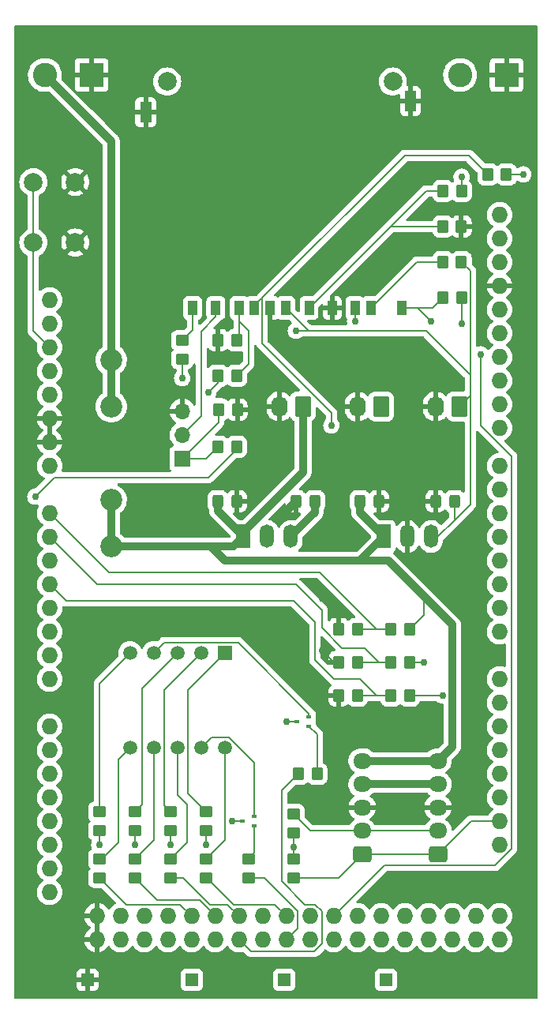
<source format=gtl>
G04 #@! TF.GenerationSoftware,KiCad,Pcbnew,6.0.0*
G04 #@! TF.CreationDate,2022-01-27T20:05:15-05:00*
G04 #@! TF.ProjectId,rlcs_power,726c6373-5f70-46f7-9765-722e6b696361,rev?*
G04 #@! TF.SameCoordinates,Original*
G04 #@! TF.FileFunction,Copper,L1,Top*
G04 #@! TF.FilePolarity,Positive*
%FSLAX46Y46*%
G04 Gerber Fmt 4.6, Leading zero omitted, Abs format (unit mm)*
G04 Created by KiCad (PCBNEW 6.0.0) date 2022-01-27 20:05:15*
%MOMM*%
%LPD*%
G01*
G04 APERTURE LIST*
G04 Aperture macros list*
%AMRoundRect*
0 Rectangle with rounded corners*
0 $1 Rounding radius*
0 $2 $3 $4 $5 $6 $7 $8 $9 X,Y pos of 4 corners*
0 Add a 4 corners polygon primitive as box body*
4,1,4,$2,$3,$4,$5,$6,$7,$8,$9,$2,$3,0*
0 Add four circle primitives for the rounded corners*
1,1,$1+$1,$2,$3*
1,1,$1+$1,$4,$5*
1,1,$1+$1,$6,$7*
1,1,$1+$1,$8,$9*
0 Add four rect primitives between the rounded corners*
20,1,$1+$1,$2,$3,$4,$5,0*
20,1,$1+$1,$4,$5,$6,$7,0*
20,1,$1+$1,$6,$7,$8,$9,0*
20,1,$1+$1,$8,$9,$2,$3,0*%
G04 Aperture macros list end*
G04 #@! TA.AperFunction,ComponentPad*
%ADD10R,1.500000X1.500000*%
G04 #@! TD*
G04 #@! TA.AperFunction,ComponentPad*
%ADD11C,1.500000*%
G04 #@! TD*
G04 #@! TA.AperFunction,SMDPad,CuDef*
%ADD12RoundRect,0.249999X-0.325001X-0.450001X0.325001X-0.450001X0.325001X0.450001X-0.325001X0.450001X0*%
G04 #@! TD*
G04 #@! TA.AperFunction,SMDPad,CuDef*
%ADD13RoundRect,0.249999X0.325001X0.450001X-0.325001X0.450001X-0.325001X-0.450001X0.325001X-0.450001X0*%
G04 #@! TD*
G04 #@! TA.AperFunction,ComponentPad*
%ADD14C,2.350000*%
G04 #@! TD*
G04 #@! TA.AperFunction,ComponentPad*
%ADD15C,2.000000*%
G04 #@! TD*
G04 #@! TA.AperFunction,SMDPad,CuDef*
%ADD16R,1.000000X1.500000*%
G04 #@! TD*
G04 #@! TA.AperFunction,SMDPad,CuDef*
%ADD17R,1.200000X2.200000*%
G04 #@! TD*
G04 #@! TA.AperFunction,ComponentPad*
%ADD18RoundRect,0.250000X0.725000X-0.600000X0.725000X0.600000X-0.725000X0.600000X-0.725000X-0.600000X0*%
G04 #@! TD*
G04 #@! TA.AperFunction,ComponentPad*
%ADD19O,1.950000X1.700000*%
G04 #@! TD*
G04 #@! TA.AperFunction,ComponentPad*
%ADD20R,1.700000X1.700000*%
G04 #@! TD*
G04 #@! TA.AperFunction,ComponentPad*
%ADD21O,1.700000X1.700000*%
G04 #@! TD*
G04 #@! TA.AperFunction,ComponentPad*
%ADD22R,1.500000X2.500000*%
G04 #@! TD*
G04 #@! TA.AperFunction,ComponentPad*
%ADD23O,1.500000X2.500000*%
G04 #@! TD*
G04 #@! TA.AperFunction,ComponentPad*
%ADD24R,1.350000X1.350000*%
G04 #@! TD*
G04 #@! TA.AperFunction,ComponentPad*
%ADD25R,2.600000X2.600000*%
G04 #@! TD*
G04 #@! TA.AperFunction,ComponentPad*
%ADD26C,2.600000*%
G04 #@! TD*
G04 #@! TA.AperFunction,ComponentPad*
%ADD27RoundRect,0.249999X0.620001X0.850001X-0.620001X0.850001X-0.620001X-0.850001X0.620001X-0.850001X0*%
G04 #@! TD*
G04 #@! TA.AperFunction,ComponentPad*
%ADD28O,1.740000X2.200000*%
G04 #@! TD*
G04 #@! TA.AperFunction,SMDPad,CuDef*
%ADD29R,0.510000X0.400000*%
G04 #@! TD*
G04 #@! TA.AperFunction,SMDPad,CuDef*
%ADD30RoundRect,0.249999X-0.350001X-0.450001X0.350001X-0.450001X0.350001X0.450001X-0.350001X0.450001X0*%
G04 #@! TD*
G04 #@! TA.AperFunction,SMDPad,CuDef*
%ADD31RoundRect,0.249999X0.350001X0.450001X-0.350001X0.450001X-0.350001X-0.450001X0.350001X-0.450001X0*%
G04 #@! TD*
G04 #@! TA.AperFunction,SMDPad,CuDef*
%ADD32RoundRect,0.249999X0.450001X-0.350001X0.450001X0.350001X-0.450001X0.350001X-0.450001X-0.350001X0*%
G04 #@! TD*
G04 #@! TA.AperFunction,SMDPad,CuDef*
%ADD33RoundRect,0.249999X-0.450001X0.350001X-0.450001X-0.350001X0.450001X-0.350001X0.450001X0.350001X0*%
G04 #@! TD*
G04 #@! TA.AperFunction,SMDPad,CuDef*
%ADD34RoundRect,0.250000X0.350000X0.450000X-0.350000X0.450000X-0.350000X-0.450000X0.350000X-0.450000X0*%
G04 #@! TD*
G04 #@! TA.AperFunction,SMDPad,CuDef*
%ADD35RoundRect,0.250000X-0.350000X-0.450000X0.350000X-0.450000X0.350000X0.450000X-0.350000X0.450000X0*%
G04 #@! TD*
G04 #@! TA.AperFunction,ComponentPad*
%ADD36O,1.727200X1.727200*%
G04 #@! TD*
G04 #@! TA.AperFunction,SMDPad,CuDef*
%ADD37RoundRect,0.250000X0.450000X-0.350000X0.450000X0.350000X-0.450000X0.350000X-0.450000X-0.350000X0*%
G04 #@! TD*
G04 #@! TA.AperFunction,ViaPad*
%ADD38C,0.762000*%
G04 #@! TD*
G04 #@! TA.AperFunction,Conductor*
%ADD39C,0.203200*%
G04 #@! TD*
G04 #@! TA.AperFunction,Conductor*
%ADD40C,0.812800*%
G04 #@! TD*
G04 APERTURE END LIST*
D10*
X115824000Y-130036500D03*
D11*
X113284000Y-130036500D03*
X110744000Y-130036500D03*
X108204000Y-130036500D03*
X105664000Y-130036500D03*
X105664000Y-140196500D03*
X108204000Y-140196500D03*
X110744000Y-140196500D03*
X113284000Y-140196500D03*
X115824000Y-140196500D03*
D12*
X130302000Y-113792000D03*
X132352000Y-113792000D03*
D13*
X140462000Y-113792000D03*
X138412000Y-113792000D03*
D12*
X115062000Y-113792000D03*
X117112000Y-113792000D03*
D14*
X103632000Y-98632000D03*
X103632000Y-103632000D03*
X103632000Y-118632000D03*
X103632000Y-113632000D03*
D15*
X109629500Y-68771000D03*
X133829500Y-68771000D03*
D16*
X114854500Y-93071000D03*
X117354500Y-93071000D03*
X120654500Y-93071000D03*
X122354500Y-93071000D03*
X124854500Y-93071000D03*
X127354500Y-93071000D03*
X129779500Y-93071000D03*
X131479500Y-93071000D03*
X112354500Y-93071000D03*
X119004500Y-93071000D03*
X134829500Y-93071000D03*
D17*
X107329500Y-72071000D03*
X135729500Y-70871000D03*
D18*
X130556000Y-151638000D03*
D19*
X130556000Y-149138000D03*
X130556000Y-146638000D03*
X130556000Y-144138000D03*
X130556000Y-141638000D03*
D20*
X111252000Y-109220000D03*
D21*
X111252000Y-106680000D03*
X111252000Y-104140000D03*
D22*
X132855500Y-117566000D03*
D23*
X135395500Y-117566000D03*
X137935500Y-117566000D03*
D22*
X117806000Y-117566000D03*
D23*
X120346000Y-117566000D03*
X122886000Y-117566000D03*
D24*
X112268000Y-165100000D03*
X133096000Y-165100000D03*
X122174000Y-165100000D03*
D18*
X138684000Y-151638000D03*
D19*
X138684000Y-149138000D03*
X138684000Y-146638000D03*
X138684000Y-144138000D03*
X138684000Y-141638000D03*
D25*
X101520000Y-68072000D03*
D26*
X96520000Y-68072000D03*
D27*
X124206000Y-103612000D03*
D28*
X121666000Y-103612000D03*
D27*
X132588000Y-103632000D03*
D28*
X130048000Y-103632000D03*
D27*
X140970000Y-103612000D03*
D28*
X138430000Y-103612000D03*
D29*
X119009000Y-148582000D03*
X119009000Y-147582000D03*
X117719000Y-148082000D03*
X124851000Y-137914000D03*
X124851000Y-136914000D03*
X123561000Y-137414000D03*
D13*
X125476000Y-113792000D03*
X123426000Y-113792000D03*
D24*
X101092000Y-165100000D03*
D30*
X115078000Y-107950000D03*
X117078000Y-107950000D03*
D31*
X117150500Y-103949500D03*
X115150500Y-103949500D03*
X117094000Y-100330000D03*
X115094000Y-100330000D03*
D30*
X139208000Y-80518000D03*
X141208000Y-80518000D03*
X139192000Y-84328000D03*
X141192000Y-84328000D03*
D31*
X117094000Y-96520000D03*
X115094000Y-96520000D03*
D32*
X106172000Y-154162000D03*
X106172000Y-152162000D03*
X102362000Y-154162000D03*
X102362000Y-152162000D03*
X106172000Y-149082000D03*
X106172000Y-147082000D03*
X102362000Y-149082000D03*
X102362000Y-147082000D03*
X113792000Y-149082000D03*
X113792000Y-147082000D03*
X109982000Y-154162000D03*
X109982000Y-152162000D03*
X113792000Y-154162000D03*
X113792000Y-152162000D03*
X109982000Y-149082000D03*
X109982000Y-147082000D03*
D31*
X141192000Y-88138000D03*
X139192000Y-88138000D03*
D32*
X111252000Y-98520000D03*
X111252000Y-96520000D03*
D31*
X141208000Y-91948000D03*
X139208000Y-91948000D03*
X146018000Y-78740000D03*
X144018000Y-78740000D03*
D33*
X123190000Y-152162000D03*
X123190000Y-154162000D03*
D32*
X123190000Y-149336000D03*
X123190000Y-147336000D03*
D34*
X135620000Y-131064000D03*
X133620000Y-131064000D03*
D35*
X123714000Y-143002000D03*
X125714000Y-143002000D03*
D34*
X130032000Y-134620000D03*
X128032000Y-134620000D03*
D36*
X97028000Y-92202000D03*
X97028000Y-99822000D03*
X97028000Y-102362000D03*
X145288000Y-158242000D03*
X145288000Y-160782000D03*
X97028000Y-115062000D03*
X97028000Y-117602000D03*
X97028000Y-120142000D03*
X97028000Y-122682000D03*
X97028000Y-125222000D03*
X97028000Y-127762000D03*
X97028000Y-130302000D03*
X97028000Y-132842000D03*
X97028000Y-137922000D03*
X97028000Y-140462000D03*
X97028000Y-143002000D03*
X97028000Y-145542000D03*
X97028000Y-148082000D03*
X97028000Y-150622000D03*
X97028000Y-153162000D03*
X97028000Y-155702000D03*
X145288000Y-88138000D03*
X145288000Y-127762000D03*
X145288000Y-125222000D03*
X145288000Y-122682000D03*
X145288000Y-120142000D03*
X145288000Y-117602000D03*
X145288000Y-115062000D03*
X145288000Y-112522000D03*
X145288000Y-109982000D03*
X145288000Y-105918000D03*
X145288000Y-103378000D03*
X145288000Y-100838000D03*
X145288000Y-98298000D03*
X145288000Y-95758000D03*
X145288000Y-93218000D03*
X145288000Y-132842000D03*
X145288000Y-135382000D03*
X145288000Y-137922000D03*
X145288000Y-140462000D03*
X145288000Y-143002000D03*
X145288000Y-145542000D03*
X145288000Y-148082000D03*
X145288000Y-150622000D03*
X142748000Y-158242000D03*
X142748000Y-160782000D03*
X140208000Y-158242000D03*
X140208000Y-160782000D03*
X137668000Y-158242000D03*
X137668000Y-160782000D03*
X135128000Y-158242000D03*
X135128000Y-160782000D03*
X132588000Y-158242000D03*
X132588000Y-160782000D03*
X130048000Y-158242000D03*
X130048000Y-160782000D03*
X127508000Y-158242000D03*
X127508000Y-160782000D03*
X124968000Y-158242000D03*
X124968000Y-160782000D03*
X122428000Y-158242000D03*
X122428000Y-160782000D03*
X119888000Y-158242000D03*
X119888000Y-160782000D03*
X117348000Y-158242000D03*
X117348000Y-160782000D03*
X114808000Y-158242000D03*
X114808000Y-160782000D03*
X112268000Y-158242000D03*
X112268000Y-160782000D03*
X109728000Y-158242000D03*
X109728000Y-160782000D03*
X107188000Y-158242000D03*
X107188000Y-160782000D03*
X104648000Y-158242000D03*
X104648000Y-160782000D03*
X145288000Y-90678000D03*
X97028000Y-104902000D03*
X97028000Y-107442000D03*
X102108000Y-158242000D03*
X102108000Y-160782000D03*
X97028000Y-94742000D03*
X97028000Y-97282000D03*
X145288000Y-83058000D03*
X145288000Y-85598000D03*
X97028000Y-109982000D03*
D34*
X130032000Y-131064000D03*
X128032000Y-131064000D03*
D25*
X146050000Y-68072000D03*
D26*
X141050000Y-68072000D03*
D15*
X99786000Y-79554000D03*
X99786000Y-86054000D03*
X95286000Y-86054000D03*
X95286000Y-79554000D03*
D34*
X135620000Y-127508000D03*
X133620000Y-127508000D03*
X135620000Y-134620000D03*
X133620000Y-134620000D03*
D37*
X118364000Y-154162000D03*
X118364000Y-152162000D03*
D34*
X130032000Y-127508000D03*
X128032000Y-127508000D03*
D38*
X123952000Y-97790000D03*
X123444000Y-127000000D03*
X126238000Y-124206000D03*
X126238000Y-129794000D03*
X120396000Y-111506000D03*
X121920000Y-115316000D03*
X123952000Y-129794000D03*
X119380000Y-99314000D03*
X123444000Y-95504000D03*
X111252000Y-100584000D03*
X137160000Y-131064000D03*
X122428000Y-137414000D03*
X116586000Y-148082000D03*
X123190000Y-150876000D03*
X141224000Y-94742000D03*
X147828000Y-78740000D03*
X127254000Y-105664000D03*
X143256000Y-98044000D03*
X137922000Y-94488000D03*
X129794000Y-94488000D03*
X114046000Y-102108000D03*
X95504000Y-113284000D03*
X139192000Y-134620000D03*
X106172000Y-150622000D03*
X102362000Y-150622000D03*
X113792000Y-150622000D03*
X109982000Y-150622000D03*
X141224000Y-78994000D03*
D39*
X115824000Y-130036500D02*
X111849111Y-134011389D01*
X111849111Y-145139111D02*
X113792000Y-147082000D01*
X111849111Y-134011389D02*
X111849111Y-145139111D01*
X109309111Y-134011389D02*
X109309111Y-146409111D01*
X113284000Y-130036500D02*
X109309111Y-134011389D01*
X109309111Y-146409111D02*
X109982000Y-147082000D01*
X106934000Y-133846500D02*
X106934000Y-146320000D01*
X106934000Y-146320000D02*
X106172000Y-147082000D01*
X110744000Y-130036500D02*
X106934000Y-133846500D01*
X105664000Y-130036500D02*
X102362000Y-133338500D01*
X102362000Y-133338500D02*
X102362000Y-147082000D01*
X104394000Y-150368000D02*
X102600000Y-152162000D01*
X104394000Y-141466500D02*
X104394000Y-150368000D01*
X105664000Y-140196500D02*
X104394000Y-141466500D01*
X102600000Y-152162000D02*
X102362000Y-152162000D01*
X108204000Y-140196500D02*
X108204000Y-150130000D01*
X108204000Y-150130000D02*
X106172000Y-152162000D01*
X110744000Y-145288000D02*
X111760000Y-146304000D01*
X110744000Y-140196500D02*
X110744000Y-145288000D01*
X111760000Y-146304000D02*
X111760000Y-150384000D01*
X111760000Y-150384000D02*
X109982000Y-152162000D01*
X115824000Y-140196500D02*
X115824000Y-150130000D01*
X115824000Y-150130000D02*
X113792000Y-152162000D01*
X127508000Y-131064000D02*
X126238000Y-129794000D01*
D40*
X123426000Y-113810000D02*
X121920000Y-115316000D01*
D39*
X128032000Y-127508000D02*
X128032000Y-126000000D01*
D40*
X123426000Y-113792000D02*
X123426000Y-113810000D01*
D39*
X128032000Y-131064000D02*
X127508000Y-131064000D01*
X128032000Y-126000000D02*
X126238000Y-124206000D01*
X142163120Y-102418880D02*
X142163120Y-114122880D01*
X138720000Y-117566000D02*
X137935500Y-117566000D01*
X142163120Y-102418880D02*
X140970000Y-103612000D01*
X124787500Y-95504000D02*
X122354500Y-93071000D01*
X142163120Y-100253120D02*
X137414000Y-95504000D01*
X111252000Y-100584000D02*
X111252000Y-98520000D01*
X141192000Y-88138000D02*
X142163120Y-89109120D01*
X142163120Y-100253120D02*
X142163120Y-102418880D01*
X124787500Y-95504000D02*
X123444000Y-95504000D01*
X142163120Y-114122880D02*
X140462000Y-115824000D01*
X140462000Y-113792000D02*
X140462000Y-115824000D01*
X137414000Y-95504000D02*
X124787500Y-95504000D01*
X142163120Y-89109120D02*
X142163120Y-100253120D01*
X140462000Y-115824000D02*
X138720000Y-117566000D01*
X123190000Y-149336000D02*
X123190000Y-150876000D01*
X117719000Y-148082000D02*
X116586000Y-148082000D01*
X123190000Y-152162000D02*
X123190000Y-150876000D01*
X146018000Y-78740000D02*
X147828000Y-78740000D01*
X141208000Y-91948000D02*
X141208000Y-94726000D01*
X135620000Y-131064000D02*
X137160000Y-131064000D01*
X123561000Y-137414000D02*
X122428000Y-137414000D01*
D40*
X122886000Y-117566000D02*
X125476000Y-114976000D01*
D39*
X141208000Y-94726000D02*
X141224000Y-94742000D01*
D40*
X125476000Y-114976000D02*
X125476000Y-113792000D01*
X138684000Y-144138000D02*
X130556000Y-144138000D01*
X103632000Y-98632000D02*
X103632000Y-103632000D01*
X103632000Y-75184000D02*
X103632000Y-98632000D01*
X96520000Y-68072000D02*
X103632000Y-75184000D01*
D39*
X119004500Y-92821000D02*
X119755750Y-92069750D01*
X127254000Y-105664000D02*
X127254000Y-104334231D01*
X119004500Y-93071000D02*
X119004500Y-92821000D01*
X119755750Y-92069750D02*
X135117500Y-76708000D01*
X119799389Y-92113389D02*
X119755750Y-92069750D01*
X141986000Y-76708000D02*
X144018000Y-78740000D01*
X127254000Y-104334231D02*
X119799389Y-96879620D01*
X119799389Y-96879620D02*
X119799389Y-92113389D01*
X135117500Y-76708000D02*
X141986000Y-76708000D01*
X144790399Y-152843120D02*
X146558000Y-151075519D01*
X136505000Y-93071000D02*
X134829500Y-93071000D01*
X138085000Y-93071000D02*
X136505000Y-93071000D01*
X139208000Y-91948000D02*
X138085000Y-93071000D01*
X132906880Y-152843120D02*
X144790399Y-152843120D01*
X146558000Y-151075519D02*
X146558000Y-108966000D01*
X137922000Y-94488000D02*
X136505000Y-93071000D01*
X127508000Y-158242000D02*
X132906880Y-152843120D01*
X146558000Y-108966000D02*
X143256000Y-105664000D01*
X143256000Y-105664000D02*
X143256000Y-98044000D01*
X114854500Y-94024200D02*
X113284000Y-95594700D01*
X113284000Y-95594700D02*
X113284000Y-104648000D01*
X114854500Y-93071000D02*
X114854500Y-94024200D01*
X113284000Y-104648000D02*
X111252000Y-106680000D01*
X117354500Y-96259500D02*
X117094000Y-96520000D01*
X117094000Y-100330000D02*
X118364000Y-99060000D01*
X117354500Y-93071000D02*
X117354500Y-94481500D01*
X117354500Y-94481500D02*
X117354500Y-96259500D01*
X118364000Y-99060000D02*
X118364000Y-95491000D01*
X118364000Y-95491000D02*
X117354500Y-94481500D01*
X139192000Y-84328000D02*
X133597500Y-84328000D01*
X139208000Y-80518000D02*
X137407500Y-80518000D01*
X133597500Y-84328000D02*
X124854500Y-93071000D01*
X137407500Y-80518000D02*
X133597500Y-84328000D01*
X129794000Y-93085500D02*
X129779500Y-93071000D01*
X129794000Y-94488000D02*
X129794000Y-93085500D01*
X115094000Y-101060000D02*
X115094000Y-100330000D01*
X114046000Y-102108000D02*
X115094000Y-101060000D01*
X95504000Y-113284000D02*
X97536000Y-111252000D01*
X117078000Y-108220000D02*
X117078000Y-107950000D01*
X97536000Y-111252000D02*
X114046000Y-111252000D01*
X114046000Y-111252000D02*
X117078000Y-108220000D01*
X117247389Y-128931389D02*
X124851000Y-136535000D01*
X109309111Y-128931389D02*
X117247389Y-128931389D01*
X124851000Y-136535000D02*
X124851000Y-136914000D01*
X108204000Y-130036500D02*
X109309111Y-128931389D01*
X116281753Y-139091389D02*
X119009000Y-141818636D01*
X119009000Y-141818636D02*
X119009000Y-147582000D01*
X114389111Y-139091389D02*
X116281753Y-139091389D01*
X113284000Y-140196500D02*
X114389111Y-139091389D01*
X111252000Y-109220000D02*
X115150500Y-105321500D01*
X111252000Y-109220000D02*
X113808000Y-109220000D01*
X113808000Y-109220000D02*
X115078000Y-107950000D01*
X115150500Y-105321500D02*
X115150500Y-103949500D01*
X136412500Y-88138000D02*
X131479500Y-93071000D01*
X139192000Y-88138000D02*
X136412500Y-88138000D01*
X112354500Y-93071000D02*
X112354500Y-95417500D01*
X112354500Y-95417500D02*
X111252000Y-96520000D01*
D40*
X114314000Y-118632000D02*
X115824000Y-120142000D01*
X132855500Y-117566000D02*
X130302000Y-115012500D01*
X140232911Y-127024911D02*
X140232911Y-140089089D01*
X117806000Y-117066000D02*
X117806000Y-117566000D01*
X140232911Y-140089089D02*
X138684000Y-141638000D01*
X103632000Y-113632000D02*
X103632000Y-118632000D01*
X124206000Y-103612000D02*
X124206000Y-110666000D01*
X138684000Y-141638000D02*
X130556000Y-141638000D01*
X130279500Y-120142000D02*
X132855500Y-117566000D01*
X114314000Y-118632000D02*
X116740000Y-118632000D01*
X117806000Y-117566000D02*
X115062000Y-114822000D01*
X130279500Y-120142000D02*
X133350000Y-120142000D01*
X116740000Y-118632000D02*
X117806000Y-117566000D01*
X103632000Y-118632000D02*
X114314000Y-118632000D01*
D39*
X137160000Y-125968000D02*
X137160000Y-123952000D01*
D40*
X133350000Y-120142000D02*
X137160000Y-123952000D01*
X137160000Y-123952000D02*
X140232911Y-127024911D01*
X115824000Y-120142000D02*
X130279500Y-120142000D01*
X130302000Y-115012500D02*
X130302000Y-113792000D01*
X115062000Y-114822000D02*
X115062000Y-113792000D01*
D39*
X135620000Y-127508000D02*
X137160000Y-125968000D01*
D40*
X124206000Y-110666000D02*
X117806000Y-117066000D01*
D39*
X139192000Y-134620000D02*
X135620000Y-134620000D01*
X108576569Y-156566569D02*
X113132569Y-156566569D01*
X113132569Y-156566569D02*
X114808000Y-158242000D01*
X106172000Y-154162000D02*
X108576569Y-156566569D01*
X111049289Y-157023289D02*
X112268000Y-158242000D01*
X102362000Y-154162000D02*
X105223289Y-157023289D01*
X105223289Y-157023289D02*
X111049289Y-157023289D01*
X106172000Y-149082000D02*
X106172000Y-150622000D01*
X102362000Y-149082000D02*
X102362000Y-150622000D01*
X113792000Y-149082000D02*
X113792000Y-150622000D01*
X114235189Y-157023289D02*
X116129289Y-157023289D01*
X111373900Y-154162000D02*
X114235189Y-157023289D01*
X116129289Y-157023289D02*
X117348000Y-158242000D01*
X109982000Y-154162000D02*
X111373900Y-154162000D01*
X121209289Y-157023289D02*
X122428000Y-158242000D01*
X113792000Y-154162000D02*
X113913899Y-154162000D01*
X116775188Y-157023289D02*
X121209289Y-157023289D01*
X113913899Y-154162000D02*
X116775188Y-157023289D01*
X109982000Y-149082000D02*
X109982000Y-150622000D01*
X121920000Y-144796000D02*
X121920000Y-154547769D01*
X118618000Y-162052000D02*
X117348000Y-160782000D01*
X126238000Y-157734000D02*
X126238000Y-161235519D01*
X123714000Y-143002000D02*
X121920000Y-144796000D01*
X121920000Y-154547769D02*
X124395520Y-157023289D01*
X126238000Y-161235519D02*
X125421519Y-162052000D01*
X125421519Y-162052000D02*
X118618000Y-162052000D01*
X124395520Y-157023289D02*
X125527289Y-157023289D01*
X125527289Y-157023289D02*
X126238000Y-157734000D01*
X118364000Y-154162000D02*
X120071519Y-154162000D01*
X123646711Y-157737192D02*
X123646711Y-159563289D01*
X123646711Y-159563289D02*
X122428000Y-160782000D01*
X120071519Y-154162000D02*
X123646711Y-157737192D01*
X130032000Y-127508000D02*
X132080000Y-127508000D01*
X132080000Y-127508000D02*
X133620000Y-127508000D01*
X97028000Y-115062000D02*
X103378000Y-121412000D01*
X103378000Y-121412000D02*
X125984000Y-121412000D01*
X125984000Y-121412000D02*
X132080000Y-127508000D01*
X126238000Y-127369768D02*
X128408232Y-129540000D01*
X132334000Y-131064000D02*
X130032000Y-131064000D01*
X128408232Y-129540000D02*
X130810000Y-129540000D01*
X123444000Y-122682000D02*
X126238000Y-125476000D01*
X97028000Y-117602000D02*
X102108000Y-122682000D01*
X133620000Y-131064000D02*
X132334000Y-131064000D01*
X102108000Y-122682000D02*
X123444000Y-122682000D01*
X126238000Y-125476000D02*
X126238000Y-127369768D01*
X130810000Y-129540000D02*
X132334000Y-131064000D01*
X97028000Y-122682000D02*
X98806000Y-124460000D01*
X123190000Y-124460000D02*
X125476000Y-126746000D01*
X130032000Y-134620000D02*
X132080000Y-134620000D01*
X127508000Y-132842000D02*
X130302000Y-132842000D01*
X130302000Y-132842000D02*
X132080000Y-134620000D01*
X98806000Y-124460000D02*
X123190000Y-124460000D01*
X132080000Y-134620000D02*
X133620000Y-134620000D01*
X125476000Y-130810000D02*
X127508000Y-132842000D01*
X125476000Y-126746000D02*
X125476000Y-130810000D01*
X142240000Y-148082000D02*
X145288000Y-148082000D01*
X128032000Y-154162000D02*
X123190000Y-154162000D01*
X130556000Y-151638000D02*
X138684000Y-151638000D01*
X138684000Y-151638000D02*
X142240000Y-148082000D01*
X128032000Y-154162000D02*
X130556000Y-151638000D01*
X138684000Y-149138000D02*
X130556000Y-149138000D01*
X124992000Y-149138000D02*
X123190000Y-147336000D01*
X130556000Y-149138000D02*
X124992000Y-149138000D01*
X141224000Y-80502000D02*
X141208000Y-80518000D01*
X141224000Y-78994000D02*
X141224000Y-80502000D01*
X95286000Y-95540000D02*
X95286000Y-86054000D01*
X95286000Y-86054000D02*
X95286000Y-79554000D01*
X97028000Y-97282000D02*
X95286000Y-95540000D01*
X119009000Y-151517000D02*
X118364000Y-152162000D01*
X119009000Y-148582000D02*
X119009000Y-151517000D01*
X125730000Y-138793000D02*
X125730000Y-142986000D01*
X124851000Y-137914000D02*
X125730000Y-138793000D01*
X125730000Y-142986000D02*
X125714000Y-143002000D01*
G04 #@! TA.AperFunction,Conductor*
G36*
X149294121Y-62758002D02*
G01*
X149340614Y-62811658D01*
X149352000Y-62864000D01*
X149352000Y-167006000D01*
X149331998Y-167074121D01*
X149278342Y-167120614D01*
X149226000Y-167132000D01*
X93344000Y-167132000D01*
X93275879Y-167111998D01*
X93229386Y-167058342D01*
X93218000Y-167006000D01*
X93218000Y-165819669D01*
X99909001Y-165819669D01*
X99909371Y-165826490D01*
X99914895Y-165877352D01*
X99918521Y-165892604D01*
X99963676Y-166013054D01*
X99972214Y-166028649D01*
X100048715Y-166130724D01*
X100061276Y-166143285D01*
X100163351Y-166219786D01*
X100178946Y-166228324D01*
X100299394Y-166273478D01*
X100314649Y-166277105D01*
X100365514Y-166282631D01*
X100372328Y-166283000D01*
X100819885Y-166283000D01*
X100835124Y-166278525D01*
X100836329Y-166277135D01*
X100838000Y-166269452D01*
X100838000Y-166264884D01*
X101346000Y-166264884D01*
X101350475Y-166280123D01*
X101351865Y-166281328D01*
X101359548Y-166282999D01*
X101811669Y-166282999D01*
X101818490Y-166282629D01*
X101869352Y-166277105D01*
X101884604Y-166273479D01*
X102005054Y-166228324D01*
X102020649Y-166219786D01*
X102122724Y-166143285D01*
X102135285Y-166130724D01*
X102211786Y-166028649D01*
X102220324Y-166013054D01*
X102265478Y-165892606D01*
X102269105Y-165877351D01*
X102274631Y-165826486D01*
X102274813Y-165823134D01*
X111084500Y-165823134D01*
X111091255Y-165885316D01*
X111142385Y-166021705D01*
X111229739Y-166138261D01*
X111346295Y-166225615D01*
X111482684Y-166276745D01*
X111544866Y-166283500D01*
X112991134Y-166283500D01*
X113053316Y-166276745D01*
X113189705Y-166225615D01*
X113306261Y-166138261D01*
X113393615Y-166021705D01*
X113444745Y-165885316D01*
X113451500Y-165823134D01*
X120990500Y-165823134D01*
X120997255Y-165885316D01*
X121048385Y-166021705D01*
X121135739Y-166138261D01*
X121252295Y-166225615D01*
X121388684Y-166276745D01*
X121450866Y-166283500D01*
X122897134Y-166283500D01*
X122959316Y-166276745D01*
X123095705Y-166225615D01*
X123212261Y-166138261D01*
X123299615Y-166021705D01*
X123350745Y-165885316D01*
X123357500Y-165823134D01*
X131912500Y-165823134D01*
X131919255Y-165885316D01*
X131970385Y-166021705D01*
X132057739Y-166138261D01*
X132174295Y-166225615D01*
X132310684Y-166276745D01*
X132372866Y-166283500D01*
X133819134Y-166283500D01*
X133881316Y-166276745D01*
X134017705Y-166225615D01*
X134134261Y-166138261D01*
X134221615Y-166021705D01*
X134272745Y-165885316D01*
X134279500Y-165823134D01*
X134279500Y-164376866D01*
X134272745Y-164314684D01*
X134221615Y-164178295D01*
X134134261Y-164061739D01*
X134017705Y-163974385D01*
X133881316Y-163923255D01*
X133819134Y-163916500D01*
X132372866Y-163916500D01*
X132310684Y-163923255D01*
X132174295Y-163974385D01*
X132057739Y-164061739D01*
X131970385Y-164178295D01*
X131919255Y-164314684D01*
X131912500Y-164376866D01*
X131912500Y-165823134D01*
X123357500Y-165823134D01*
X123357500Y-164376866D01*
X123350745Y-164314684D01*
X123299615Y-164178295D01*
X123212261Y-164061739D01*
X123095705Y-163974385D01*
X122959316Y-163923255D01*
X122897134Y-163916500D01*
X121450866Y-163916500D01*
X121388684Y-163923255D01*
X121252295Y-163974385D01*
X121135739Y-164061739D01*
X121048385Y-164178295D01*
X120997255Y-164314684D01*
X120990500Y-164376866D01*
X120990500Y-165823134D01*
X113451500Y-165823134D01*
X113451500Y-164376866D01*
X113444745Y-164314684D01*
X113393615Y-164178295D01*
X113306261Y-164061739D01*
X113189705Y-163974385D01*
X113053316Y-163923255D01*
X112991134Y-163916500D01*
X111544866Y-163916500D01*
X111482684Y-163923255D01*
X111346295Y-163974385D01*
X111229739Y-164061739D01*
X111142385Y-164178295D01*
X111091255Y-164314684D01*
X111084500Y-164376866D01*
X111084500Y-165823134D01*
X102274813Y-165823134D01*
X102275000Y-165819672D01*
X102275000Y-165372115D01*
X102270525Y-165356876D01*
X102269135Y-165355671D01*
X102261452Y-165354000D01*
X101364115Y-165354000D01*
X101348876Y-165358475D01*
X101347671Y-165359865D01*
X101346000Y-165367548D01*
X101346000Y-166264884D01*
X100838000Y-166264884D01*
X100838000Y-165372115D01*
X100833525Y-165356876D01*
X100832135Y-165355671D01*
X100824452Y-165354000D01*
X99927116Y-165354000D01*
X99911877Y-165358475D01*
X99910672Y-165359865D01*
X99909001Y-165367548D01*
X99909001Y-165819669D01*
X93218000Y-165819669D01*
X93218000Y-164827885D01*
X99909000Y-164827885D01*
X99913475Y-164843124D01*
X99914865Y-164844329D01*
X99922548Y-164846000D01*
X100819885Y-164846000D01*
X100835124Y-164841525D01*
X100836329Y-164840135D01*
X100838000Y-164832452D01*
X100838000Y-164827885D01*
X101346000Y-164827885D01*
X101350475Y-164843124D01*
X101351865Y-164844329D01*
X101359548Y-164846000D01*
X102256884Y-164846000D01*
X102272123Y-164841525D01*
X102273328Y-164840135D01*
X102274999Y-164832452D01*
X102274999Y-164380331D01*
X102274629Y-164373510D01*
X102269105Y-164322648D01*
X102265479Y-164307396D01*
X102220324Y-164186946D01*
X102211786Y-164171351D01*
X102135285Y-164069276D01*
X102122724Y-164056715D01*
X102020649Y-163980214D01*
X102005054Y-163971676D01*
X101884606Y-163926522D01*
X101869351Y-163922895D01*
X101818486Y-163917369D01*
X101811672Y-163917000D01*
X101364115Y-163917000D01*
X101348876Y-163921475D01*
X101347671Y-163922865D01*
X101346000Y-163930548D01*
X101346000Y-164827885D01*
X100838000Y-164827885D01*
X100838000Y-163935116D01*
X100833525Y-163919877D01*
X100832135Y-163918672D01*
X100824452Y-163917001D01*
X100372331Y-163917001D01*
X100365510Y-163917371D01*
X100314648Y-163922895D01*
X100299396Y-163926521D01*
X100178946Y-163971676D01*
X100163351Y-163980214D01*
X100061276Y-164056715D01*
X100048715Y-164069276D01*
X99972214Y-164171351D01*
X99963676Y-164186946D01*
X99918522Y-164307394D01*
X99914895Y-164322649D01*
X99909369Y-164373514D01*
X99909000Y-164380328D01*
X99909000Y-164827885D01*
X93218000Y-164827885D01*
X93218000Y-161049966D01*
X100762315Y-161049966D01*
X100793542Y-161188528D01*
X100796621Y-161198356D01*
X100877589Y-161397756D01*
X100882232Y-161406947D01*
X100994682Y-161590448D01*
X101000765Y-161598759D01*
X101141665Y-161761417D01*
X101149032Y-161768633D01*
X101314606Y-161906095D01*
X101323053Y-161912010D01*
X101508859Y-162020586D01*
X101518146Y-162025036D01*
X101719198Y-162101810D01*
X101729091Y-162104684D01*
X101836248Y-162126485D01*
X101850300Y-162125290D01*
X101854000Y-162114945D01*
X101854000Y-161054115D01*
X101849525Y-161038876D01*
X101848135Y-161037671D01*
X101840452Y-161036000D01*
X100777283Y-161036000D01*
X100763752Y-161039973D01*
X100762315Y-161049966D01*
X93218000Y-161049966D01*
X93218000Y-160515239D01*
X100758536Y-160515239D01*
X100760233Y-160524609D01*
X100772610Y-160528000D01*
X101835885Y-160528000D01*
X101851124Y-160523525D01*
X101852329Y-160522135D01*
X101854000Y-160514452D01*
X101854000Y-158514115D01*
X101849525Y-158498876D01*
X101848135Y-158497671D01*
X101840452Y-158496000D01*
X100777283Y-158496000D01*
X100763752Y-158499973D01*
X100762315Y-158509966D01*
X100793542Y-158648528D01*
X100796621Y-158658356D01*
X100877589Y-158857756D01*
X100882232Y-158866947D01*
X100994682Y-159050448D01*
X101000765Y-159058759D01*
X101141665Y-159221417D01*
X101149032Y-159228633D01*
X101314606Y-159366095D01*
X101323053Y-159372010D01*
X101373031Y-159401215D01*
X101421755Y-159452854D01*
X101434826Y-159522636D01*
X101408095Y-159588408D01*
X101376605Y-159616622D01*
X101370469Y-159620486D01*
X101198373Y-159749700D01*
X101190666Y-159756543D01*
X101041984Y-159912129D01*
X101035498Y-159920139D01*
X100914232Y-160097908D01*
X100909134Y-160106882D01*
X100818530Y-160302071D01*
X100814967Y-160311758D01*
X100758536Y-160515239D01*
X93218000Y-160515239D01*
X93218000Y-157975239D01*
X100758536Y-157975239D01*
X100760233Y-157984609D01*
X100772610Y-157988000D01*
X101835885Y-157988000D01*
X101851124Y-157983525D01*
X101852329Y-157982135D01*
X101854000Y-157974452D01*
X101854000Y-156911343D01*
X101850082Y-156897999D01*
X101835806Y-156896012D01*
X101794161Y-156902385D01*
X101784125Y-156904776D01*
X101579576Y-156971633D01*
X101570079Y-156975625D01*
X101379189Y-157074995D01*
X101370464Y-157080490D01*
X101198373Y-157209700D01*
X101190666Y-157216543D01*
X101041984Y-157372129D01*
X101035498Y-157380139D01*
X100914232Y-157557908D01*
X100909134Y-157566882D01*
X100818530Y-157762071D01*
X100814967Y-157771758D01*
X100758536Y-157975239D01*
X93218000Y-157975239D01*
X93218000Y-155668362D01*
X95651609Y-155668362D01*
X95651906Y-155673514D01*
X95651906Y-155673518D01*
X95657618Y-155772578D01*
X95664597Y-155893614D01*
X95665734Y-155898660D01*
X95665735Y-155898666D01*
X95686984Y-155992952D01*
X95714200Y-156113720D01*
X95716142Y-156118502D01*
X95716143Y-156118506D01*
X95752822Y-156208835D01*
X95799086Y-156322769D01*
X95801785Y-156327173D01*
X95892246Y-156474792D01*
X95916975Y-156515147D01*
X96064702Y-156685687D01*
X96238299Y-156829810D01*
X96242751Y-156832412D01*
X96242756Y-156832415D01*
X96400544Y-156924619D01*
X96433103Y-156943645D01*
X96643884Y-157024134D01*
X96648952Y-157025165D01*
X96648955Y-157025166D01*
X96757404Y-157047230D01*
X96864981Y-157069117D01*
X96870156Y-157069307D01*
X96870158Y-157069307D01*
X97085292Y-157077196D01*
X97085296Y-157077196D01*
X97090456Y-157077385D01*
X97095576Y-157076729D01*
X97095578Y-157076729D01*
X97164985Y-157067838D01*
X97314253Y-157048716D01*
X97319202Y-157047231D01*
X97319208Y-157047230D01*
X97525413Y-156985365D01*
X97525412Y-156985365D01*
X97530363Y-156983880D01*
X97665931Y-156917466D01*
X97728331Y-156886897D01*
X97728336Y-156886894D01*
X97732982Y-156884618D01*
X97737192Y-156881615D01*
X97737197Y-156881612D01*
X97912455Y-156756601D01*
X97912459Y-156756597D01*
X97916667Y-156753596D01*
X98076487Y-156594333D01*
X98208150Y-156411105D01*
X98308118Y-156208835D01*
X98373708Y-155992952D01*
X98378553Y-155956148D01*
X98402721Y-155772578D01*
X98402722Y-155772572D01*
X98403158Y-155769256D01*
X98404802Y-155702000D01*
X98386315Y-155477132D01*
X98331349Y-155258304D01*
X98241380Y-155051391D01*
X98195273Y-154980120D01*
X98121634Y-154866291D01*
X98121632Y-154866288D01*
X98118826Y-154861951D01*
X97966977Y-154695071D01*
X97962926Y-154691872D01*
X97962922Y-154691868D01*
X97793966Y-154558434D01*
X97793962Y-154558432D01*
X97789911Y-154555232D01*
X97766535Y-154542328D01*
X97716564Y-154491896D01*
X97701792Y-154422453D01*
X97726908Y-154356047D01*
X97754259Y-154329441D01*
X97764027Y-154322474D01*
X97804374Y-154293694D01*
X97912455Y-154216601D01*
X97912459Y-154216597D01*
X97916667Y-154213596D01*
X98076487Y-154054333D01*
X98208150Y-153871105D01*
X98281637Y-153722415D01*
X98305824Y-153673477D01*
X98305825Y-153673475D01*
X98308118Y-153668835D01*
X98373708Y-153452952D01*
X98374383Y-153447826D01*
X98402721Y-153232578D01*
X98402722Y-153232572D01*
X98403158Y-153229256D01*
X98404802Y-153162000D01*
X98386315Y-152937132D01*
X98331349Y-152718304D01*
X98241380Y-152511391D01*
X98164700Y-152392861D01*
X98121634Y-152326291D01*
X98121632Y-152326288D01*
X98118826Y-152321951D01*
X97966977Y-152155071D01*
X97962926Y-152151872D01*
X97962922Y-152151868D01*
X97793966Y-152018434D01*
X97793962Y-152018432D01*
X97789911Y-152015232D01*
X97766535Y-152002328D01*
X97716564Y-151951896D01*
X97701792Y-151882453D01*
X97726908Y-151816047D01*
X97754259Y-151789441D01*
X97759660Y-151785589D01*
X97797774Y-151758402D01*
X97912455Y-151676601D01*
X97912459Y-151676597D01*
X97916667Y-151673596D01*
X98076487Y-151514333D01*
X98208150Y-151331105D01*
X98263702Y-151218704D01*
X98305824Y-151133477D01*
X98305825Y-151133475D01*
X98308118Y-151128835D01*
X98373708Y-150912952D01*
X98374383Y-150907826D01*
X98402721Y-150692578D01*
X98402722Y-150692572D01*
X98403158Y-150689256D01*
X98404309Y-150642160D01*
X98404720Y-150625364D01*
X98404720Y-150625360D01*
X98404802Y-150622000D01*
X98386315Y-150397132D01*
X98331349Y-150178304D01*
X98241380Y-149971391D01*
X98195275Y-149900124D01*
X98121634Y-149786291D01*
X98121632Y-149786288D01*
X98118826Y-149781951D01*
X97966977Y-149615071D01*
X97962926Y-149611872D01*
X97962922Y-149611868D01*
X97793966Y-149478434D01*
X97793962Y-149478432D01*
X97789911Y-149475232D01*
X97766535Y-149462328D01*
X97716564Y-149411896D01*
X97701792Y-149342453D01*
X97726908Y-149276047D01*
X97754259Y-149249441D01*
X97912455Y-149136601D01*
X97912459Y-149136597D01*
X97916667Y-149133596D01*
X98076487Y-148974333D01*
X98208150Y-148791105D01*
X98308118Y-148588835D01*
X98373708Y-148372952D01*
X98388888Y-148257651D01*
X98402721Y-148152578D01*
X98402722Y-148152572D01*
X98403158Y-148149256D01*
X98404802Y-148082000D01*
X98386315Y-147857132D01*
X98331349Y-147638304D01*
X98241380Y-147431391D01*
X98189656Y-147351438D01*
X98121634Y-147246291D01*
X98121632Y-147246288D01*
X98118826Y-147241951D01*
X97966977Y-147075071D01*
X97962926Y-147071872D01*
X97962922Y-147071868D01*
X97793966Y-146938434D01*
X97793962Y-146938432D01*
X97789911Y-146935232D01*
X97766535Y-146922328D01*
X97716564Y-146871896D01*
X97701792Y-146802453D01*
X97726908Y-146736047D01*
X97754259Y-146709441D01*
X97912455Y-146596601D01*
X97912459Y-146596597D01*
X97916667Y-146593596D01*
X98076487Y-146434333D01*
X98208150Y-146251105D01*
X98261642Y-146142872D01*
X98305824Y-146053477D01*
X98305825Y-146053475D01*
X98308118Y-146048835D01*
X98373708Y-145832952D01*
X98385424Y-145743963D01*
X98402721Y-145612578D01*
X98402722Y-145612572D01*
X98403158Y-145609256D01*
X98404802Y-145542000D01*
X98386315Y-145317132D01*
X98331349Y-145098304D01*
X98241380Y-144891391D01*
X98118826Y-144701951D01*
X97966977Y-144535071D01*
X97962926Y-144531872D01*
X97962922Y-144531868D01*
X97793966Y-144398434D01*
X97793962Y-144398432D01*
X97789911Y-144395232D01*
X97766535Y-144382328D01*
X97716564Y-144331896D01*
X97701792Y-144262453D01*
X97726908Y-144196047D01*
X97754259Y-144169441D01*
X97912455Y-144056601D01*
X97912459Y-144056597D01*
X97916667Y-144053596D01*
X98076487Y-143894333D01*
X98208150Y-143711105D01*
X98294325Y-143536744D01*
X98305824Y-143513477D01*
X98305825Y-143513475D01*
X98308118Y-143508835D01*
X98373708Y-143292952D01*
X98374383Y-143287826D01*
X98402721Y-143072578D01*
X98402722Y-143072572D01*
X98403158Y-143069256D01*
X98404417Y-143017760D01*
X98404720Y-143005364D01*
X98404720Y-143005360D01*
X98404802Y-143002000D01*
X98386315Y-142777132D01*
X98331349Y-142558304D01*
X98241380Y-142351391D01*
X98166085Y-142235002D01*
X98121634Y-142166291D01*
X98121632Y-142166288D01*
X98118826Y-142161951D01*
X97966977Y-141995071D01*
X97962926Y-141991872D01*
X97962922Y-141991868D01*
X97793966Y-141858434D01*
X97793962Y-141858432D01*
X97789911Y-141855232D01*
X97766535Y-141842328D01*
X97716564Y-141791896D01*
X97701792Y-141722453D01*
X97726908Y-141656047D01*
X97754259Y-141629441D01*
X97912455Y-141516601D01*
X97912459Y-141516597D01*
X97916667Y-141513596D01*
X98076487Y-141354333D01*
X98208150Y-141171105D01*
X98263342Y-141059432D01*
X98305824Y-140973477D01*
X98305825Y-140973475D01*
X98308118Y-140968835D01*
X98365153Y-140781111D01*
X98372206Y-140757896D01*
X98372206Y-140757895D01*
X98373708Y-140752952D01*
X98380093Y-140704452D01*
X98402721Y-140532578D01*
X98402722Y-140532572D01*
X98403158Y-140529256D01*
X98403586Y-140511735D01*
X98404720Y-140465364D01*
X98404720Y-140465360D01*
X98404802Y-140462000D01*
X98386315Y-140237132D01*
X98331349Y-140018304D01*
X98241380Y-139811391D01*
X98118826Y-139621951D01*
X97966977Y-139455071D01*
X97962926Y-139451872D01*
X97962922Y-139451868D01*
X97793966Y-139318434D01*
X97793962Y-139318432D01*
X97789911Y-139315232D01*
X97766535Y-139302328D01*
X97716564Y-139251896D01*
X97701792Y-139182453D01*
X97726908Y-139116047D01*
X97754259Y-139089441D01*
X97912455Y-138976601D01*
X97912459Y-138976597D01*
X97916667Y-138973596D01*
X98076487Y-138814333D01*
X98208150Y-138631105D01*
X98273135Y-138499617D01*
X98305824Y-138433477D01*
X98305825Y-138433475D01*
X98308118Y-138428835D01*
X98373708Y-138212952D01*
X98376918Y-138188573D01*
X98402721Y-137992578D01*
X98402722Y-137992572D01*
X98403158Y-137989256D01*
X98404802Y-137922000D01*
X98386315Y-137697132D01*
X98331349Y-137478304D01*
X98241380Y-137271391D01*
X98118826Y-137081951D01*
X97966977Y-136915071D01*
X97962926Y-136911872D01*
X97962922Y-136911868D01*
X97793966Y-136778434D01*
X97793962Y-136778432D01*
X97789911Y-136775232D01*
X97735965Y-136745452D01*
X97674283Y-136711402D01*
X97592383Y-136666191D01*
X97379698Y-136590876D01*
X97329297Y-136581898D01*
X97162657Y-136552214D01*
X97162653Y-136552214D01*
X97157569Y-136551308D01*
X97085574Y-136550429D01*
X96937129Y-136548615D01*
X96937127Y-136548615D01*
X96931959Y-136548552D01*
X96708929Y-136582680D01*
X96494468Y-136652777D01*
X96472018Y-136664464D01*
X96299572Y-136754234D01*
X96294335Y-136756960D01*
X96290202Y-136760063D01*
X96290199Y-136760065D01*
X96118040Y-136889325D01*
X96113905Y-136892430D01*
X95958024Y-137055550D01*
X95830878Y-137241940D01*
X95828704Y-137246624D01*
X95828702Y-137246627D01*
X95747963Y-137420565D01*
X95735881Y-137446593D01*
X95675585Y-137664013D01*
X95651609Y-137888362D01*
X95651906Y-137893514D01*
X95651906Y-137893518D01*
X95657618Y-137992578D01*
X95664597Y-138113614D01*
X95665734Y-138118660D01*
X95665735Y-138118666D01*
X95686043Y-138208778D01*
X95714200Y-138333720D01*
X95716142Y-138338502D01*
X95716143Y-138338506D01*
X95787755Y-138514864D01*
X95799086Y-138542769D01*
X95835043Y-138601446D01*
X95898328Y-138704717D01*
X95916975Y-138735147D01*
X96064702Y-138905687D01*
X96238299Y-139049810D01*
X96242751Y-139052412D01*
X96242756Y-139052415D01*
X96292069Y-139081231D01*
X96340792Y-139132870D01*
X96353863Y-139202653D01*
X96327131Y-139268425D01*
X96296595Y-139295783D01*
X96294335Y-139296960D01*
X96204884Y-139364121D01*
X96171785Y-139388973D01*
X96113905Y-139432430D01*
X95958024Y-139595550D01*
X95830878Y-139781940D01*
X95828704Y-139786624D01*
X95828702Y-139786627D01*
X95742739Y-139971819D01*
X95735881Y-139986593D01*
X95675585Y-140204013D01*
X95651609Y-140428362D01*
X95651906Y-140433514D01*
X95651906Y-140433518D01*
X95662514Y-140617483D01*
X95664597Y-140653614D01*
X95665734Y-140658660D01*
X95665735Y-140658666D01*
X95686984Y-140752952D01*
X95714200Y-140873720D01*
X95716142Y-140878502D01*
X95716143Y-140878506D01*
X95795591Y-141074163D01*
X95799086Y-141082769D01*
X95823013Y-141121814D01*
X95912758Y-141268265D01*
X95916975Y-141275147D01*
X96064702Y-141445687D01*
X96157082Y-141522382D01*
X96218984Y-141573774D01*
X96238299Y-141589810D01*
X96242751Y-141592412D01*
X96242756Y-141592415D01*
X96292069Y-141621231D01*
X96340792Y-141672870D01*
X96353863Y-141742653D01*
X96327131Y-141808425D01*
X96296595Y-141835783D01*
X96294335Y-141836960D01*
X96229030Y-141885992D01*
X96133303Y-141957866D01*
X96113905Y-141972430D01*
X95958024Y-142135550D01*
X95830878Y-142321940D01*
X95828704Y-142326624D01*
X95828702Y-142326627D01*
X95748967Y-142498402D01*
X95735881Y-142526593D01*
X95675585Y-142744013D01*
X95651609Y-142968362D01*
X95651906Y-142973514D01*
X95651906Y-142973518D01*
X95657611Y-143072461D01*
X95664597Y-143193614D01*
X95665734Y-143198660D01*
X95665735Y-143198666D01*
X95686984Y-143292952D01*
X95714200Y-143413720D01*
X95716142Y-143418502D01*
X95716143Y-143418506D01*
X95752822Y-143508835D01*
X95799086Y-143622769D01*
X95916975Y-143815147D01*
X96064702Y-143985687D01*
X96238299Y-144129810D01*
X96242751Y-144132412D01*
X96242756Y-144132415D01*
X96292069Y-144161231D01*
X96340792Y-144212870D01*
X96353863Y-144282653D01*
X96327131Y-144348425D01*
X96296595Y-144375783D01*
X96294335Y-144376960D01*
X96217643Y-144434542D01*
X96143457Y-144490242D01*
X96113905Y-144512430D01*
X95958024Y-144675550D01*
X95830878Y-144861940D01*
X95828704Y-144866624D01*
X95828702Y-144866627D01*
X95744182Y-145048711D01*
X95735881Y-145066593D01*
X95675585Y-145284013D01*
X95651609Y-145508362D01*
X95651906Y-145513514D01*
X95651906Y-145513518D01*
X95657618Y-145612578D01*
X95664597Y-145733614D01*
X95665734Y-145738660D01*
X95665735Y-145738666D01*
X95697095Y-145877821D01*
X95714200Y-145953720D01*
X95716142Y-145958502D01*
X95716143Y-145958506D01*
X95788974Y-146137866D01*
X95799086Y-146162769D01*
X95916975Y-146355147D01*
X96064702Y-146525687D01*
X96238299Y-146669810D01*
X96242751Y-146672412D01*
X96242756Y-146672415D01*
X96292069Y-146701231D01*
X96340792Y-146752870D01*
X96353863Y-146822653D01*
X96327131Y-146888425D01*
X96296595Y-146915783D01*
X96294335Y-146916960D01*
X96229187Y-146965874D01*
X96128544Y-147041439D01*
X96113905Y-147052430D01*
X95958024Y-147215550D01*
X95830878Y-147401940D01*
X95828704Y-147406624D01*
X95828702Y-147406627D01*
X95741396Y-147594713D01*
X95735881Y-147606593D01*
X95675585Y-147824013D01*
X95651609Y-148048362D01*
X95651906Y-148053514D01*
X95651906Y-148053518D01*
X95658679Y-148170975D01*
X95664597Y-148273614D01*
X95665734Y-148278660D01*
X95665735Y-148278666D01*
X95686984Y-148372952D01*
X95714200Y-148493720D01*
X95716142Y-148498502D01*
X95716143Y-148498506D01*
X95756521Y-148597944D01*
X95799086Y-148702769D01*
X95817376Y-148732615D01*
X95914279Y-148890747D01*
X95916975Y-148895147D01*
X96064702Y-149065687D01*
X96167916Y-149151377D01*
X96224226Y-149198126D01*
X96238299Y-149209810D01*
X96242751Y-149212412D01*
X96242756Y-149212415D01*
X96292069Y-149241231D01*
X96340792Y-149292870D01*
X96353863Y-149362653D01*
X96327131Y-149428425D01*
X96296595Y-149455783D01*
X96294335Y-149456960D01*
X96208002Y-149521780D01*
X96119583Y-149588167D01*
X96113905Y-149592430D01*
X96110333Y-149596168D01*
X95991110Y-149720928D01*
X95958024Y-149755550D01*
X95830878Y-149941940D01*
X95828704Y-149946624D01*
X95828702Y-149946627D01*
X95738280Y-150141425D01*
X95735881Y-150146593D01*
X95675585Y-150364013D01*
X95651609Y-150588362D01*
X95651906Y-150593514D01*
X95651906Y-150593518D01*
X95660078Y-150735237D01*
X95664597Y-150813614D01*
X95665734Y-150818660D01*
X95665735Y-150818666D01*
X95686984Y-150912952D01*
X95714200Y-151033720D01*
X95716142Y-151038502D01*
X95716143Y-151038506D01*
X95787210Y-151213522D01*
X95799086Y-151242769D01*
X95850377Y-151326469D01*
X95913839Y-151430029D01*
X95916975Y-151435147D01*
X96064702Y-151605687D01*
X96238299Y-151749810D01*
X96242751Y-151752412D01*
X96242756Y-151752415D01*
X96292069Y-151781231D01*
X96340792Y-151832870D01*
X96353863Y-151902653D01*
X96327131Y-151968425D01*
X96296595Y-151995783D01*
X96294335Y-151996960D01*
X96113905Y-152132430D01*
X95958024Y-152295550D01*
X95830878Y-152481940D01*
X95828704Y-152486624D01*
X95828702Y-152486627D01*
X95741396Y-152674713D01*
X95735881Y-152686593D01*
X95675585Y-152904013D01*
X95651609Y-153128362D01*
X95651906Y-153133514D01*
X95651906Y-153133518D01*
X95661010Y-153291399D01*
X95664597Y-153353614D01*
X95665734Y-153358660D01*
X95665735Y-153358666D01*
X95687522Y-153455339D01*
X95714200Y-153573720D01*
X95716142Y-153578502D01*
X95716143Y-153578506D01*
X95797142Y-153777982D01*
X95799086Y-153782769D01*
X95916975Y-153975147D01*
X96064702Y-154145687D01*
X96238299Y-154289810D01*
X96242751Y-154292412D01*
X96242756Y-154292415D01*
X96292069Y-154321231D01*
X96340792Y-154372870D01*
X96353863Y-154442653D01*
X96327131Y-154508425D01*
X96296595Y-154535783D01*
X96294335Y-154536960D01*
X96251864Y-154568848D01*
X96119583Y-154668167D01*
X96113905Y-154672430D01*
X95958024Y-154835550D01*
X95830878Y-155021940D01*
X95828704Y-155026624D01*
X95828702Y-155026627D01*
X95745502Y-155205867D01*
X95735881Y-155226593D01*
X95675585Y-155444013D01*
X95651609Y-155668362D01*
X93218000Y-155668362D01*
X93218000Y-113284000D01*
X94609600Y-113284000D01*
X94629145Y-113469956D01*
X94631185Y-113476234D01*
X94631185Y-113476235D01*
X94645368Y-113519885D01*
X94686925Y-113647785D01*
X94690228Y-113653507D01*
X94690229Y-113653508D01*
X94712053Y-113691308D01*
X94780415Y-113809715D01*
X94784833Y-113814622D01*
X94784834Y-113814623D01*
X94858685Y-113896642D01*
X94905530Y-113948669D01*
X94910869Y-113952548D01*
X95041795Y-114047671D01*
X95056800Y-114058573D01*
X95062828Y-114061257D01*
X95062830Y-114061258D01*
X95210610Y-114127054D01*
X95227615Y-114134625D01*
X95319062Y-114154062D01*
X95404053Y-114172128D01*
X95404057Y-114172128D01*
X95410510Y-114173500D01*
X95597490Y-114173500D01*
X95655805Y-114161105D01*
X95729398Y-114145463D01*
X95800189Y-114150865D01*
X95856821Y-114193683D01*
X95881314Y-114260320D01*
X95865893Y-114329622D01*
X95859684Y-114339712D01*
X95830878Y-114381940D01*
X95828704Y-114386624D01*
X95828702Y-114386627D01*
X95742672Y-114571964D01*
X95735881Y-114586593D01*
X95675585Y-114804013D01*
X95651609Y-115028362D01*
X95651906Y-115033514D01*
X95651906Y-115033518D01*
X95659360Y-115162785D01*
X95664597Y-115253614D01*
X95665734Y-115258660D01*
X95665735Y-115258666D01*
X95687898Y-115357009D01*
X95714200Y-115473720D01*
X95716142Y-115478502D01*
X95716143Y-115478506D01*
X95776791Y-115627863D01*
X95799086Y-115682769D01*
X95801785Y-115687173D01*
X95914230Y-115870667D01*
X95916975Y-115875147D01*
X96064702Y-116045687D01*
X96238299Y-116189810D01*
X96242751Y-116192412D01*
X96242756Y-116192415D01*
X96292069Y-116221231D01*
X96340792Y-116272870D01*
X96353863Y-116342653D01*
X96327131Y-116408425D01*
X96296595Y-116435783D01*
X96294335Y-116436960D01*
X96290192Y-116440071D01*
X96129961Y-116560375D01*
X96113905Y-116572430D01*
X95958024Y-116735550D01*
X95830878Y-116921940D01*
X95828704Y-116926624D01*
X95828702Y-116926627D01*
X95747592Y-117101364D01*
X95735881Y-117126593D01*
X95675585Y-117344013D01*
X95651609Y-117568362D01*
X95651906Y-117573514D01*
X95651906Y-117573518D01*
X95657618Y-117672578D01*
X95664597Y-117793614D01*
X95665734Y-117798660D01*
X95665735Y-117798666D01*
X95681784Y-117869880D01*
X95714200Y-118013720D01*
X95716142Y-118018502D01*
X95716143Y-118018506D01*
X95771253Y-118154225D01*
X95799086Y-118222769D01*
X95916975Y-118415147D01*
X96064702Y-118585687D01*
X96238299Y-118729810D01*
X96242751Y-118732412D01*
X96242756Y-118732415D01*
X96292069Y-118761231D01*
X96340792Y-118812870D01*
X96353863Y-118882653D01*
X96327131Y-118948425D01*
X96296595Y-118975783D01*
X96294335Y-118976960D01*
X96205456Y-119043692D01*
X96152879Y-119083168D01*
X96113905Y-119112430D01*
X96110333Y-119116168D01*
X96002911Y-119228579D01*
X95958024Y-119275550D01*
X95830878Y-119461940D01*
X95828704Y-119466624D01*
X95828702Y-119466627D01*
X95746339Y-119644064D01*
X95735881Y-119666593D01*
X95675585Y-119884013D01*
X95651609Y-120108362D01*
X95651906Y-120113514D01*
X95651906Y-120113518D01*
X95657618Y-120212578D01*
X95664597Y-120333614D01*
X95665734Y-120338660D01*
X95665735Y-120338666D01*
X95686984Y-120432952D01*
X95714200Y-120553720D01*
X95716142Y-120558502D01*
X95716143Y-120558506D01*
X95789034Y-120738014D01*
X95799086Y-120762769D01*
X95916975Y-120955147D01*
X96064702Y-121125687D01*
X96238299Y-121269810D01*
X96242751Y-121272412D01*
X96242756Y-121272415D01*
X96292069Y-121301231D01*
X96340792Y-121352870D01*
X96353863Y-121422653D01*
X96327131Y-121488425D01*
X96296595Y-121515783D01*
X96294335Y-121516960D01*
X96113905Y-121652430D01*
X96110333Y-121656168D01*
X95963892Y-121809410D01*
X95958024Y-121815550D01*
X95830878Y-122001940D01*
X95828704Y-122006624D01*
X95828702Y-122006627D01*
X95752636Y-122170498D01*
X95735881Y-122206593D01*
X95675585Y-122424013D01*
X95651609Y-122648362D01*
X95651906Y-122653514D01*
X95651906Y-122653518D01*
X95657618Y-122752578D01*
X95664597Y-122873614D01*
X95665734Y-122878660D01*
X95665735Y-122878666D01*
X95697095Y-123017821D01*
X95714200Y-123093720D01*
X95716142Y-123098502D01*
X95716143Y-123098506D01*
X95796096Y-123295406D01*
X95799086Y-123302769D01*
X95916975Y-123495147D01*
X96064702Y-123665687D01*
X96238299Y-123809810D01*
X96242751Y-123812412D01*
X96242756Y-123812415D01*
X96292069Y-123841231D01*
X96340792Y-123892870D01*
X96353863Y-123962653D01*
X96327131Y-124028425D01*
X96296595Y-124055783D01*
X96294335Y-124056960D01*
X96113905Y-124192430D01*
X95958024Y-124355550D01*
X95830878Y-124541940D01*
X95828704Y-124546624D01*
X95828702Y-124546627D01*
X95775533Y-124661171D01*
X95735881Y-124746593D01*
X95675585Y-124964013D01*
X95651609Y-125188362D01*
X95651906Y-125193514D01*
X95651906Y-125193518D01*
X95660471Y-125342056D01*
X95664597Y-125413614D01*
X95665734Y-125418660D01*
X95665735Y-125418666D01*
X95686984Y-125512952D01*
X95714200Y-125633720D01*
X95716142Y-125638502D01*
X95716143Y-125638506D01*
X95752772Y-125728712D01*
X95799086Y-125842769D01*
X95916975Y-126035147D01*
X96064702Y-126205687D01*
X96238299Y-126349810D01*
X96242751Y-126352412D01*
X96242756Y-126352415D01*
X96292069Y-126381231D01*
X96340792Y-126432870D01*
X96353863Y-126502653D01*
X96327131Y-126568425D01*
X96296595Y-126595783D01*
X96294335Y-126596960D01*
X96228042Y-126646734D01*
X96118431Y-126729032D01*
X96113905Y-126732430D01*
X96110333Y-126736168D01*
X95974893Y-126877898D01*
X95958024Y-126895550D01*
X95830878Y-127081940D01*
X95828704Y-127086624D01*
X95828702Y-127086627D01*
X95754547Y-127246381D01*
X95735881Y-127286593D01*
X95675585Y-127504013D01*
X95651609Y-127728362D01*
X95651906Y-127733514D01*
X95651906Y-127733518D01*
X95657618Y-127832578D01*
X95664597Y-127953614D01*
X95665734Y-127958660D01*
X95665735Y-127958666D01*
X95686984Y-128052952D01*
X95714200Y-128173720D01*
X95716142Y-128178502D01*
X95716143Y-128178506D01*
X95787218Y-128353542D01*
X95799086Y-128382769D01*
X95828070Y-128430067D01*
X95905535Y-128556478D01*
X95916975Y-128575147D01*
X96064702Y-128745687D01*
X96238299Y-128889810D01*
X96242751Y-128892412D01*
X96242756Y-128892415D01*
X96292069Y-128921231D01*
X96340792Y-128972870D01*
X96353863Y-129042653D01*
X96327131Y-129108425D01*
X96296595Y-129135783D01*
X96294335Y-129136960D01*
X96260841Y-129162108D01*
X96171785Y-129228973D01*
X96113905Y-129272430D01*
X95958024Y-129435550D01*
X95830878Y-129621940D01*
X95828704Y-129626624D01*
X95828702Y-129626627D01*
X95742739Y-129811819D01*
X95735881Y-129826593D01*
X95675585Y-130044013D01*
X95651609Y-130268362D01*
X95651906Y-130273514D01*
X95651906Y-130273518D01*
X95658253Y-130383583D01*
X95664597Y-130493614D01*
X95665734Y-130498660D01*
X95665735Y-130498666D01*
X95686984Y-130592952D01*
X95714200Y-130713720D01*
X95716142Y-130718502D01*
X95716143Y-130718506D01*
X95795449Y-130913812D01*
X95799086Y-130922769D01*
X95916975Y-131115147D01*
X96064702Y-131285687D01*
X96208936Y-131405433D01*
X96228290Y-131421500D01*
X96238299Y-131429810D01*
X96242751Y-131432412D01*
X96242756Y-131432415D01*
X96292069Y-131461231D01*
X96340792Y-131512870D01*
X96353863Y-131582653D01*
X96327131Y-131648425D01*
X96296595Y-131675783D01*
X96294335Y-131676960D01*
X96231995Y-131723766D01*
X96183439Y-131760223D01*
X96113905Y-131812430D01*
X96096157Y-131831002D01*
X95980407Y-131952128D01*
X95958024Y-131975550D01*
X95830878Y-132161940D01*
X95828704Y-132166624D01*
X95828702Y-132166627D01*
X95752636Y-132330498D01*
X95735881Y-132366593D01*
X95675585Y-132584013D01*
X95651609Y-132808362D01*
X95651906Y-132813514D01*
X95651906Y-132813518D01*
X95657618Y-132912578D01*
X95664597Y-133033614D01*
X95665734Y-133038660D01*
X95665735Y-133038666D01*
X95686467Y-133130661D01*
X95714200Y-133253720D01*
X95716142Y-133258502D01*
X95716143Y-133258506D01*
X95794754Y-133452100D01*
X95799086Y-133462769D01*
X95823013Y-133501814D01*
X95913779Y-133649931D01*
X95916975Y-133655147D01*
X96064702Y-133825687D01*
X96238299Y-133969810D01*
X96242751Y-133972412D01*
X96242756Y-133972415D01*
X96380438Y-134052870D01*
X96433103Y-134083645D01*
X96643884Y-134164134D01*
X96648952Y-134165165D01*
X96648955Y-134165166D01*
X96716554Y-134178919D01*
X96864981Y-134209117D01*
X96870156Y-134209307D01*
X96870158Y-134209307D01*
X97085292Y-134217196D01*
X97085296Y-134217196D01*
X97090456Y-134217385D01*
X97095576Y-134216729D01*
X97095578Y-134216729D01*
X97164985Y-134207838D01*
X97314253Y-134188716D01*
X97319202Y-134187231D01*
X97319208Y-134187230D01*
X97525413Y-134125365D01*
X97525412Y-134125365D01*
X97530363Y-134123880D01*
X97625419Y-134077312D01*
X97728331Y-134026897D01*
X97728336Y-134026894D01*
X97732982Y-134024618D01*
X97737192Y-134021615D01*
X97737197Y-134021612D01*
X97912455Y-133896601D01*
X97912459Y-133896597D01*
X97916667Y-133893596D01*
X98076487Y-133734333D01*
X98208150Y-133551105D01*
X98270787Y-133424368D01*
X98305824Y-133353477D01*
X98305825Y-133353475D01*
X98308118Y-133348835D01*
X98373708Y-133132952D01*
X98381337Y-133075007D01*
X98402721Y-132912578D01*
X98402722Y-132912572D01*
X98403158Y-132909256D01*
X98404802Y-132842000D01*
X98386315Y-132617132D01*
X98331349Y-132398304D01*
X98241380Y-132191391D01*
X98186977Y-132107296D01*
X98121634Y-132006291D01*
X98121632Y-132006288D01*
X98118826Y-132001951D01*
X97966977Y-131835071D01*
X97962926Y-131831872D01*
X97962922Y-131831868D01*
X97793966Y-131698434D01*
X97793962Y-131698432D01*
X97789911Y-131695232D01*
X97766535Y-131682328D01*
X97716564Y-131631896D01*
X97701792Y-131562453D01*
X97726908Y-131496047D01*
X97754259Y-131469441D01*
X97755506Y-131468552D01*
X97804635Y-131433508D01*
X97912455Y-131356601D01*
X97912459Y-131356597D01*
X97916667Y-131353596D01*
X98076487Y-131194333D01*
X98208150Y-131011105D01*
X98277016Y-130871765D01*
X98305824Y-130813477D01*
X98305825Y-130813475D01*
X98308118Y-130808835D01*
X98373708Y-130592952D01*
X98388114Y-130483527D01*
X98402721Y-130372578D01*
X98402722Y-130372572D01*
X98403158Y-130369256D01*
X98404374Y-130319520D01*
X98404720Y-130305364D01*
X98404720Y-130305360D01*
X98404802Y-130302000D01*
X98386315Y-130077132D01*
X98331349Y-129858304D01*
X98241380Y-129651391D01*
X98118826Y-129461951D01*
X97966977Y-129295071D01*
X97962926Y-129291872D01*
X97962922Y-129291868D01*
X97793966Y-129158434D01*
X97793962Y-129158432D01*
X97789911Y-129155232D01*
X97766535Y-129142328D01*
X97716564Y-129091896D01*
X97701792Y-129022453D01*
X97726908Y-128956047D01*
X97754259Y-128929441D01*
X97758251Y-128926594D01*
X97805354Y-128892995D01*
X97912455Y-128816601D01*
X97912459Y-128816597D01*
X97916667Y-128813596D01*
X98076487Y-128654333D01*
X98208150Y-128471105D01*
X98273135Y-128339617D01*
X98305824Y-128273477D01*
X98305825Y-128273475D01*
X98308118Y-128268835D01*
X98373708Y-128052952D01*
X98374383Y-128047826D01*
X98402721Y-127832578D01*
X98402722Y-127832572D01*
X98403158Y-127829256D01*
X98404802Y-127762000D01*
X98386315Y-127537132D01*
X98331349Y-127318304D01*
X98241380Y-127111391D01*
X98168485Y-126998712D01*
X98121634Y-126926291D01*
X98121632Y-126926288D01*
X98118826Y-126921951D01*
X97966977Y-126755071D01*
X97962926Y-126751872D01*
X97962922Y-126751868D01*
X97793966Y-126618434D01*
X97793962Y-126618432D01*
X97789911Y-126615232D01*
X97766535Y-126602328D01*
X97716564Y-126551896D01*
X97701792Y-126482453D01*
X97726908Y-126416047D01*
X97754259Y-126389441D01*
X97912455Y-126276601D01*
X97912459Y-126276597D01*
X97916667Y-126273596D01*
X98076487Y-126114333D01*
X98208150Y-125931105D01*
X98308118Y-125728835D01*
X98367352Y-125533872D01*
X98372206Y-125517896D01*
X98372206Y-125517895D01*
X98373708Y-125512952D01*
X98384256Y-125432835D01*
X98402721Y-125292578D01*
X98402722Y-125292572D01*
X98403158Y-125289256D01*
X98404802Y-125222000D01*
X98399282Y-125154853D01*
X98413635Y-125085323D01*
X98463301Y-125034590D01*
X98532511Y-125018763D01*
X98571241Y-125027378D01*
X98572674Y-125027945D01*
X98579622Y-125031765D01*
X98598161Y-125036525D01*
X98616859Y-125042926D01*
X98634435Y-125050532D01*
X98676278Y-125057159D01*
X98687897Y-125059565D01*
X98728926Y-125070100D01*
X98748064Y-125070100D01*
X98767774Y-125071651D01*
X98786684Y-125074646D01*
X98828860Y-125070659D01*
X98840719Y-125070100D01*
X122885099Y-125070100D01*
X122953220Y-125090102D01*
X122974194Y-125107005D01*
X124828995Y-126961807D01*
X124863021Y-127024119D01*
X124865900Y-127050902D01*
X124865900Y-130734322D01*
X124865402Y-130744874D01*
X124863781Y-130752128D01*
X124864030Y-130760049D01*
X124865838Y-130817595D01*
X124865900Y-130821552D01*
X124865900Y-130848383D01*
X124866396Y-130852310D01*
X124866453Y-130853216D01*
X124867292Y-130863860D01*
X124868622Y-130906199D01*
X124870834Y-130913812D01*
X124873964Y-130924586D01*
X124877972Y-130943943D01*
X124880371Y-130962932D01*
X124883291Y-130970307D01*
X124895964Y-131002318D01*
X124899808Y-131013545D01*
X124909415Y-131046609D01*
X124911628Y-131054225D01*
X124921374Y-131070705D01*
X124930065Y-131088445D01*
X124937116Y-131106254D01*
X124961558Y-131139896D01*
X124962020Y-131140532D01*
X124968536Y-131150452D01*
X124990095Y-131186906D01*
X125003622Y-131200433D01*
X125016463Y-131215467D01*
X125023060Y-131224547D01*
X125027721Y-131230962D01*
X125033829Y-131236015D01*
X125060372Y-131257973D01*
X125069152Y-131265963D01*
X127023078Y-133219890D01*
X127030190Y-133227705D01*
X127034174Y-133233983D01*
X127039952Y-133239409D01*
X127081931Y-133278830D01*
X127084773Y-133281585D01*
X127103735Y-133300547D01*
X127106862Y-133302973D01*
X127107503Y-133303538D01*
X127115661Y-133310506D01*
X127146542Y-133339504D01*
X127163319Y-133348728D01*
X127179832Y-133359575D01*
X127188698Y-133366452D01*
X127188703Y-133366455D01*
X127192707Y-133369561D01*
X127192710Y-133369564D01*
X127194963Y-133371311D01*
X127194681Y-133371674D01*
X127239622Y-133419805D01*
X127252329Y-133489655D01*
X127225255Y-133555287D01*
X127205297Y-133575113D01*
X127202795Y-133577096D01*
X127088261Y-133691829D01*
X127079249Y-133703240D01*
X126994184Y-133841243D01*
X126988037Y-133854424D01*
X126936862Y-134008710D01*
X126933995Y-134022086D01*
X126924328Y-134116438D01*
X126924000Y-134122855D01*
X126924000Y-134347885D01*
X126928475Y-134363124D01*
X126929865Y-134364329D01*
X126937548Y-134366000D01*
X128160000Y-134366000D01*
X128228121Y-134386002D01*
X128274614Y-134439658D01*
X128286000Y-134492000D01*
X128286000Y-135809884D01*
X128290475Y-135825123D01*
X128291865Y-135826328D01*
X128299548Y-135827999D01*
X128429095Y-135827999D01*
X128435614Y-135827662D01*
X128531206Y-135817743D01*
X128544600Y-135814851D01*
X128698784Y-135763412D01*
X128711962Y-135757239D01*
X128849807Y-135671937D01*
X128861208Y-135662901D01*
X128942430Y-135581538D01*
X129004713Y-135547459D01*
X129075533Y-135552462D01*
X129120620Y-135581383D01*
X129203512Y-135664130D01*
X129203517Y-135664134D01*
X129208697Y-135669305D01*
X129214927Y-135673145D01*
X129214928Y-135673146D01*
X129352288Y-135757816D01*
X129359262Y-135762115D01*
X129439005Y-135788564D01*
X129520611Y-135815632D01*
X129520613Y-135815632D01*
X129527139Y-135817797D01*
X129533975Y-135818497D01*
X129533978Y-135818498D01*
X129577031Y-135822909D01*
X129631600Y-135828500D01*
X130432400Y-135828500D01*
X130435646Y-135828163D01*
X130435650Y-135828163D01*
X130531308Y-135818238D01*
X130531312Y-135818237D01*
X130538166Y-135817526D01*
X130544702Y-135815345D01*
X130544704Y-135815345D01*
X130676806Y-135771272D01*
X130705946Y-135761550D01*
X130856348Y-135668478D01*
X130981305Y-135543303D01*
X131074115Y-135392738D01*
X131099424Y-135316433D01*
X131139854Y-135258073D01*
X131205418Y-135230836D01*
X131219017Y-135230100D01*
X132022064Y-135230100D01*
X132041774Y-135231651D01*
X132060684Y-135234646D01*
X132092367Y-135231651D01*
X132102861Y-135230659D01*
X132114719Y-135230100D01*
X132432996Y-135230100D01*
X132501117Y-135250102D01*
X132547610Y-135303758D01*
X132552519Y-135316223D01*
X132576061Y-135386784D01*
X132578450Y-135393946D01*
X132671522Y-135544348D01*
X132796697Y-135669305D01*
X132802927Y-135673145D01*
X132802928Y-135673146D01*
X132940288Y-135757816D01*
X132947262Y-135762115D01*
X133027005Y-135788564D01*
X133108611Y-135815632D01*
X133108613Y-135815632D01*
X133115139Y-135817797D01*
X133121975Y-135818497D01*
X133121978Y-135818498D01*
X133165031Y-135822909D01*
X133219600Y-135828500D01*
X134020400Y-135828500D01*
X134023646Y-135828163D01*
X134023650Y-135828163D01*
X134119308Y-135818238D01*
X134119312Y-135818237D01*
X134126166Y-135817526D01*
X134132702Y-135815345D01*
X134132704Y-135815345D01*
X134264806Y-135771272D01*
X134293946Y-135761550D01*
X134444348Y-135668478D01*
X134530784Y-135581891D01*
X134593066Y-135547812D01*
X134663886Y-135552815D01*
X134708975Y-135581736D01*
X134762833Y-135635500D01*
X134796697Y-135669305D01*
X134802927Y-135673145D01*
X134802928Y-135673146D01*
X134940288Y-135757816D01*
X134947262Y-135762115D01*
X135027005Y-135788564D01*
X135108611Y-135815632D01*
X135108613Y-135815632D01*
X135115139Y-135817797D01*
X135121975Y-135818497D01*
X135121978Y-135818498D01*
X135165031Y-135822909D01*
X135219600Y-135828500D01*
X136020400Y-135828500D01*
X136023646Y-135828163D01*
X136023650Y-135828163D01*
X136119308Y-135818238D01*
X136119312Y-135818237D01*
X136126166Y-135817526D01*
X136132702Y-135815345D01*
X136132704Y-135815345D01*
X136264806Y-135771272D01*
X136293946Y-135761550D01*
X136444348Y-135668478D01*
X136569305Y-135543303D01*
X136662115Y-135392738D01*
X136687424Y-135316433D01*
X136727854Y-135258073D01*
X136793418Y-135230836D01*
X136807017Y-135230100D01*
X138488298Y-135230100D01*
X138556419Y-135250102D01*
X138581933Y-135271790D01*
X138593530Y-135284669D01*
X138598872Y-135288550D01*
X138598874Y-135288552D01*
X138734079Y-135386784D01*
X138744800Y-135394573D01*
X138750828Y-135397257D01*
X138750830Y-135397258D01*
X138757373Y-135400171D01*
X138915615Y-135470625D01*
X139007062Y-135490062D01*
X139092053Y-135508128D01*
X139092057Y-135508128D01*
X139098510Y-135509500D01*
X139192011Y-135509500D01*
X139260132Y-135529502D01*
X139306625Y-135583158D01*
X139318011Y-135635500D01*
X139318011Y-139657935D01*
X139298009Y-139726056D01*
X139281106Y-139747030D01*
X138785541Y-140242595D01*
X138723229Y-140276621D01*
X138696446Y-140279500D01*
X138501110Y-140279500D01*
X138434191Y-140285178D01*
X138334591Y-140293629D01*
X138334587Y-140293630D01*
X138329280Y-140294080D01*
X138324125Y-140295418D01*
X138324119Y-140295419D01*
X138111297Y-140350657D01*
X138111293Y-140350658D01*
X138106128Y-140351999D01*
X138101262Y-140354191D01*
X138101259Y-140354192D01*
X137992980Y-140402968D01*
X137895925Y-140446688D01*
X137704681Y-140575441D01*
X137700824Y-140579120D01*
X137700822Y-140579122D01*
X137586406Y-140688270D01*
X137523309Y-140720817D01*
X137499434Y-140723100D01*
X131743285Y-140723100D01*
X131675164Y-140703098D01*
X131648120Y-140679681D01*
X131644125Y-140675078D01*
X131631523Y-140660555D01*
X131627397Y-140657172D01*
X131627393Y-140657168D01*
X131457373Y-140517760D01*
X131457367Y-140517756D01*
X131453245Y-140514376D01*
X131448609Y-140511737D01*
X131448606Y-140511735D01*
X131257529Y-140402968D01*
X131252886Y-140400325D01*
X131036175Y-140321663D01*
X131030926Y-140320714D01*
X131030923Y-140320713D01*
X130813392Y-140281377D01*
X130813385Y-140281376D01*
X130809308Y-140280639D01*
X130791586Y-140279803D01*
X130786644Y-140279570D01*
X130786637Y-140279570D01*
X130785156Y-140279500D01*
X130373110Y-140279500D01*
X130306191Y-140285178D01*
X130206591Y-140293629D01*
X130206587Y-140293630D01*
X130201280Y-140294080D01*
X130196125Y-140295418D01*
X130196119Y-140295419D01*
X129983297Y-140350657D01*
X129983293Y-140350658D01*
X129978128Y-140351999D01*
X129973262Y-140354191D01*
X129973259Y-140354192D01*
X129864980Y-140402968D01*
X129767925Y-140446688D01*
X129576681Y-140575441D01*
X129572824Y-140579120D01*
X129572822Y-140579122D01*
X129549690Y-140601189D01*
X129409865Y-140734576D01*
X129406682Y-140738854D01*
X129392514Y-140757896D01*
X129272246Y-140919542D01*
X129167760Y-141125051D01*
X129166178Y-141130145D01*
X129166177Y-141130148D01*
X129120465Y-141277364D01*
X129099393Y-141345227D01*
X129098692Y-141350516D01*
X129071202Y-141557933D01*
X129069102Y-141573774D01*
X129077751Y-141804158D01*
X129125093Y-142029791D01*
X129127051Y-142034750D01*
X129127052Y-142034752D01*
X129176881Y-142160925D01*
X129209776Y-142244221D01*
X129329377Y-142441317D01*
X129332874Y-142445347D01*
X129428185Y-142555183D01*
X129480477Y-142615445D01*
X129484608Y-142618832D01*
X129654627Y-142758240D01*
X129654633Y-142758244D01*
X129658755Y-142761624D01*
X129690250Y-142779552D01*
X129739555Y-142830632D01*
X129753417Y-142900262D01*
X129727434Y-142966333D01*
X129698284Y-142993573D01*
X129576681Y-143075441D01*
X129409865Y-143234576D01*
X129272246Y-143419542D01*
X129167760Y-143625051D01*
X129166178Y-143630145D01*
X129166177Y-143630148D01*
X129119346Y-143780968D01*
X129099393Y-143845227D01*
X129098692Y-143850516D01*
X129071571Y-144055146D01*
X129069102Y-144073774D01*
X129069302Y-144079103D01*
X129069302Y-144079105D01*
X129071829Y-144146419D01*
X129077751Y-144304158D01*
X129078846Y-144309377D01*
X129087039Y-144348425D01*
X129125093Y-144529791D01*
X129127051Y-144534750D01*
X129127052Y-144534752D01*
X129194797Y-144706291D01*
X129209776Y-144744221D01*
X129212543Y-144748780D01*
X129212544Y-144748783D01*
X129281210Y-144861940D01*
X129329377Y-144941317D01*
X129332874Y-144945347D01*
X129461483Y-145093556D01*
X129480477Y-145115445D01*
X129484608Y-145118832D01*
X129654627Y-145258240D01*
X129654633Y-145258244D01*
X129658755Y-145261624D01*
X129663398Y-145264267D01*
X129690735Y-145279829D01*
X129740041Y-145330912D01*
X129753902Y-145400542D01*
X129727918Y-145466613D01*
X129698768Y-145493851D01*
X129581422Y-145572852D01*
X129573130Y-145579519D01*
X129414100Y-145731228D01*
X129407059Y-145739186D01*
X129275859Y-145915525D01*
X129270255Y-145924562D01*
X129170643Y-146120484D01*
X129166643Y-146130335D01*
X129101466Y-146340240D01*
X129099183Y-146350624D01*
X129097139Y-146366043D01*
X129099335Y-146380207D01*
X129112522Y-146384000D01*
X131997192Y-146384000D01*
X132010723Y-146380027D01*
X132012248Y-146369420D01*
X131987523Y-146251579D01*
X131984463Y-146241383D01*
X131903737Y-146036971D01*
X131899006Y-146027439D01*
X131784984Y-145839538D01*
X131778720Y-145830948D01*
X131634673Y-145664948D01*
X131627042Y-145657528D01*
X131457089Y-145518174D01*
X131448326Y-145512152D01*
X131421289Y-145496762D01*
X131371982Y-145445680D01*
X131358120Y-145376049D01*
X131384103Y-145309978D01*
X131413253Y-145282739D01*
X131466532Y-145246869D01*
X131535319Y-145200559D01*
X131653594Y-145087730D01*
X131716691Y-145055183D01*
X131740566Y-145052900D01*
X137496715Y-145052900D01*
X137564836Y-145072902D01*
X137591880Y-145096319D01*
X137608477Y-145115445D01*
X137612603Y-145118828D01*
X137612607Y-145118832D01*
X137782627Y-145258240D01*
X137782633Y-145258244D01*
X137786755Y-145261624D01*
X137791398Y-145264267D01*
X137818735Y-145279829D01*
X137868041Y-145330912D01*
X137881902Y-145400542D01*
X137855918Y-145466613D01*
X137826768Y-145493851D01*
X137709422Y-145572852D01*
X137701130Y-145579519D01*
X137542100Y-145731228D01*
X137535059Y-145739186D01*
X137403859Y-145915525D01*
X137398255Y-145924562D01*
X137298643Y-146120484D01*
X137294643Y-146130335D01*
X137229466Y-146340240D01*
X137227183Y-146350624D01*
X137225139Y-146366043D01*
X137227335Y-146380207D01*
X137240522Y-146384000D01*
X140125192Y-146384000D01*
X140138723Y-146380027D01*
X140140248Y-146369420D01*
X140115523Y-146251579D01*
X140112463Y-146241383D01*
X140031737Y-146036971D01*
X140027006Y-146027439D01*
X139912984Y-145839538D01*
X139906720Y-145830948D01*
X139762673Y-145664948D01*
X139755042Y-145657528D01*
X139585089Y-145518174D01*
X139576326Y-145512152D01*
X139549289Y-145496762D01*
X139499982Y-145445680D01*
X139486120Y-145376049D01*
X139512103Y-145309978D01*
X139541253Y-145282739D01*
X139594532Y-145246869D01*
X139663319Y-145200559D01*
X139830135Y-145041424D01*
X139852172Y-145011806D01*
X139964568Y-144860740D01*
X139967754Y-144856458D01*
X139980841Y-144830719D01*
X140027342Y-144739256D01*
X140072240Y-144650949D01*
X140078042Y-144632266D01*
X140139024Y-144435871D01*
X140140607Y-144430773D01*
X140145318Y-144395232D01*
X140170198Y-144207511D01*
X140170198Y-144207506D01*
X140170898Y-144202226D01*
X140168551Y-144139694D01*
X140162449Y-143977173D01*
X140162249Y-143971842D01*
X140114907Y-143746209D01*
X140065181Y-143620296D01*
X140032185Y-143536744D01*
X140032184Y-143536742D01*
X140030224Y-143531779D01*
X140012397Y-143502400D01*
X139913390Y-143339243D01*
X139910623Y-143334683D01*
X139823755Y-143234576D01*
X139763023Y-143164588D01*
X139763021Y-143164586D01*
X139759523Y-143160555D01*
X139717970Y-143126484D01*
X139585373Y-143017760D01*
X139585367Y-143017756D01*
X139581245Y-143014376D01*
X139549750Y-142996448D01*
X139500445Y-142945368D01*
X139486583Y-142875738D01*
X139512566Y-142809667D01*
X139541716Y-142782427D01*
X139606176Y-142739030D01*
X139663319Y-142700559D01*
X139830135Y-142541424D01*
X139967754Y-142356458D01*
X139970331Y-142351391D01*
X140036205Y-142221824D01*
X140072240Y-142150949D01*
X140080752Y-142123538D01*
X140139024Y-141935871D01*
X140140607Y-141930773D01*
X140149493Y-141863725D01*
X140170198Y-141707511D01*
X140170198Y-141707506D01*
X140170898Y-141702226D01*
X140163652Y-141509217D01*
X140181084Y-141440395D01*
X140200468Y-141415396D01*
X140821911Y-140793953D01*
X140836943Y-140781114D01*
X140848471Y-140772738D01*
X140894585Y-140721523D01*
X140899126Y-140716738D01*
X140913750Y-140702114D01*
X140926772Y-140686034D01*
X140931047Y-140681028D01*
X140944507Y-140666079D01*
X140977158Y-140629816D01*
X140980457Y-140624102D01*
X140980460Y-140624098D01*
X140984279Y-140617483D01*
X140995477Y-140601189D01*
X141000282Y-140595256D01*
X141000285Y-140595252D01*
X141004437Y-140590124D01*
X141035718Y-140528731D01*
X141038859Y-140522946D01*
X141070018Y-140468978D01*
X141070019Y-140468977D01*
X141073318Y-140463262D01*
X141075357Y-140456985D01*
X141075361Y-140456977D01*
X141077718Y-140449722D01*
X141085285Y-140431453D01*
X141088750Y-140424653D01*
X141088752Y-140424647D01*
X141091749Y-140418766D01*
X141097179Y-140398503D01*
X141109585Y-140352200D01*
X141111454Y-140345892D01*
X141132748Y-140280355D01*
X141134236Y-140266198D01*
X141137840Y-140246751D01*
X141139817Y-140239375D01*
X141139818Y-140239371D01*
X141141525Y-140232999D01*
X141145131Y-140164189D01*
X141145648Y-140157621D01*
X141147465Y-140140339D01*
X141147466Y-140140326D01*
X141147811Y-140137041D01*
X141147811Y-140116358D01*
X141147984Y-140109763D01*
X141151246Y-140047534D01*
X141151246Y-140047530D01*
X141151591Y-140040943D01*
X141149362Y-140026869D01*
X141147811Y-140007159D01*
X141147811Y-127106835D01*
X141149362Y-127087124D01*
X141150558Y-127079574D01*
X141150558Y-127079572D01*
X141151590Y-127073057D01*
X141149026Y-127024119D01*
X141147984Y-127004248D01*
X141147811Y-126997654D01*
X141147811Y-126976959D01*
X141145648Y-126956377D01*
X141145131Y-126949803D01*
X141141871Y-126887594D01*
X141141870Y-126887590D01*
X141141525Y-126881000D01*
X141139816Y-126874621D01*
X141139815Y-126874616D01*
X141137840Y-126867243D01*
X141134238Y-126847810D01*
X141133440Y-126840218D01*
X141133438Y-126840208D01*
X141132748Y-126833645D01*
X141111453Y-126768105D01*
X141109580Y-126761781D01*
X141093458Y-126701613D01*
X141093457Y-126701609D01*
X141091748Y-126695233D01*
X141088752Y-126689354D01*
X141088749Y-126689345D01*
X141085283Y-126682543D01*
X141077719Y-126664281D01*
X141075362Y-126657027D01*
X141075360Y-126657022D01*
X141073318Y-126650738D01*
X141064409Y-126635306D01*
X141042284Y-126596985D01*
X141038868Y-126591069D01*
X141035722Y-126585275D01*
X141004437Y-126523875D01*
X140995472Y-126512804D01*
X140984277Y-126496515D01*
X140981944Y-126492474D01*
X140977158Y-126484184D01*
X140931062Y-126432989D01*
X140926778Y-126427973D01*
X140915834Y-126414458D01*
X140915821Y-126414444D01*
X140913750Y-126411886D01*
X140899126Y-126397262D01*
X140894585Y-126392477D01*
X140852893Y-126346173D01*
X140852892Y-126346172D01*
X140848471Y-126341262D01*
X140836943Y-126332886D01*
X140821911Y-126320047D01*
X134054864Y-119553000D01*
X134042022Y-119537965D01*
X134033649Y-119526440D01*
X133982434Y-119480326D01*
X133977649Y-119475785D01*
X133963025Y-119461161D01*
X133958721Y-119457675D01*
X133955094Y-119454739D01*
X133946945Y-119448139D01*
X133941938Y-119443863D01*
X133907637Y-119412978D01*
X133870398Y-119352532D01*
X133871750Y-119281548D01*
X133916383Y-119218516D01*
X133940062Y-119200770D01*
X133968761Y-119179261D01*
X134056115Y-119062705D01*
X134107245Y-118926316D01*
X134114000Y-118864134D01*
X134114000Y-118829823D01*
X134134002Y-118761702D01*
X134187658Y-118715209D01*
X134257932Y-118705105D01*
X134322512Y-118734599D01*
X134342323Y-118756297D01*
X134436075Y-118886767D01*
X134443383Y-118895233D01*
X134596582Y-119043692D01*
X134605279Y-119050735D01*
X134782344Y-119169719D01*
X134792142Y-119175105D01*
X134987490Y-119260857D01*
X134998082Y-119264422D01*
X135123884Y-119294624D01*
X135137970Y-119293919D01*
X135141500Y-119285040D01*
X135141500Y-115847589D01*
X135137395Y-115833607D01*
X135127772Y-115832114D01*
X135127527Y-115832166D01*
X134923617Y-115894898D01*
X134913271Y-115899119D01*
X134723686Y-115996971D01*
X134714255Y-116002957D01*
X134544999Y-116132832D01*
X134536776Y-116140393D01*
X134393188Y-116298194D01*
X134386436Y-116307089D01*
X134346737Y-116370375D01*
X134293593Y-116417452D01*
X134223434Y-116428324D01*
X134158535Y-116399540D01*
X134119500Y-116340237D01*
X134114000Y-116303418D01*
X134114000Y-116267866D01*
X134107245Y-116205684D01*
X134056115Y-116069295D01*
X133968761Y-115952739D01*
X133852205Y-115865385D01*
X133715816Y-115814255D01*
X133653634Y-115807500D01*
X132443054Y-115807500D01*
X132374933Y-115787498D01*
X132353959Y-115770595D01*
X131789025Y-115205661D01*
X131754999Y-115143349D01*
X131760064Y-115072534D01*
X131802611Y-115015698D01*
X131869131Y-114990887D01*
X131890962Y-114991222D01*
X131973437Y-114999672D01*
X131979853Y-115000000D01*
X132079885Y-115000000D01*
X132095124Y-114995525D01*
X132096329Y-114994135D01*
X132098000Y-114986452D01*
X132098000Y-114981885D01*
X132606000Y-114981885D01*
X132610475Y-114997124D01*
X132611865Y-114998329D01*
X132619548Y-115000000D01*
X132724098Y-115000000D01*
X132730613Y-114999663D01*
X132826205Y-114989744D01*
X132839604Y-114986850D01*
X132993785Y-114935412D01*
X133006964Y-114929238D01*
X133144810Y-114843937D01*
X133156209Y-114834901D01*
X133270738Y-114720172D01*
X133279750Y-114708761D01*
X133364816Y-114570758D01*
X133370963Y-114557577D01*
X133422138Y-114403291D01*
X133425005Y-114389915D01*
X133434672Y-114295563D01*
X133435000Y-114289147D01*
X133435000Y-114289098D01*
X137329000Y-114289098D01*
X137329337Y-114295613D01*
X137339256Y-114391205D01*
X137342150Y-114404604D01*
X137393588Y-114558785D01*
X137399762Y-114571964D01*
X137485063Y-114709810D01*
X137494099Y-114721209D01*
X137608828Y-114835738D01*
X137620239Y-114844750D01*
X137758242Y-114929816D01*
X137771423Y-114935963D01*
X137925709Y-114987138D01*
X137939085Y-114990005D01*
X138033437Y-114999672D01*
X138039853Y-115000000D01*
X138139885Y-115000000D01*
X138155124Y-114995525D01*
X138156329Y-114994135D01*
X138158000Y-114986452D01*
X138158000Y-114064115D01*
X138153525Y-114048876D01*
X138152135Y-114047671D01*
X138144452Y-114046000D01*
X137347115Y-114046000D01*
X137331876Y-114050475D01*
X137330671Y-114051865D01*
X137329000Y-114059548D01*
X137329000Y-114289098D01*
X133435000Y-114289098D01*
X133435000Y-114064115D01*
X133430525Y-114048876D01*
X133429135Y-114047671D01*
X133421452Y-114046000D01*
X132624115Y-114046000D01*
X132608876Y-114050475D01*
X132607671Y-114051865D01*
X132606000Y-114059548D01*
X132606000Y-114981885D01*
X132098000Y-114981885D01*
X132098000Y-113519885D01*
X132606000Y-113519885D01*
X132610475Y-113535124D01*
X132611865Y-113536329D01*
X132619548Y-113538000D01*
X133416885Y-113538000D01*
X133432124Y-113533525D01*
X133433329Y-113532135D01*
X133435000Y-113524452D01*
X133435000Y-113519885D01*
X137329000Y-113519885D01*
X137333475Y-113535124D01*
X137334865Y-113536329D01*
X137342548Y-113538000D01*
X138139885Y-113538000D01*
X138155124Y-113533525D01*
X138156329Y-113532135D01*
X138158000Y-113524452D01*
X138158000Y-112602115D01*
X138153525Y-112586876D01*
X138152135Y-112585671D01*
X138144452Y-112584000D01*
X138039902Y-112584000D01*
X138033387Y-112584337D01*
X137937795Y-112594256D01*
X137924396Y-112597150D01*
X137770215Y-112648588D01*
X137757036Y-112654762D01*
X137619190Y-112740063D01*
X137607791Y-112749099D01*
X137493262Y-112863828D01*
X137484250Y-112875239D01*
X137399184Y-113013242D01*
X137393037Y-113026423D01*
X137341862Y-113180709D01*
X137338995Y-113194085D01*
X137329328Y-113288437D01*
X137329000Y-113294854D01*
X137329000Y-113519885D01*
X133435000Y-113519885D01*
X133435000Y-113294902D01*
X133434663Y-113288387D01*
X133424744Y-113192795D01*
X133421850Y-113179396D01*
X133370412Y-113025215D01*
X133364238Y-113012036D01*
X133278937Y-112874190D01*
X133269901Y-112862791D01*
X133155172Y-112748262D01*
X133143761Y-112739250D01*
X133005758Y-112654184D01*
X132992577Y-112648037D01*
X132838291Y-112596862D01*
X132824915Y-112593995D01*
X132730563Y-112584328D01*
X132724146Y-112584000D01*
X132624115Y-112584000D01*
X132608876Y-112588475D01*
X132607671Y-112589865D01*
X132606000Y-112597548D01*
X132606000Y-113519885D01*
X132098000Y-113519885D01*
X132098000Y-112602115D01*
X132093525Y-112586876D01*
X132092135Y-112585671D01*
X132084452Y-112584000D01*
X131979902Y-112584000D01*
X131973387Y-112584337D01*
X131877795Y-112594256D01*
X131864396Y-112597150D01*
X131710215Y-112648588D01*
X131697036Y-112654762D01*
X131559190Y-112740063D01*
X131547791Y-112749099D01*
X131433263Y-112863827D01*
X131426205Y-112872763D01*
X131368286Y-112913823D01*
X131297363Y-112917051D01*
X131235953Y-112881423D01*
X131229156Y-112873593D01*
X131225479Y-112867651D01*
X131100303Y-112742694D01*
X131018088Y-112692016D01*
X130955969Y-112653725D01*
X130955967Y-112653724D01*
X130949739Y-112649885D01*
X130845926Y-112615452D01*
X130788390Y-112596368D01*
X130788388Y-112596368D01*
X130781862Y-112594203D01*
X130775026Y-112593503D01*
X130775023Y-112593502D01*
X130731970Y-112589091D01*
X130677401Y-112583500D01*
X130304895Y-112583500D01*
X129926600Y-112583501D01*
X129820833Y-112594474D01*
X129812812Y-112597150D01*
X129659998Y-112648133D01*
X129659996Y-112648134D01*
X129653054Y-112650450D01*
X129502651Y-112743521D01*
X129377694Y-112868697D01*
X129357692Y-112901146D01*
X129289339Y-113012036D01*
X129284885Y-113019261D01*
X129260837Y-113091765D01*
X129245365Y-113138412D01*
X129229203Y-113187138D01*
X129218500Y-113291599D01*
X129218501Y-114292400D01*
X129229474Y-114398167D01*
X129231658Y-114404713D01*
X129282730Y-114557792D01*
X129285450Y-114565946D01*
X129289301Y-114572169D01*
X129368245Y-114699743D01*
X129387100Y-114766045D01*
X129387100Y-114930577D01*
X129385549Y-114950286D01*
X129383321Y-114964354D01*
X129383666Y-114970942D01*
X129383666Y-114970946D01*
X129386927Y-115033162D01*
X129387100Y-115039756D01*
X129387100Y-115060452D01*
X129387444Y-115063724D01*
X129389263Y-115081034D01*
X129389780Y-115087608D01*
X129392804Y-115145300D01*
X129393386Y-115156410D01*
X129395094Y-115162784D01*
X129395094Y-115162785D01*
X129397071Y-115170162D01*
X129400675Y-115189609D01*
X129402163Y-115203766D01*
X129423457Y-115269303D01*
X129425324Y-115275604D01*
X129443162Y-115342177D01*
X129446159Y-115348058D01*
X129446161Y-115348064D01*
X129449626Y-115354864D01*
X129457193Y-115373133D01*
X129459550Y-115380388D01*
X129459554Y-115380396D01*
X129461593Y-115386673D01*
X129464892Y-115392388D01*
X129464893Y-115392389D01*
X129496052Y-115446357D01*
X129499193Y-115452142D01*
X129530474Y-115513535D01*
X129534626Y-115518663D01*
X129534629Y-115518667D01*
X129539434Y-115524600D01*
X129550632Y-115540894D01*
X129554451Y-115547509D01*
X129554454Y-115547513D01*
X129557753Y-115553227D01*
X129603864Y-115604439D01*
X129608139Y-115609445D01*
X129621161Y-115625525D01*
X129635785Y-115640149D01*
X129640326Y-115644934D01*
X129649154Y-115654738D01*
X129686440Y-115696149D01*
X129697968Y-115704525D01*
X129713000Y-115717364D01*
X131472541Y-117476905D01*
X131506567Y-117539217D01*
X131501502Y-117610032D01*
X131472541Y-117655095D01*
X129937441Y-119190195D01*
X129875129Y-119224221D01*
X129848346Y-119227100D01*
X123811462Y-119227100D01*
X123743341Y-119207098D01*
X123696848Y-119153442D01*
X123686744Y-119083168D01*
X123716238Y-119018588D01*
X123734755Y-119001140D01*
X123736842Y-118999539D01*
X123736851Y-118999531D01*
X123741292Y-118996123D01*
X123892485Y-118829964D01*
X123907077Y-118806703D01*
X124008885Y-118644405D01*
X124011864Y-118639656D01*
X124095656Y-118431217D01*
X124141213Y-118211233D01*
X124144500Y-118154225D01*
X124144500Y-117653554D01*
X124164502Y-117585433D01*
X124181405Y-117564459D01*
X126065000Y-115680864D01*
X126080032Y-115668025D01*
X126091560Y-115659649D01*
X126137674Y-115608434D01*
X126142215Y-115603649D01*
X126156839Y-115589025D01*
X126169861Y-115572945D01*
X126174136Y-115567939D01*
X126182967Y-115558131D01*
X126220247Y-115516727D01*
X126223546Y-115511013D01*
X126223549Y-115511009D01*
X126227368Y-115504394D01*
X126238566Y-115488100D01*
X126243371Y-115482167D01*
X126243374Y-115482163D01*
X126247526Y-115477035D01*
X126278807Y-115415642D01*
X126281948Y-115409857D01*
X126313107Y-115355889D01*
X126313108Y-115355888D01*
X126316407Y-115350173D01*
X126318446Y-115343896D01*
X126318450Y-115343888D01*
X126320807Y-115336633D01*
X126328374Y-115318364D01*
X126331839Y-115311564D01*
X126331841Y-115311558D01*
X126334838Y-115305677D01*
X126352676Y-115239104D01*
X126354543Y-115232803D01*
X126375837Y-115167266D01*
X126377325Y-115153109D01*
X126380929Y-115133662D01*
X126382906Y-115126285D01*
X126382906Y-115126284D01*
X126384614Y-115119910D01*
X126386605Y-115081932D01*
X126388220Y-115051108D01*
X126388737Y-115044534D01*
X126389932Y-115033162D01*
X126390900Y-115023952D01*
X126390900Y-115003256D01*
X126391073Y-114996662D01*
X126394334Y-114934446D01*
X126394334Y-114934442D01*
X126394679Y-114927854D01*
X126392451Y-114913787D01*
X126390900Y-114894076D01*
X126390900Y-114766276D01*
X126409640Y-114700160D01*
X126489275Y-114570969D01*
X126489276Y-114570967D01*
X126493115Y-114564739D01*
X126528228Y-114458876D01*
X126546632Y-114403390D01*
X126546632Y-114403388D01*
X126548797Y-114396862D01*
X126559500Y-114292401D01*
X126559499Y-113291600D01*
X126548526Y-113185833D01*
X126495342Y-113026423D01*
X126494867Y-113024998D01*
X126494866Y-113024996D01*
X126492550Y-113018054D01*
X126399479Y-112867651D01*
X126274303Y-112742694D01*
X126192088Y-112692016D01*
X126129969Y-112653725D01*
X126129967Y-112653724D01*
X126123739Y-112649885D01*
X126019926Y-112615452D01*
X125962390Y-112596368D01*
X125962388Y-112596368D01*
X125955862Y-112594203D01*
X125949026Y-112593503D01*
X125949023Y-112593502D01*
X125905970Y-112589091D01*
X125851401Y-112583500D01*
X125478895Y-112583500D01*
X125100600Y-112583501D01*
X124994833Y-112594474D01*
X124986812Y-112597150D01*
X124833998Y-112648133D01*
X124833996Y-112648134D01*
X124827054Y-112650450D01*
X124676651Y-112743521D01*
X124551694Y-112868697D01*
X124548896Y-112873236D01*
X124491644Y-112913824D01*
X124420721Y-112917053D01*
X124359311Y-112881425D01*
X124351938Y-112872931D01*
X124343899Y-112862788D01*
X124229172Y-112748262D01*
X124217761Y-112739250D01*
X124079758Y-112654184D01*
X124066577Y-112648037D01*
X123912291Y-112596862D01*
X123898915Y-112593995D01*
X123865939Y-112590616D01*
X123800212Y-112563775D01*
X123759430Y-112505659D01*
X123756542Y-112434722D01*
X123789687Y-112376177D01*
X124795000Y-111370864D01*
X124810032Y-111358025D01*
X124821560Y-111349649D01*
X124831889Y-111338178D01*
X124867674Y-111298434D01*
X124872215Y-111293649D01*
X124886839Y-111279025D01*
X124899861Y-111262945D01*
X124904136Y-111257939D01*
X124911150Y-111250149D01*
X124950247Y-111206727D01*
X124953546Y-111201013D01*
X124953549Y-111201009D01*
X124957368Y-111194394D01*
X124968566Y-111178100D01*
X124973371Y-111172167D01*
X124973374Y-111172163D01*
X124977526Y-111167035D01*
X125008807Y-111105642D01*
X125011948Y-111099857D01*
X125043107Y-111045889D01*
X125043108Y-111045888D01*
X125046407Y-111040173D01*
X125048446Y-111033896D01*
X125048450Y-111033888D01*
X125050807Y-111026633D01*
X125058374Y-111008364D01*
X125061839Y-111001564D01*
X125061841Y-111001558D01*
X125064838Y-110995677D01*
X125082676Y-110929104D01*
X125084543Y-110922803D01*
X125105837Y-110857266D01*
X125107325Y-110843109D01*
X125110929Y-110823662D01*
X125112906Y-110816286D01*
X125112907Y-110816282D01*
X125114614Y-110809910D01*
X125115184Y-110799049D01*
X125118219Y-110741114D01*
X125118737Y-110734532D01*
X125120554Y-110717250D01*
X125120555Y-110717237D01*
X125120900Y-110713952D01*
X125120900Y-110693269D01*
X125121073Y-110686674D01*
X125124335Y-110624445D01*
X125124335Y-110624441D01*
X125124680Y-110617854D01*
X125122451Y-110603780D01*
X125120900Y-110584070D01*
X125120900Y-105241727D01*
X125140902Y-105173606D01*
X125180598Y-105134582D01*
X125182546Y-105133377D01*
X125300349Y-105060479D01*
X125425306Y-104935303D01*
X125492164Y-104826839D01*
X125514275Y-104790969D01*
X125514276Y-104790967D01*
X125518115Y-104784739D01*
X125566636Y-104638453D01*
X125571632Y-104623390D01*
X125571632Y-104623388D01*
X125573797Y-104616862D01*
X125576863Y-104586943D01*
X125580201Y-104554362D01*
X125584500Y-104512401D01*
X125584499Y-103831731D01*
X125604501Y-103763611D01*
X125658157Y-103717118D01*
X125728430Y-103707014D01*
X125793011Y-103736507D01*
X125799594Y-103742637D01*
X126606995Y-104550038D01*
X126641021Y-104612350D01*
X126643900Y-104639133D01*
X126643900Y-104963881D01*
X126623898Y-105032002D01*
X126611536Y-105048190D01*
X126607868Y-105052265D01*
X126572946Y-105091050D01*
X126530415Y-105138285D01*
X126485526Y-105216036D01*
X126440423Y-105294157D01*
X126436925Y-105300215D01*
X126421190Y-105348644D01*
X126387862Y-105451217D01*
X126379145Y-105478044D01*
X126359600Y-105664000D01*
X126379145Y-105849956D01*
X126436925Y-106027785D01*
X126440228Y-106033507D01*
X126440229Y-106033508D01*
X126522466Y-106175947D01*
X126530415Y-106189715D01*
X126534833Y-106194622D01*
X126534834Y-106194623D01*
X126647108Y-106319315D01*
X126655530Y-106328669D01*
X126660869Y-106332548D01*
X126787527Y-106424570D01*
X126806800Y-106438573D01*
X126812828Y-106441257D01*
X126812830Y-106441258D01*
X126971584Y-106511940D01*
X126977615Y-106514625D01*
X127064012Y-106532989D01*
X127154053Y-106552128D01*
X127154057Y-106552128D01*
X127160510Y-106553500D01*
X127347490Y-106553500D01*
X127353943Y-106552128D01*
X127353947Y-106552128D01*
X127443988Y-106532989D01*
X127530385Y-106514625D01*
X127536416Y-106511940D01*
X127695170Y-106441258D01*
X127695172Y-106441257D01*
X127701200Y-106438573D01*
X127720474Y-106424570D01*
X127847131Y-106332548D01*
X127852470Y-106328669D01*
X127860893Y-106319315D01*
X127973166Y-106194623D01*
X127973167Y-106194622D01*
X127977585Y-106189715D01*
X127985534Y-106175947D01*
X128067771Y-106033508D01*
X128067772Y-106033507D01*
X128071075Y-106027785D01*
X128128855Y-105849956D01*
X128148400Y-105664000D01*
X128128855Y-105478044D01*
X128120139Y-105451217D01*
X128086810Y-105348644D01*
X128071075Y-105300215D01*
X128067578Y-105294157D01*
X128022474Y-105216036D01*
X127977585Y-105138285D01*
X127935055Y-105091050D01*
X127900132Y-105052265D01*
X127896464Y-105048191D01*
X127865747Y-104984184D01*
X127864100Y-104963881D01*
X127864100Y-104409909D01*
X127864598Y-104399357D01*
X127866219Y-104392103D01*
X127864162Y-104326636D01*
X127864100Y-104322679D01*
X127864100Y-104295848D01*
X127863604Y-104291921D01*
X127863547Y-104291015D01*
X127862708Y-104280366D01*
X127862508Y-104273980D01*
X127861378Y-104238032D01*
X127856036Y-104219645D01*
X127852028Y-104200288D01*
X127850623Y-104189166D01*
X127850623Y-104189165D01*
X127849629Y-104181299D01*
X127845444Y-104170727D01*
X127834036Y-104141913D01*
X127830192Y-104130686D01*
X127820585Y-104097622D01*
X127820584Y-104097620D01*
X127818372Y-104090006D01*
X127808626Y-104073526D01*
X127799935Y-104055786D01*
X127792884Y-104037977D01*
X127767980Y-104003699D01*
X127761464Y-103993779D01*
X127743943Y-103964152D01*
X127743941Y-103964149D01*
X127739905Y-103957325D01*
X127726378Y-103943798D01*
X127713537Y-103928764D01*
X127706940Y-103919684D01*
X127706939Y-103919683D01*
X127705755Y-103918054D01*
X128670000Y-103918054D01*
X128670225Y-103923363D01*
X128684339Y-104089707D01*
X128686129Y-104100179D01*
X128742198Y-104316202D01*
X128745734Y-104326242D01*
X128837399Y-104529732D01*
X128842568Y-104539018D01*
X128967210Y-104724155D01*
X128973871Y-104732441D01*
X129127924Y-104893930D01*
X129135892Y-104900979D01*
X129314952Y-105034203D01*
X129323982Y-105039802D01*
X129522931Y-105140953D01*
X129532792Y-105144956D01*
X129745929Y-105211138D01*
X129756309Y-105213420D01*
X129776043Y-105216036D01*
X129790207Y-105213840D01*
X129794000Y-105200655D01*
X129794000Y-105198627D01*
X130302000Y-105198627D01*
X130305973Y-105212158D01*
X130316580Y-105213683D01*
X130440188Y-105187748D01*
X130450384Y-105184688D01*
X130657952Y-105102716D01*
X130667489Y-105097982D01*
X130858285Y-104982204D01*
X130866878Y-104975938D01*
X131035441Y-104829667D01*
X131042862Y-104822035D01*
X131070173Y-104788728D01*
X131128833Y-104748734D01*
X131199803Y-104746803D01*
X131260551Y-104783548D01*
X131275802Y-104806347D01*
X131276450Y-104805946D01*
X131369521Y-104956349D01*
X131494697Y-105081306D01*
X131540707Y-105109667D01*
X131634932Y-105167748D01*
X131645261Y-105174115D01*
X131711351Y-105196036D01*
X131806610Y-105227632D01*
X131806612Y-105227632D01*
X131813138Y-105229797D01*
X131819974Y-105230497D01*
X131819977Y-105230498D01*
X131863030Y-105234909D01*
X131917599Y-105240500D01*
X132582830Y-105240500D01*
X133258400Y-105240499D01*
X133364167Y-105229526D01*
X133421200Y-105210498D01*
X133525002Y-105175867D01*
X133525004Y-105175866D01*
X133531946Y-105173550D01*
X133682349Y-105080479D01*
X133701489Y-105061306D01*
X133770273Y-104992401D01*
X133807306Y-104955303D01*
X133868617Y-104855839D01*
X133896275Y-104810969D01*
X133896276Y-104810967D01*
X133900115Y-104804739D01*
X133941485Y-104680011D01*
X133953632Y-104643390D01*
X133953632Y-104643388D01*
X133955797Y-104636862D01*
X133957178Y-104623390D01*
X133964250Y-104554362D01*
X133966500Y-104532401D01*
X133966499Y-103898054D01*
X137052000Y-103898054D01*
X137052225Y-103903363D01*
X137066339Y-104069707D01*
X137068129Y-104080179D01*
X137124198Y-104296202D01*
X137127734Y-104306242D01*
X137219399Y-104509732D01*
X137224568Y-104519018D01*
X137349210Y-104704155D01*
X137355871Y-104712441D01*
X137509924Y-104873930D01*
X137517892Y-104880979D01*
X137696952Y-105014203D01*
X137705982Y-105019802D01*
X137904931Y-105120953D01*
X137914792Y-105124956D01*
X138127929Y-105191138D01*
X138138309Y-105193420D01*
X138158043Y-105196036D01*
X138172207Y-105193840D01*
X138176000Y-105180655D01*
X138176000Y-103884115D01*
X138171525Y-103868876D01*
X138170135Y-103867671D01*
X138162452Y-103866000D01*
X137070115Y-103866000D01*
X137054876Y-103870475D01*
X137053671Y-103871865D01*
X137052000Y-103879548D01*
X137052000Y-103898054D01*
X133966499Y-103898054D01*
X133966499Y-103339885D01*
X137052000Y-103339885D01*
X137056475Y-103355124D01*
X137057865Y-103356329D01*
X137065548Y-103358000D01*
X138157885Y-103358000D01*
X138173124Y-103353525D01*
X138174329Y-103352135D01*
X138176000Y-103344452D01*
X138176000Y-102045373D01*
X138172027Y-102031842D01*
X138161420Y-102030317D01*
X138037812Y-102056252D01*
X138027616Y-102059312D01*
X137820048Y-102141284D01*
X137810511Y-102146018D01*
X137619715Y-102261796D01*
X137611122Y-102268062D01*
X137442559Y-102414333D01*
X137435139Y-102421964D01*
X137293632Y-102594542D01*
X137287607Y-102603309D01*
X137177203Y-102797262D01*
X137172738Y-102806926D01*
X137096590Y-103016711D01*
X137093819Y-103026979D01*
X137053894Y-103247766D01*
X137052961Y-103255995D01*
X137052070Y-103274874D01*
X137052000Y-103277849D01*
X137052000Y-103339885D01*
X133966499Y-103339885D01*
X133966499Y-102731600D01*
X133955526Y-102625833D01*
X133914468Y-102502767D01*
X133901867Y-102464998D01*
X133901866Y-102464996D01*
X133899550Y-102458054D01*
X133806479Y-102307651D01*
X133786185Y-102287392D01*
X133711303Y-102212642D01*
X133681303Y-102182694D01*
X133606021Y-102136290D01*
X133536969Y-102093725D01*
X133536967Y-102093724D01*
X133530739Y-102089885D01*
X133429338Y-102056252D01*
X133369390Y-102036368D01*
X133369388Y-102036368D01*
X133362862Y-102034203D01*
X133356026Y-102033503D01*
X133356023Y-102033502D01*
X133312970Y-102029091D01*
X133258401Y-102023500D01*
X132593170Y-102023500D01*
X131917600Y-102023501D01*
X131811833Y-102034474D01*
X131805286Y-102036658D01*
X131805287Y-102036658D01*
X131650998Y-102088133D01*
X131650996Y-102088134D01*
X131644054Y-102090450D01*
X131493651Y-102183521D01*
X131488478Y-102188703D01*
X131458496Y-102218738D01*
X131368694Y-102308697D01*
X131275885Y-102459261D01*
X131273866Y-102458016D01*
X131234476Y-102502767D01*
X131166202Y-102522239D01*
X131098239Y-102501709D01*
X131076011Y-102483215D01*
X130968076Y-102370070D01*
X130960108Y-102363021D01*
X130781048Y-102229797D01*
X130772018Y-102224198D01*
X130573069Y-102123047D01*
X130563208Y-102119044D01*
X130350071Y-102052862D01*
X130339691Y-102050580D01*
X130319957Y-102047964D01*
X130305793Y-102050160D01*
X130302000Y-102063345D01*
X130302000Y-105198627D01*
X129794000Y-105198627D01*
X129794000Y-103904115D01*
X129789525Y-103888876D01*
X129788135Y-103887671D01*
X129780452Y-103886000D01*
X128688115Y-103886000D01*
X128672876Y-103890475D01*
X128671671Y-103891865D01*
X128670000Y-103899548D01*
X128670000Y-103918054D01*
X127705755Y-103918054D01*
X127702279Y-103913269D01*
X127669627Y-103886257D01*
X127660848Y-103878268D01*
X127142465Y-103359885D01*
X128670000Y-103359885D01*
X128674475Y-103375124D01*
X128675865Y-103376329D01*
X128683548Y-103378000D01*
X129775885Y-103378000D01*
X129791124Y-103373525D01*
X129792329Y-103372135D01*
X129794000Y-103364452D01*
X129794000Y-102065373D01*
X129790027Y-102051842D01*
X129779420Y-102050317D01*
X129655812Y-102076252D01*
X129645616Y-102079312D01*
X129438048Y-102161284D01*
X129428511Y-102166018D01*
X129237715Y-102281796D01*
X129229122Y-102288062D01*
X129060559Y-102434333D01*
X129053139Y-102441964D01*
X128911632Y-102614542D01*
X128905607Y-102623309D01*
X128795203Y-102817262D01*
X128790738Y-102826926D01*
X128714590Y-103036711D01*
X128711819Y-103046979D01*
X128671894Y-103267766D01*
X128670961Y-103275995D01*
X128670070Y-103294874D01*
X128670000Y-103297849D01*
X128670000Y-103359885D01*
X127142465Y-103359885D01*
X120446394Y-96663813D01*
X120412368Y-96601501D01*
X120409489Y-96574718D01*
X120409489Y-92943000D01*
X120429491Y-92874879D01*
X120483147Y-92828386D01*
X120535489Y-92817000D01*
X120782500Y-92817000D01*
X120850621Y-92837002D01*
X120897114Y-92890658D01*
X120908500Y-92943000D01*
X120908500Y-94310884D01*
X120912975Y-94326123D01*
X120914365Y-94327328D01*
X120922048Y-94328999D01*
X121199169Y-94328999D01*
X121205990Y-94328629D01*
X121256852Y-94323105D01*
X121272104Y-94319479D01*
X121392554Y-94274324D01*
X121408149Y-94265786D01*
X121428518Y-94250520D01*
X121495025Y-94225672D01*
X121564407Y-94240725D01*
X121579648Y-94250520D01*
X121607795Y-94271615D01*
X121744184Y-94322745D01*
X121806366Y-94329500D01*
X122697999Y-94329500D01*
X122766120Y-94349502D01*
X122787094Y-94366405D01*
X122981282Y-94560593D01*
X123015308Y-94622905D01*
X123010243Y-94693720D01*
X122966248Y-94751624D01*
X122899758Y-94799932D01*
X122845530Y-94839331D01*
X122841117Y-94844233D01*
X122841115Y-94844234D01*
X122760078Y-94934235D01*
X122720415Y-94978285D01*
X122717112Y-94984006D01*
X122642870Y-95112598D01*
X122626925Y-95140215D01*
X122611294Y-95188323D01*
X122575433Y-95298693D01*
X122569145Y-95318044D01*
X122568455Y-95324607D01*
X122568455Y-95324608D01*
X122561077Y-95394801D01*
X122549600Y-95504000D01*
X122569145Y-95689956D01*
X122571185Y-95696234D01*
X122571185Y-95696235D01*
X122584705Y-95737845D01*
X122626925Y-95867785D01*
X122630228Y-95873507D01*
X122630229Y-95873508D01*
X122674169Y-95949614D01*
X122720415Y-96029715D01*
X122724833Y-96034622D01*
X122724834Y-96034623D01*
X122833935Y-96155791D01*
X122845530Y-96168669D01*
X122996800Y-96278573D01*
X123002828Y-96281257D01*
X123002830Y-96281258D01*
X123161584Y-96351940D01*
X123167615Y-96354625D01*
X123258684Y-96373982D01*
X123344053Y-96392128D01*
X123344057Y-96392128D01*
X123350510Y-96393500D01*
X123537490Y-96393500D01*
X123543943Y-96392128D01*
X123543947Y-96392128D01*
X123629316Y-96373982D01*
X123720385Y-96354625D01*
X123726416Y-96351940D01*
X123885170Y-96281258D01*
X123885172Y-96281257D01*
X123891200Y-96278573D01*
X123910109Y-96264835D01*
X124037126Y-96172552D01*
X124037128Y-96172550D01*
X124042470Y-96168669D01*
X124054066Y-96155790D01*
X124114510Y-96118550D01*
X124147702Y-96114100D01*
X124729564Y-96114100D01*
X124749274Y-96115651D01*
X124768184Y-96118646D01*
X124810360Y-96114659D01*
X124822219Y-96114100D01*
X137109099Y-96114100D01*
X137177220Y-96134102D01*
X137198194Y-96151005D01*
X141516115Y-100468927D01*
X141550141Y-100531239D01*
X141553020Y-100558022D01*
X141553020Y-101877500D01*
X141533018Y-101945621D01*
X141479362Y-101992114D01*
X141427020Y-102003500D01*
X140331278Y-102003501D01*
X140299600Y-102003501D01*
X140193833Y-102014474D01*
X140187286Y-102016658D01*
X140187287Y-102016658D01*
X140032998Y-102068133D01*
X140032996Y-102068134D01*
X140026054Y-102070450D01*
X139875651Y-102163521D01*
X139870478Y-102168703D01*
X139855686Y-102183521D01*
X139750694Y-102288697D01*
X139657885Y-102439261D01*
X139655866Y-102438016D01*
X139616476Y-102482767D01*
X139548202Y-102502239D01*
X139480239Y-102481709D01*
X139458011Y-102463215D01*
X139350076Y-102350070D01*
X139342108Y-102343021D01*
X139163048Y-102209797D01*
X139154018Y-102204198D01*
X138955069Y-102103047D01*
X138945208Y-102099044D01*
X138732071Y-102032862D01*
X138721691Y-102030580D01*
X138701957Y-102027964D01*
X138687793Y-102030160D01*
X138684000Y-102043345D01*
X138684000Y-105178627D01*
X138687973Y-105192158D01*
X138698580Y-105193683D01*
X138822188Y-105167748D01*
X138832384Y-105164688D01*
X139039952Y-105082716D01*
X139049489Y-105077982D01*
X139240285Y-104962204D01*
X139248878Y-104955938D01*
X139417441Y-104809667D01*
X139424862Y-104802035D01*
X139452173Y-104768728D01*
X139510833Y-104728734D01*
X139581803Y-104726803D01*
X139642551Y-104763548D01*
X139657802Y-104786347D01*
X139658450Y-104785946D01*
X139751521Y-104936349D01*
X139756703Y-104941522D01*
X139799440Y-104984184D01*
X139876697Y-105061306D01*
X139941954Y-105101531D01*
X140016538Y-105147505D01*
X140027261Y-105154115D01*
X140092842Y-105175867D01*
X140188610Y-105207632D01*
X140188612Y-105207632D01*
X140195138Y-105209797D01*
X140201974Y-105210497D01*
X140201977Y-105210498D01*
X140245030Y-105214909D01*
X140299599Y-105220500D01*
X140330804Y-105220500D01*
X141427020Y-105220499D01*
X141495141Y-105240501D01*
X141541634Y-105294157D01*
X141553020Y-105346499D01*
X141553020Y-112731085D01*
X141533018Y-112799206D01*
X141479362Y-112845699D01*
X141409088Y-112855803D01*
X141344508Y-112826309D01*
X141338003Y-112820258D01*
X141266719Y-112749099D01*
X141260303Y-112742694D01*
X141178088Y-112692016D01*
X141115969Y-112653725D01*
X141115967Y-112653724D01*
X141109739Y-112649885D01*
X141005926Y-112615452D01*
X140948390Y-112596368D01*
X140948388Y-112596368D01*
X140941862Y-112594203D01*
X140935026Y-112593503D01*
X140935023Y-112593502D01*
X140891970Y-112589091D01*
X140837401Y-112583500D01*
X140464895Y-112583500D01*
X140086600Y-112583501D01*
X139980833Y-112594474D01*
X139972812Y-112597150D01*
X139819998Y-112648133D01*
X139819996Y-112648134D01*
X139813054Y-112650450D01*
X139662651Y-112743521D01*
X139537694Y-112868697D01*
X139534896Y-112873236D01*
X139477644Y-112913824D01*
X139406721Y-112917053D01*
X139345311Y-112881425D01*
X139337938Y-112872931D01*
X139329899Y-112862788D01*
X139215172Y-112748262D01*
X139203761Y-112739250D01*
X139065758Y-112654184D01*
X139052577Y-112648037D01*
X138898291Y-112596862D01*
X138884915Y-112593995D01*
X138790563Y-112584328D01*
X138784146Y-112584000D01*
X138684115Y-112584000D01*
X138668876Y-112588475D01*
X138667671Y-112589865D01*
X138666000Y-112597548D01*
X138666000Y-114981885D01*
X138670475Y-114997124D01*
X138671865Y-114998329D01*
X138679548Y-115000000D01*
X138784098Y-115000000D01*
X138790613Y-114999663D01*
X138886205Y-114989744D01*
X138899604Y-114986850D01*
X139053785Y-114935412D01*
X139066964Y-114929238D01*
X139204810Y-114843937D01*
X139216209Y-114834901D01*
X139330737Y-114720173D01*
X139337795Y-114711237D01*
X139395714Y-114670177D01*
X139466637Y-114666949D01*
X139528047Y-114702577D01*
X139534844Y-114710407D01*
X139538521Y-114716349D01*
X139543707Y-114721526D01*
X139590651Y-114768388D01*
X139663697Y-114841306D01*
X139715478Y-114873224D01*
X139792016Y-114920403D01*
X139839509Y-114973175D01*
X139851900Y-115027663D01*
X139851900Y-115519098D01*
X139831898Y-115587219D01*
X139814995Y-115608194D01*
X139118496Y-116304692D01*
X139056184Y-116338717D01*
X138985368Y-116333652D01*
X138927078Y-116289122D01*
X138895305Y-116244905D01*
X138892029Y-116240346D01*
X138784226Y-116135877D01*
X138734729Y-116087911D01*
X138734726Y-116087909D01*
X138730701Y-116084008D01*
X138544238Y-115958710D01*
X138338533Y-115868412D01*
X138333082Y-115867103D01*
X138333078Y-115867102D01*
X138125546Y-115817278D01*
X138125545Y-115817278D01*
X138120089Y-115815968D01*
X138036025Y-115811121D01*
X137901417Y-115803360D01*
X137901414Y-115803360D01*
X137895810Y-115803037D01*
X137672785Y-115830025D01*
X137458065Y-115896082D01*
X137453085Y-115898652D01*
X137453081Y-115898654D01*
X137263419Y-115996546D01*
X137258436Y-115999118D01*
X137080208Y-116135877D01*
X136929015Y-116302036D01*
X136926037Y-116306783D01*
X136926035Y-116306786D01*
X136812615Y-116487595D01*
X136809636Y-116492344D01*
X136782286Y-116560378D01*
X136738322Y-116616120D01*
X136671197Y-116639245D01*
X136602226Y-116622408D01*
X136551655Y-116567624D01*
X136485103Y-116428097D01*
X136479418Y-116418484D01*
X136354925Y-116245233D01*
X136347617Y-116236767D01*
X136194418Y-116088308D01*
X136185721Y-116081265D01*
X136008656Y-115962281D01*
X135998858Y-115956895D01*
X135803510Y-115871143D01*
X135792918Y-115867578D01*
X135667116Y-115837376D01*
X135653030Y-115838081D01*
X135649500Y-115846960D01*
X135649500Y-119284411D01*
X135653605Y-119298393D01*
X135663228Y-119299886D01*
X135663473Y-119299834D01*
X135867383Y-119237102D01*
X135877729Y-119232881D01*
X136067314Y-119135029D01*
X136076745Y-119129043D01*
X136246001Y-118999168D01*
X136254224Y-118991607D01*
X136397812Y-118833806D01*
X136404567Y-118824906D01*
X136517934Y-118644185D01*
X136523011Y-118634219D01*
X136548167Y-118571642D01*
X136592133Y-118515897D01*
X136659258Y-118492772D01*
X136728229Y-118509609D01*
X136778800Y-118564393D01*
X136847878Y-118709218D01*
X136978971Y-118891654D01*
X137014739Y-118926316D01*
X137135862Y-119043692D01*
X137140299Y-119047992D01*
X137326762Y-119173290D01*
X137532467Y-119263588D01*
X137537918Y-119264897D01*
X137537922Y-119264898D01*
X137723649Y-119309487D01*
X137750911Y-119316032D01*
X137834975Y-119320879D01*
X137969583Y-119328640D01*
X137969586Y-119328640D01*
X137975190Y-119328963D01*
X138198215Y-119301975D01*
X138412935Y-119235918D01*
X138417915Y-119233348D01*
X138417919Y-119233346D01*
X138607581Y-119135454D01*
X138607582Y-119135454D01*
X138612564Y-119132882D01*
X138790792Y-118996123D01*
X138941985Y-118829964D01*
X138956577Y-118806703D01*
X139058385Y-118644405D01*
X139061364Y-118639656D01*
X139145156Y-118431217D01*
X139190713Y-118211233D01*
X139194000Y-118154225D01*
X139194000Y-118007001D01*
X139214002Y-117938880D01*
X139230905Y-117917906D01*
X140022219Y-117126593D01*
X140839890Y-116308922D01*
X140847705Y-116301810D01*
X140853983Y-116297826D01*
X140898830Y-116250069D01*
X140901585Y-116247227D01*
X140920547Y-116228265D01*
X140920550Y-116228261D01*
X142541010Y-114607802D01*
X142548825Y-114600690D01*
X142555103Y-114596706D01*
X142599950Y-114548949D01*
X142602705Y-114546107D01*
X142621667Y-114527145D01*
X142624093Y-114524018D01*
X142624658Y-114523377D01*
X142631627Y-114515217D01*
X142655195Y-114490119D01*
X142660624Y-114484338D01*
X142669848Y-114467561D01*
X142680695Y-114451048D01*
X142687572Y-114442182D01*
X142687575Y-114442177D01*
X142692433Y-114435914D01*
X142709259Y-114397030D01*
X142714474Y-114386385D01*
X142734885Y-114349258D01*
X142739645Y-114330718D01*
X142746048Y-114312016D01*
X142750504Y-114301719D01*
X142753652Y-114294445D01*
X142760279Y-114252602D01*
X142762686Y-114240978D01*
X142771249Y-114207630D01*
X142773220Y-114199954D01*
X142773220Y-114180816D01*
X142774771Y-114161105D01*
X142776526Y-114150024D01*
X142777766Y-114142196D01*
X142773779Y-114100019D01*
X142773220Y-114088161D01*
X142773220Y-106348221D01*
X142793222Y-106280100D01*
X142846878Y-106233607D01*
X142917152Y-106223503D01*
X142981732Y-106252997D01*
X142988315Y-106259126D01*
X145142396Y-108413208D01*
X145176422Y-108475520D01*
X145171357Y-108546336D01*
X145128810Y-108603171D01*
X145072360Y-108626853D01*
X144968929Y-108642680D01*
X144754468Y-108712777D01*
X144554335Y-108816960D01*
X144550202Y-108820063D01*
X144550199Y-108820065D01*
X144401673Y-108931581D01*
X144373905Y-108952430D01*
X144218024Y-109115550D01*
X144090878Y-109301940D01*
X144088704Y-109306624D01*
X144088702Y-109306627D01*
X144057617Y-109373595D01*
X143995881Y-109506593D01*
X143935585Y-109724013D01*
X143911609Y-109948362D01*
X143911906Y-109953514D01*
X143911906Y-109953518D01*
X143917618Y-110052578D01*
X143924597Y-110173614D01*
X143925734Y-110178660D01*
X143925735Y-110178666D01*
X143946984Y-110272952D01*
X143974200Y-110393720D01*
X143976142Y-110398502D01*
X143976143Y-110398506D01*
X144045066Y-110568242D01*
X144059086Y-110602769D01*
X144110503Y-110686674D01*
X144143864Y-110741114D01*
X144176975Y-110795147D01*
X144324702Y-110965687D01*
X144376107Y-111008364D01*
X144486311Y-111099857D01*
X144498299Y-111109810D01*
X144502751Y-111112412D01*
X144502756Y-111112415D01*
X144552069Y-111141231D01*
X144600792Y-111192870D01*
X144613863Y-111262653D01*
X144587131Y-111328425D01*
X144556595Y-111355783D01*
X144554335Y-111356960D01*
X144373905Y-111492430D01*
X144218024Y-111655550D01*
X144090878Y-111841940D01*
X144088704Y-111846624D01*
X144088702Y-111846627D01*
X144014709Y-112006032D01*
X143995881Y-112046593D01*
X143935585Y-112264013D01*
X143911609Y-112488362D01*
X143911906Y-112493514D01*
X143911906Y-112493518D01*
X143920816Y-112648037D01*
X143924597Y-112713614D01*
X143925734Y-112718660D01*
X143925735Y-112718666D01*
X143933558Y-112753377D01*
X143974200Y-112933720D01*
X143976142Y-112938502D01*
X143976143Y-112938506D01*
X144038375Y-113091765D01*
X144059086Y-113142769D01*
X144061785Y-113147173D01*
X144148321Y-113288387D01*
X144176975Y-113335147D01*
X144324702Y-113505687D01*
X144423617Y-113587808D01*
X144488290Y-113641500D01*
X144498299Y-113649810D01*
X144502751Y-113652412D01*
X144502756Y-113652415D01*
X144552069Y-113681231D01*
X144600792Y-113732870D01*
X144613863Y-113802653D01*
X144587131Y-113868425D01*
X144556595Y-113895783D01*
X144554335Y-113896960D01*
X144491995Y-113943766D01*
X144405114Y-114008998D01*
X144373905Y-114032430D01*
X144346356Y-114061258D01*
X144240407Y-114172128D01*
X144218024Y-114195550D01*
X144090878Y-114381940D01*
X144088704Y-114386624D01*
X144088702Y-114386627D01*
X144002672Y-114571964D01*
X143995881Y-114586593D01*
X143935585Y-114804013D01*
X143911609Y-115028362D01*
X143911906Y-115033514D01*
X143911906Y-115033518D01*
X143919360Y-115162785D01*
X143924597Y-115253614D01*
X143925734Y-115258660D01*
X143925735Y-115258666D01*
X143947898Y-115357009D01*
X143974200Y-115473720D01*
X143976142Y-115478502D01*
X143976143Y-115478506D01*
X144036791Y-115627863D01*
X144059086Y-115682769D01*
X144061785Y-115687173D01*
X144174230Y-115870667D01*
X144176975Y-115875147D01*
X144324702Y-116045687D01*
X144498299Y-116189810D01*
X144502751Y-116192412D01*
X144502756Y-116192415D01*
X144552069Y-116221231D01*
X144600792Y-116272870D01*
X144613863Y-116342653D01*
X144587131Y-116408425D01*
X144556595Y-116435783D01*
X144554335Y-116436960D01*
X144550192Y-116440071D01*
X144389961Y-116560375D01*
X144373905Y-116572430D01*
X144218024Y-116735550D01*
X144090878Y-116921940D01*
X144088704Y-116926624D01*
X144088702Y-116926627D01*
X144007592Y-117101364D01*
X143995881Y-117126593D01*
X143935585Y-117344013D01*
X143911609Y-117568362D01*
X143911906Y-117573514D01*
X143911906Y-117573518D01*
X143917618Y-117672578D01*
X143924597Y-117793614D01*
X143925734Y-117798660D01*
X143925735Y-117798666D01*
X143941784Y-117869880D01*
X143974200Y-118013720D01*
X143976142Y-118018502D01*
X143976143Y-118018506D01*
X144031253Y-118154225D01*
X144059086Y-118222769D01*
X144176975Y-118415147D01*
X144324702Y-118585687D01*
X144498299Y-118729810D01*
X144502751Y-118732412D01*
X144502756Y-118732415D01*
X144552069Y-118761231D01*
X144600792Y-118812870D01*
X144613863Y-118882653D01*
X144587131Y-118948425D01*
X144556595Y-118975783D01*
X144554335Y-118976960D01*
X144465456Y-119043692D01*
X144412879Y-119083168D01*
X144373905Y-119112430D01*
X144370333Y-119116168D01*
X144262911Y-119228579D01*
X144218024Y-119275550D01*
X144090878Y-119461940D01*
X144088704Y-119466624D01*
X144088702Y-119466627D01*
X144006339Y-119644064D01*
X143995881Y-119666593D01*
X143935585Y-119884013D01*
X143911609Y-120108362D01*
X143911906Y-120113514D01*
X143911906Y-120113518D01*
X143917618Y-120212578D01*
X143924597Y-120333614D01*
X143925734Y-120338660D01*
X143925735Y-120338666D01*
X143946984Y-120432952D01*
X143974200Y-120553720D01*
X143976142Y-120558502D01*
X143976143Y-120558506D01*
X144049034Y-120738014D01*
X144059086Y-120762769D01*
X144176975Y-120955147D01*
X144324702Y-121125687D01*
X144498299Y-121269810D01*
X144502751Y-121272412D01*
X144502756Y-121272415D01*
X144552069Y-121301231D01*
X144600792Y-121352870D01*
X144613863Y-121422653D01*
X144587131Y-121488425D01*
X144556595Y-121515783D01*
X144554335Y-121516960D01*
X144373905Y-121652430D01*
X144370333Y-121656168D01*
X144223892Y-121809410D01*
X144218024Y-121815550D01*
X144090878Y-122001940D01*
X144088704Y-122006624D01*
X144088702Y-122006627D01*
X144012636Y-122170498D01*
X143995881Y-122206593D01*
X143935585Y-122424013D01*
X143911609Y-122648362D01*
X143911906Y-122653514D01*
X143911906Y-122653518D01*
X143917618Y-122752578D01*
X143924597Y-122873614D01*
X143925734Y-122878660D01*
X143925735Y-122878666D01*
X143957095Y-123017821D01*
X143974200Y-123093720D01*
X143976142Y-123098502D01*
X143976143Y-123098506D01*
X144056096Y-123295406D01*
X144059086Y-123302769D01*
X144176975Y-123495147D01*
X144324702Y-123665687D01*
X144498299Y-123809810D01*
X144502751Y-123812412D01*
X144502756Y-123812415D01*
X144552069Y-123841231D01*
X144600792Y-123892870D01*
X144613863Y-123962653D01*
X144587131Y-124028425D01*
X144556595Y-124055783D01*
X144554335Y-124056960D01*
X144373905Y-124192430D01*
X144218024Y-124355550D01*
X144090878Y-124541940D01*
X144088704Y-124546624D01*
X144088702Y-124546627D01*
X144035533Y-124661171D01*
X143995881Y-124746593D01*
X143935585Y-124964013D01*
X143911609Y-125188362D01*
X143911906Y-125193514D01*
X143911906Y-125193518D01*
X143920471Y-125342056D01*
X143924597Y-125413614D01*
X143925734Y-125418660D01*
X143925735Y-125418666D01*
X143946984Y-125512952D01*
X143974200Y-125633720D01*
X143976142Y-125638502D01*
X143976143Y-125638506D01*
X144012772Y-125728712D01*
X144059086Y-125842769D01*
X144176975Y-126035147D01*
X144324702Y-126205687D01*
X144498299Y-126349810D01*
X144502751Y-126352412D01*
X144502756Y-126352415D01*
X144552069Y-126381231D01*
X144600792Y-126432870D01*
X144613863Y-126502653D01*
X144587131Y-126568425D01*
X144556595Y-126595783D01*
X144554335Y-126596960D01*
X144488042Y-126646734D01*
X144378431Y-126729032D01*
X144373905Y-126732430D01*
X144370333Y-126736168D01*
X144234893Y-126877898D01*
X144218024Y-126895550D01*
X144090878Y-127081940D01*
X144088704Y-127086624D01*
X144088702Y-127086627D01*
X144014547Y-127246381D01*
X143995881Y-127286593D01*
X143935585Y-127504013D01*
X143911609Y-127728362D01*
X143911906Y-127733514D01*
X143911906Y-127733518D01*
X143917618Y-127832578D01*
X143924597Y-127953614D01*
X143925734Y-127958660D01*
X143925735Y-127958666D01*
X143946984Y-128052952D01*
X143974200Y-128173720D01*
X143976142Y-128178502D01*
X143976143Y-128178506D01*
X144047218Y-128353542D01*
X144059086Y-128382769D01*
X144088070Y-128430067D01*
X144165535Y-128556478D01*
X144176975Y-128575147D01*
X144324702Y-128745687D01*
X144498299Y-128889810D01*
X144502751Y-128892412D01*
X144502756Y-128892415D01*
X144688645Y-129001040D01*
X144693103Y-129003645D01*
X144903884Y-129084134D01*
X144908952Y-129085165D01*
X144908955Y-129085166D01*
X144983907Y-129100415D01*
X145124981Y-129129117D01*
X145130156Y-129129307D01*
X145130158Y-129129307D01*
X145345292Y-129137196D01*
X145345296Y-129137196D01*
X145350456Y-129137385D01*
X145355576Y-129136729D01*
X145355578Y-129136729D01*
X145424985Y-129127838D01*
X145574253Y-129108716D01*
X145579202Y-129107231D01*
X145579208Y-129107230D01*
X145785693Y-129045281D01*
X145856688Y-129044865D01*
X145916638Y-129082897D01*
X145946510Y-129147303D01*
X145947900Y-129165967D01*
X145947900Y-131441730D01*
X145927898Y-131509851D01*
X145874242Y-131556344D01*
X145803968Y-131566448D01*
X145779843Y-131560504D01*
X145639698Y-131510876D01*
X145589297Y-131501898D01*
X145422657Y-131472214D01*
X145422653Y-131472214D01*
X145417569Y-131471308D01*
X145345574Y-131470429D01*
X145197129Y-131468615D01*
X145197127Y-131468615D01*
X145191959Y-131468552D01*
X144968929Y-131502680D01*
X144754468Y-131572777D01*
X144554335Y-131676960D01*
X144550202Y-131680063D01*
X144550199Y-131680065D01*
X144379082Y-131808543D01*
X144373905Y-131812430D01*
X144356157Y-131831002D01*
X144240407Y-131952128D01*
X144218024Y-131975550D01*
X144090878Y-132161940D01*
X144088704Y-132166624D01*
X144088702Y-132166627D01*
X144012636Y-132330498D01*
X143995881Y-132366593D01*
X143935585Y-132584013D01*
X143911609Y-132808362D01*
X143911906Y-132813514D01*
X143911906Y-132813518D01*
X143917618Y-132912578D01*
X143924597Y-133033614D01*
X143925734Y-133038660D01*
X143925735Y-133038666D01*
X143946467Y-133130661D01*
X143974200Y-133253720D01*
X143976142Y-133258502D01*
X143976143Y-133258506D01*
X144054754Y-133452100D01*
X144059086Y-133462769D01*
X144083013Y-133501814D01*
X144173779Y-133649931D01*
X144176975Y-133655147D01*
X144324702Y-133825687D01*
X144498299Y-133969810D01*
X144502751Y-133972412D01*
X144502756Y-133972415D01*
X144552069Y-134001231D01*
X144600792Y-134052870D01*
X144613863Y-134122653D01*
X144587131Y-134188425D01*
X144556595Y-134215783D01*
X144554335Y-134216960D01*
X144373905Y-134352430D01*
X144218024Y-134515550D01*
X144090878Y-134701940D01*
X144088704Y-134706624D01*
X144088702Y-134706627D01*
X144008288Y-134879865D01*
X143995881Y-134906593D01*
X143935585Y-135124013D01*
X143911609Y-135348362D01*
X143911906Y-135353514D01*
X143911906Y-135353518D01*
X143922490Y-135537072D01*
X143924597Y-135573614D01*
X143925734Y-135578660D01*
X143925735Y-135578666D01*
X143946162Y-135669305D01*
X143974200Y-135793720D01*
X143976142Y-135798502D01*
X143976143Y-135798506D01*
X144057142Y-135997982D01*
X144059086Y-136002769D01*
X144061785Y-136007173D01*
X144145977Y-136144562D01*
X144176975Y-136195147D01*
X144324702Y-136365687D01*
X144498299Y-136509810D01*
X144502751Y-136512412D01*
X144502756Y-136512415D01*
X144552069Y-136541231D01*
X144600792Y-136592870D01*
X144613863Y-136662653D01*
X144587131Y-136728425D01*
X144556595Y-136755783D01*
X144554335Y-136756960D01*
X144464884Y-136824121D01*
X144379426Y-136888285D01*
X144373905Y-136892430D01*
X144218024Y-137055550D01*
X144090878Y-137241940D01*
X144088704Y-137246624D01*
X144088702Y-137246627D01*
X144007963Y-137420565D01*
X143995881Y-137446593D01*
X143935585Y-137664013D01*
X143911609Y-137888362D01*
X143911906Y-137893514D01*
X143911906Y-137893518D01*
X143917618Y-137992578D01*
X143924597Y-138113614D01*
X143925734Y-138118660D01*
X143925735Y-138118666D01*
X143946043Y-138208778D01*
X143974200Y-138333720D01*
X143976142Y-138338502D01*
X143976143Y-138338506D01*
X144047755Y-138514864D01*
X144059086Y-138542769D01*
X144095043Y-138601446D01*
X144158328Y-138704717D01*
X144176975Y-138735147D01*
X144324702Y-138905687D01*
X144498299Y-139049810D01*
X144502751Y-139052412D01*
X144502756Y-139052415D01*
X144552069Y-139081231D01*
X144600792Y-139132870D01*
X144613863Y-139202653D01*
X144587131Y-139268425D01*
X144556595Y-139295783D01*
X144554335Y-139296960D01*
X144464884Y-139364121D01*
X144431785Y-139388973D01*
X144373905Y-139432430D01*
X144218024Y-139595550D01*
X144090878Y-139781940D01*
X144088704Y-139786624D01*
X144088702Y-139786627D01*
X144002739Y-139971819D01*
X143995881Y-139986593D01*
X143935585Y-140204013D01*
X143911609Y-140428362D01*
X143911906Y-140433514D01*
X143911906Y-140433518D01*
X143922514Y-140617483D01*
X143924597Y-140653614D01*
X143925734Y-140658660D01*
X143925735Y-140658666D01*
X143946984Y-140752952D01*
X143974200Y-140873720D01*
X143976142Y-140878502D01*
X143976143Y-140878506D01*
X144055591Y-141074163D01*
X144059086Y-141082769D01*
X144083013Y-141121814D01*
X144172758Y-141268265D01*
X144176975Y-141275147D01*
X144324702Y-141445687D01*
X144417082Y-141522382D01*
X144478984Y-141573774D01*
X144498299Y-141589810D01*
X144502751Y-141592412D01*
X144502756Y-141592415D01*
X144552069Y-141621231D01*
X144600792Y-141672870D01*
X144613863Y-141742653D01*
X144587131Y-141808425D01*
X144556595Y-141835783D01*
X144554335Y-141836960D01*
X144489030Y-141885992D01*
X144393303Y-141957866D01*
X144373905Y-141972430D01*
X144218024Y-142135550D01*
X144090878Y-142321940D01*
X144088704Y-142326624D01*
X144088702Y-142326627D01*
X144008967Y-142498402D01*
X143995881Y-142526593D01*
X143935585Y-142744013D01*
X143911609Y-142968362D01*
X143911906Y-142973514D01*
X143911906Y-142973518D01*
X143917611Y-143072461D01*
X143924597Y-143193614D01*
X143925734Y-143198660D01*
X143925735Y-143198666D01*
X143946984Y-143292952D01*
X143974200Y-143413720D01*
X143976142Y-143418502D01*
X143976143Y-143418506D01*
X144012822Y-143508835D01*
X144059086Y-143622769D01*
X144176975Y-143815147D01*
X144324702Y-143985687D01*
X144498299Y-144129810D01*
X144502751Y-144132412D01*
X144502756Y-144132415D01*
X144552069Y-144161231D01*
X144600792Y-144212870D01*
X144613863Y-144282653D01*
X144587131Y-144348425D01*
X144556595Y-144375783D01*
X144554335Y-144376960D01*
X144477643Y-144434542D01*
X144403457Y-144490242D01*
X144373905Y-144512430D01*
X144218024Y-144675550D01*
X144090878Y-144861940D01*
X144088704Y-144866624D01*
X144088702Y-144866627D01*
X144004182Y-145048711D01*
X143995881Y-145066593D01*
X143935585Y-145284013D01*
X143911609Y-145508362D01*
X143911906Y-145513514D01*
X143911906Y-145513518D01*
X143917618Y-145612578D01*
X143924597Y-145733614D01*
X143925734Y-145738660D01*
X143925735Y-145738666D01*
X143957095Y-145877821D01*
X143974200Y-145953720D01*
X143976142Y-145958502D01*
X143976143Y-145958506D01*
X144048974Y-146137866D01*
X144059086Y-146162769D01*
X144176975Y-146355147D01*
X144324702Y-146525687D01*
X144498299Y-146669810D01*
X144502751Y-146672412D01*
X144502756Y-146672415D01*
X144552069Y-146701231D01*
X144600792Y-146752870D01*
X144613863Y-146822653D01*
X144587131Y-146888425D01*
X144556595Y-146915783D01*
X144554335Y-146916960D01*
X144489187Y-146965874D01*
X144388544Y-147041439D01*
X144373905Y-147052430D01*
X144218024Y-147215550D01*
X144215112Y-147219819D01*
X144095693Y-147394882D01*
X144090878Y-147401940D01*
X144088698Y-147406637D01*
X144087848Y-147408133D01*
X144036810Y-147457485D01*
X143978289Y-147471900D01*
X142315677Y-147471900D01*
X142305125Y-147471402D01*
X142297871Y-147469781D01*
X142235451Y-147471742D01*
X142232405Y-147471838D01*
X142228448Y-147471900D01*
X142201617Y-147471900D01*
X142197690Y-147472396D01*
X142196784Y-147472453D01*
X142186140Y-147473292D01*
X142143801Y-147474622D01*
X142125414Y-147479964D01*
X142106057Y-147483972D01*
X142087068Y-147486371D01*
X142047680Y-147501965D01*
X142036457Y-147505807D01*
X142003390Y-147515415D01*
X142003388Y-147515416D01*
X141995774Y-147517628D01*
X141979293Y-147527375D01*
X141961551Y-147536067D01*
X141943746Y-147543116D01*
X141937332Y-147547776D01*
X141909472Y-147568017D01*
X141899552Y-147574533D01*
X141869920Y-147592057D01*
X141869917Y-147592059D01*
X141863093Y-147596095D01*
X141849562Y-147609626D01*
X141834530Y-147622465D01*
X141819038Y-147633721D01*
X141813985Y-147639829D01*
X141792031Y-147666367D01*
X141784041Y-147675147D01*
X140378186Y-149081002D01*
X140315874Y-149115028D01*
X140245059Y-149109963D01*
X140188223Y-149067416D01*
X140163180Y-148996635D01*
X140162449Y-148977174D01*
X140162249Y-148971842D01*
X140114907Y-148746209D01*
X140112948Y-148741248D01*
X140032185Y-148536744D01*
X140032184Y-148536742D01*
X140030224Y-148531779D01*
X140018433Y-148512347D01*
X139913390Y-148339243D01*
X139913389Y-148339241D01*
X139910623Y-148334683D01*
X139857630Y-148273614D01*
X139763023Y-148164588D01*
X139763021Y-148164586D01*
X139759523Y-148160555D01*
X139667821Y-148085364D01*
X139585373Y-148017760D01*
X139585367Y-148017756D01*
X139581245Y-148014376D01*
X139576602Y-148011733D01*
X139549265Y-147996171D01*
X139499959Y-147945088D01*
X139486098Y-147875458D01*
X139512082Y-147809387D01*
X139541232Y-147782149D01*
X139658578Y-147703148D01*
X139666870Y-147696481D01*
X139825900Y-147544772D01*
X139832941Y-147536814D01*
X139964141Y-147360475D01*
X139969745Y-147351438D01*
X140069357Y-147155516D01*
X140073357Y-147145665D01*
X140138534Y-146935760D01*
X140140817Y-146925376D01*
X140142861Y-146909957D01*
X140140665Y-146895793D01*
X140127478Y-146892000D01*
X137242808Y-146892000D01*
X137229277Y-146895973D01*
X137227752Y-146906580D01*
X137252477Y-147024421D01*
X137255537Y-147034617D01*
X137336263Y-147239029D01*
X137340994Y-147248561D01*
X137455016Y-147436462D01*
X137461280Y-147445052D01*
X137605327Y-147611052D01*
X137612958Y-147618472D01*
X137782911Y-147757826D01*
X137791674Y-147763848D01*
X137818711Y-147779238D01*
X137868018Y-147830320D01*
X137881880Y-147899951D01*
X137855897Y-147966022D01*
X137826747Y-147993261D01*
X137784816Y-148021491D01*
X137704681Y-148075441D01*
X137700824Y-148079120D01*
X137700822Y-148079122D01*
X137643798Y-148133521D01*
X137537865Y-148234576D01*
X137400246Y-148419542D01*
X137397830Y-148424293D01*
X137397828Y-148424297D01*
X137380182Y-148459005D01*
X137331479Y-148510663D01*
X137267865Y-148527900D01*
X131970795Y-148527900D01*
X131902674Y-148507898D01*
X131863076Y-148467266D01*
X131837002Y-148424297D01*
X131782623Y-148334683D01*
X131729630Y-148273614D01*
X131635023Y-148164588D01*
X131635021Y-148164586D01*
X131631523Y-148160555D01*
X131539821Y-148085364D01*
X131457373Y-148017760D01*
X131457367Y-148017756D01*
X131453245Y-148014376D01*
X131448602Y-148011733D01*
X131421265Y-147996171D01*
X131371959Y-147945088D01*
X131358098Y-147875458D01*
X131384082Y-147809387D01*
X131413232Y-147782149D01*
X131530578Y-147703148D01*
X131538870Y-147696481D01*
X131697900Y-147544772D01*
X131704941Y-147536814D01*
X131836141Y-147360475D01*
X131841745Y-147351438D01*
X131941357Y-147155516D01*
X131945357Y-147145665D01*
X132010534Y-146935760D01*
X132012817Y-146925376D01*
X132014861Y-146909957D01*
X132012665Y-146895793D01*
X131999478Y-146892000D01*
X129114808Y-146892000D01*
X129101277Y-146895973D01*
X129099752Y-146906580D01*
X129124477Y-147024421D01*
X129127537Y-147034617D01*
X129208263Y-147239029D01*
X129212994Y-147248561D01*
X129327016Y-147436462D01*
X129333280Y-147445052D01*
X129477327Y-147611052D01*
X129484958Y-147618472D01*
X129654911Y-147757826D01*
X129663674Y-147763848D01*
X129690711Y-147779238D01*
X129740018Y-147830320D01*
X129753880Y-147899951D01*
X129727897Y-147966022D01*
X129698747Y-147993261D01*
X129656816Y-148021491D01*
X129576681Y-148075441D01*
X129572824Y-148079120D01*
X129572822Y-148079122D01*
X129515798Y-148133521D01*
X129409865Y-148234576D01*
X129272246Y-148419542D01*
X129269830Y-148424293D01*
X129269828Y-148424297D01*
X129252182Y-148459005D01*
X129203479Y-148510663D01*
X129139865Y-148527900D01*
X125296902Y-148527900D01*
X125228781Y-148507898D01*
X125207807Y-148490995D01*
X124435405Y-147718593D01*
X124401379Y-147656281D01*
X124398500Y-147629498D01*
X124398499Y-146938867D01*
X124398499Y-146935600D01*
X124387526Y-146829833D01*
X124352423Y-146724618D01*
X124333867Y-146668998D01*
X124333866Y-146668996D01*
X124331550Y-146662054D01*
X124238479Y-146511651D01*
X124199325Y-146472565D01*
X124129669Y-146403031D01*
X124113303Y-146386694D01*
X123962739Y-146293885D01*
X123849728Y-146256401D01*
X123801390Y-146240368D01*
X123801388Y-146240368D01*
X123794862Y-146238203D01*
X123788026Y-146237503D01*
X123788023Y-146237502D01*
X123744970Y-146233091D01*
X123690401Y-146227500D01*
X123193859Y-146227500D01*
X122689600Y-146227501D01*
X122669103Y-146229628D01*
X122599283Y-146216764D01*
X122547501Y-146168193D01*
X122530100Y-146104301D01*
X122530100Y-145100902D01*
X122550102Y-145032781D01*
X122567005Y-145011806D01*
X123331408Y-144247404D01*
X123393720Y-144213379D01*
X123420503Y-144210500D01*
X124114400Y-144210500D01*
X124117646Y-144210163D01*
X124117650Y-144210163D01*
X124213308Y-144200238D01*
X124213312Y-144200237D01*
X124220166Y-144199526D01*
X124226702Y-144197345D01*
X124226704Y-144197345D01*
X124358806Y-144153272D01*
X124387946Y-144143550D01*
X124538348Y-144050478D01*
X124624784Y-143963891D01*
X124687066Y-143929812D01*
X124757886Y-143934815D01*
X124802975Y-143963736D01*
X124828272Y-143988989D01*
X124890697Y-144051305D01*
X124896927Y-144055145D01*
X124896928Y-144055146D01*
X125034090Y-144139694D01*
X125041262Y-144144115D01*
X125117618Y-144169441D01*
X125202611Y-144197632D01*
X125202613Y-144197632D01*
X125209139Y-144199797D01*
X125215975Y-144200497D01*
X125215978Y-144200498D01*
X125259031Y-144204909D01*
X125313600Y-144210500D01*
X126114400Y-144210500D01*
X126117646Y-144210163D01*
X126117650Y-144210163D01*
X126213308Y-144200238D01*
X126213312Y-144200237D01*
X126220166Y-144199526D01*
X126226702Y-144197345D01*
X126226704Y-144197345D01*
X126358806Y-144153272D01*
X126387946Y-144143550D01*
X126538348Y-144050478D01*
X126663305Y-143925303D01*
X126728801Y-143819049D01*
X126752275Y-143780968D01*
X126752276Y-143780966D01*
X126756115Y-143774738D01*
X126807341Y-143620296D01*
X126809632Y-143613389D01*
X126809632Y-143613387D01*
X126811797Y-143606861D01*
X126822500Y-143502400D01*
X126822500Y-142501600D01*
X126822163Y-142498350D01*
X126812238Y-142402692D01*
X126812237Y-142402688D01*
X126811526Y-142395834D01*
X126798284Y-142356141D01*
X126757868Y-142235002D01*
X126755550Y-142228054D01*
X126662478Y-142077652D01*
X126537303Y-141952695D01*
X126399984Y-141868050D01*
X126352491Y-141815278D01*
X126340100Y-141760790D01*
X126340100Y-138868681D01*
X126340597Y-138858132D01*
X126342220Y-138850872D01*
X126340162Y-138785387D01*
X126340100Y-138781429D01*
X126340100Y-138754617D01*
X126339604Y-138750691D01*
X126339550Y-138749835D01*
X126338708Y-138739139D01*
X126338445Y-138730748D01*
X126337378Y-138696801D01*
X126335167Y-138689189D01*
X126335166Y-138689185D01*
X126332036Y-138678408D01*
X126328028Y-138659056D01*
X126327290Y-138653218D01*
X126325629Y-138640068D01*
X126310035Y-138600683D01*
X126306197Y-138589475D01*
X126294373Y-138548775D01*
X126290340Y-138541955D01*
X126290337Y-138541949D01*
X126284628Y-138532297D01*
X126275933Y-138514550D01*
X126268884Y-138496746D01*
X126264220Y-138490326D01*
X126264218Y-138490323D01*
X126243983Y-138462471D01*
X126237475Y-138452566D01*
X126215906Y-138416094D01*
X126202374Y-138402562D01*
X126189532Y-138387527D01*
X126178279Y-138372038D01*
X126145633Y-138345031D01*
X126136853Y-138337041D01*
X125651405Y-137851593D01*
X125617379Y-137789281D01*
X125614500Y-137762498D01*
X125614500Y-137665866D01*
X125607745Y-137603684D01*
X125590024Y-137556414D01*
X125559766Y-137475699D01*
X125559764Y-137475696D01*
X125556615Y-137467295D01*
X125557466Y-137466976D01*
X125543945Y-137405151D01*
X125556958Y-137360834D01*
X125556615Y-137360705D01*
X125558372Y-137356019D01*
X125558373Y-137356015D01*
X125607745Y-137224316D01*
X125614500Y-137162134D01*
X125614500Y-136665866D01*
X125607745Y-136603684D01*
X125556615Y-136467295D01*
X125469261Y-136350739D01*
X125453087Y-136338617D01*
X125415392Y-136290843D01*
X125415372Y-136290775D01*
X125405630Y-136274301D01*
X125396934Y-136256550D01*
X125392804Y-136246119D01*
X125392801Y-136246114D01*
X125389884Y-136238746D01*
X125364983Y-136204473D01*
X125358474Y-136194565D01*
X125336906Y-136158094D01*
X125323374Y-136144562D01*
X125310532Y-136129527D01*
X125299279Y-136114038D01*
X125266633Y-136087031D01*
X125257853Y-136079041D01*
X124295907Y-135117095D01*
X126924001Y-135117095D01*
X126924338Y-135123614D01*
X126934257Y-135219206D01*
X126937149Y-135232600D01*
X126988588Y-135386784D01*
X126994761Y-135399962D01*
X127080063Y-135537807D01*
X127089099Y-135549208D01*
X127203829Y-135663739D01*
X127215240Y-135672751D01*
X127353243Y-135757816D01*
X127366424Y-135763963D01*
X127520710Y-135815138D01*
X127534086Y-135818005D01*
X127628438Y-135827672D01*
X127634854Y-135828000D01*
X127759885Y-135828000D01*
X127775124Y-135823525D01*
X127776329Y-135822135D01*
X127778000Y-135814452D01*
X127778000Y-134892115D01*
X127773525Y-134876876D01*
X127772135Y-134875671D01*
X127764452Y-134874000D01*
X126942116Y-134874000D01*
X126926877Y-134878475D01*
X126925672Y-134879865D01*
X126924001Y-134887548D01*
X126924001Y-135117095D01*
X124295907Y-135117095D01*
X117732309Y-128553497D01*
X117725199Y-128545684D01*
X117721215Y-128539406D01*
X117705386Y-128524541D01*
X117673458Y-128494559D01*
X117670616Y-128491804D01*
X117651654Y-128472842D01*
X117648527Y-128470416D01*
X117647886Y-128469851D01*
X117639726Y-128462882D01*
X117621199Y-128445484D01*
X117608847Y-128433885D01*
X117592070Y-128424661D01*
X117575557Y-128413814D01*
X117566691Y-128406937D01*
X117566686Y-128406934D01*
X117560423Y-128402076D01*
X117521539Y-128385250D01*
X117510894Y-128380035D01*
X117473767Y-128359624D01*
X117455227Y-128354864D01*
X117436530Y-128348463D01*
X117418954Y-128340857D01*
X117377111Y-128334230D01*
X117365492Y-128331824D01*
X117324463Y-128321289D01*
X117305325Y-128321289D01*
X117285614Y-128319738D01*
X117282028Y-128319170D01*
X117266705Y-128316743D01*
X117253588Y-128317983D01*
X117224528Y-128320730D01*
X117212670Y-128321289D01*
X109384789Y-128321289D01*
X109374237Y-128320791D01*
X109366983Y-128319170D01*
X109304872Y-128321122D01*
X109301516Y-128321227D01*
X109297559Y-128321289D01*
X109270728Y-128321289D01*
X109266801Y-128321785D01*
X109265895Y-128321842D01*
X109255251Y-128322681D01*
X109212912Y-128324011D01*
X109195015Y-128329211D01*
X109194525Y-128329353D01*
X109175168Y-128333361D01*
X109164046Y-128334766D01*
X109164045Y-128334766D01*
X109156179Y-128335760D01*
X109148803Y-128338680D01*
X109148804Y-128338680D01*
X109116793Y-128351353D01*
X109105566Y-128355197D01*
X109072502Y-128364804D01*
X109072500Y-128364805D01*
X109064886Y-128367017D01*
X109048406Y-128376763D01*
X109030666Y-128385454D01*
X109012857Y-128392505D01*
X108992993Y-128406937D01*
X108978579Y-128417409D01*
X108968659Y-128423925D01*
X108939032Y-128441446D01*
X108939029Y-128441448D01*
X108932205Y-128445484D01*
X108918678Y-128459011D01*
X108903644Y-128471852D01*
X108894564Y-128478449D01*
X108888149Y-128483110D01*
X108883096Y-128489218D01*
X108861138Y-128515761D01*
X108853148Y-128524541D01*
X108602522Y-128775167D01*
X108540210Y-128809193D01*
X108480818Y-128807778D01*
X108437356Y-128796132D01*
X108428686Y-128793809D01*
X108428684Y-128793809D01*
X108423371Y-128792385D01*
X108204000Y-128773193D01*
X107984629Y-128792385D01*
X107771924Y-128849380D01*
X107692298Y-128886510D01*
X107577334Y-128940118D01*
X107577329Y-128940121D01*
X107572347Y-128942444D01*
X107567840Y-128945600D01*
X107567838Y-128945601D01*
X107396473Y-129065592D01*
X107396470Y-129065594D01*
X107391962Y-129068751D01*
X107236251Y-129224462D01*
X107233094Y-129228970D01*
X107233092Y-129228973D01*
X107186810Y-129295071D01*
X107109944Y-129404847D01*
X107107621Y-129409829D01*
X107107618Y-129409834D01*
X107048195Y-129537269D01*
X107001278Y-129590554D01*
X106933001Y-129610015D01*
X106865041Y-129589473D01*
X106819805Y-129537269D01*
X106760382Y-129409834D01*
X106760379Y-129409829D01*
X106758056Y-129404847D01*
X106681190Y-129295071D01*
X106634908Y-129228973D01*
X106634906Y-129228970D01*
X106631749Y-129224462D01*
X106476038Y-129068751D01*
X106441926Y-129044865D01*
X106396759Y-129013239D01*
X106295654Y-128942444D01*
X106096076Y-128849380D01*
X105883371Y-128792385D01*
X105664000Y-128773193D01*
X105444629Y-128792385D01*
X105231924Y-128849380D01*
X105152298Y-128886510D01*
X105037334Y-128940118D01*
X105037329Y-128940121D01*
X105032347Y-128942444D01*
X105027840Y-128945600D01*
X105027838Y-128945601D01*
X104856473Y-129065592D01*
X104856470Y-129065594D01*
X104851962Y-129068751D01*
X104696251Y-129224462D01*
X104693094Y-129228970D01*
X104693092Y-129228973D01*
X104646810Y-129295071D01*
X104569944Y-129404847D01*
X104567621Y-129409829D01*
X104567618Y-129409834D01*
X104555627Y-129435550D01*
X104476880Y-129604424D01*
X104419885Y-129817129D01*
X104400693Y-130036500D01*
X104419885Y-130255871D01*
X104421309Y-130261184D01*
X104421309Y-130261186D01*
X104423232Y-130268362D01*
X104435278Y-130313317D01*
X104433590Y-130384290D01*
X104402667Y-130435022D01*
X101984110Y-132853579D01*
X101976294Y-132860691D01*
X101970017Y-132864674D01*
X101964591Y-132870452D01*
X101925170Y-132912431D01*
X101922415Y-132915273D01*
X101903453Y-132934235D01*
X101901027Y-132937362D01*
X101900462Y-132938003D01*
X101893494Y-132946161D01*
X101864496Y-132977042D01*
X101855272Y-132993819D01*
X101844425Y-133010332D01*
X101837548Y-133019198D01*
X101837545Y-133019203D01*
X101832687Y-133025466D01*
X101826975Y-133038666D01*
X101815862Y-133064347D01*
X101810646Y-133074995D01*
X101790235Y-133112122D01*
X101786203Y-133127826D01*
X101785475Y-133130661D01*
X101779074Y-133149359D01*
X101771468Y-133166935D01*
X101770228Y-133174766D01*
X101764842Y-133208774D01*
X101762435Y-133220397D01*
X101751900Y-133261426D01*
X101751900Y-133280564D01*
X101750349Y-133300274D01*
X101747354Y-133319184D01*
X101748100Y-133327075D01*
X101751341Y-133361361D01*
X101751900Y-133373219D01*
X101751900Y-145894996D01*
X101731898Y-145963117D01*
X101678242Y-146009610D01*
X101665777Y-146014519D01*
X101594998Y-146038133D01*
X101594996Y-146038134D01*
X101588054Y-146040450D01*
X101437651Y-146133521D01*
X101312694Y-146258697D01*
X101308854Y-146264927D01*
X101233796Y-146386694D01*
X101219885Y-146409261D01*
X101208411Y-146443855D01*
X101174406Y-146546378D01*
X101164203Y-146577138D01*
X101153500Y-146681599D01*
X101153501Y-147482400D01*
X101164474Y-147588167D01*
X101166658Y-147594713D01*
X101192090Y-147670940D01*
X101220450Y-147755946D01*
X101313521Y-147906349D01*
X101400110Y-147992786D01*
X101434188Y-148055066D01*
X101429185Y-148125886D01*
X101400267Y-148170971D01*
X101312694Y-148258697D01*
X101219885Y-148409261D01*
X101216475Y-148419542D01*
X101176294Y-148540686D01*
X101164203Y-148577138D01*
X101163503Y-148583974D01*
X101163502Y-148583977D01*
X101162529Y-148593477D01*
X101153500Y-148681599D01*
X101153501Y-149482400D01*
X101164474Y-149588167D01*
X101166658Y-149594713D01*
X101217175Y-149746129D01*
X101220450Y-149755946D01*
X101313521Y-149906349D01*
X101438697Y-150031306D01*
X101509449Y-150074918D01*
X101556942Y-150127690D01*
X101568366Y-150197762D01*
X101552453Y-150245176D01*
X101544925Y-150258215D01*
X101487145Y-150436044D01*
X101486455Y-150442607D01*
X101486455Y-150442608D01*
X101471675Y-150583229D01*
X101467600Y-150622000D01*
X101468290Y-150628565D01*
X101482140Y-150760333D01*
X101487145Y-150807956D01*
X101489185Y-150814234D01*
X101489185Y-150814235D01*
X101501471Y-150852048D01*
X101544925Y-150985785D01*
X101548228Y-150991507D01*
X101548229Y-150991508D01*
X101552456Y-150998829D01*
X101569194Y-151067824D01*
X101545974Y-151134916D01*
X101509639Y-151168974D01*
X101437651Y-151213521D01*
X101312694Y-151338697D01*
X101308854Y-151344927D01*
X101224000Y-151482586D01*
X101219885Y-151489261D01*
X101164203Y-151657138D01*
X101153500Y-151761599D01*
X101153501Y-152562400D01*
X101164474Y-152668167D01*
X101166658Y-152674713D01*
X101217730Y-152827792D01*
X101220450Y-152835946D01*
X101313521Y-152986349D01*
X101400110Y-153072786D01*
X101434188Y-153135066D01*
X101429185Y-153205886D01*
X101400267Y-153250971D01*
X101312694Y-153338697D01*
X101219885Y-153489261D01*
X101205743Y-153531898D01*
X101168420Y-153644425D01*
X101164203Y-153657138D01*
X101163503Y-153663974D01*
X101163502Y-153663977D01*
X101162893Y-153669925D01*
X101153500Y-153761599D01*
X101153501Y-154562400D01*
X101164474Y-154668167D01*
X101166658Y-154674713D01*
X101211462Y-154809005D01*
X101220450Y-154835946D01*
X101313521Y-154986349D01*
X101438697Y-155111306D01*
X101444927Y-155115146D01*
X101582089Y-155199694D01*
X101589261Y-155204115D01*
X101669004Y-155230564D01*
X101750610Y-155257632D01*
X101750612Y-155257632D01*
X101757138Y-155259797D01*
X101763974Y-155260497D01*
X101763977Y-155260498D01*
X101807030Y-155264909D01*
X101861599Y-155270500D01*
X101904918Y-155270500D01*
X102555498Y-155270499D01*
X102623619Y-155290501D01*
X102644593Y-155307404D01*
X104121526Y-156784338D01*
X104155552Y-156846650D01*
X104150487Y-156917466D01*
X104107940Y-156974301D01*
X104090615Y-156985194D01*
X103914335Y-157076960D01*
X103910202Y-157080063D01*
X103910199Y-157080065D01*
X103738040Y-157209325D01*
X103733905Y-157212430D01*
X103578024Y-157375550D01*
X103575109Y-157379824D01*
X103575106Y-157379827D01*
X103481198Y-157517490D01*
X103426287Y-157562493D01*
X103355762Y-157570664D01*
X103292015Y-157539410D01*
X103271318Y-157514926D01*
X103201239Y-157406601D01*
X103194947Y-157398430D01*
X103050113Y-157239260D01*
X103042580Y-157232234D01*
X102873691Y-157098855D01*
X102865104Y-157093150D01*
X102676711Y-156989151D01*
X102667299Y-156984921D01*
X102464445Y-156913086D01*
X102454474Y-156910452D01*
X102379837Y-156897157D01*
X102366540Y-156898617D01*
X102362000Y-156913174D01*
X102362000Y-162114229D01*
X102366064Y-162128071D01*
X102379479Y-162130105D01*
X102389025Y-162128882D01*
X102399095Y-162126742D01*
X102605225Y-162064900D01*
X102614832Y-162061134D01*
X102808076Y-161966464D01*
X102816934Y-161961185D01*
X102992141Y-161836211D01*
X103000003Y-161829567D01*
X103152445Y-161677656D01*
X103159122Y-161669811D01*
X103277086Y-161505646D01*
X103333081Y-161461998D01*
X103403784Y-161455552D01*
X103466749Y-161488355D01*
X103486842Y-161513337D01*
X103536975Y-161595147D01*
X103684702Y-161765687D01*
X103858299Y-161909810D01*
X103862751Y-161912412D01*
X103862756Y-161912415D01*
X103952091Y-161964618D01*
X104053103Y-162023645D01*
X104263884Y-162104134D01*
X104268952Y-162105165D01*
X104268955Y-162105166D01*
X104317021Y-162114945D01*
X104484981Y-162149117D01*
X104490156Y-162149307D01*
X104490158Y-162149307D01*
X104705292Y-162157196D01*
X104705296Y-162157196D01*
X104710456Y-162157385D01*
X104715576Y-162156729D01*
X104715578Y-162156729D01*
X104784985Y-162147838D01*
X104934253Y-162128716D01*
X104939202Y-162127231D01*
X104939208Y-162127230D01*
X105145413Y-162065365D01*
X105145412Y-162065365D01*
X105150363Y-162063880D01*
X105245419Y-162017312D01*
X105348331Y-161966897D01*
X105348336Y-161966894D01*
X105352982Y-161964618D01*
X105357192Y-161961615D01*
X105357197Y-161961612D01*
X105532455Y-161836601D01*
X105532459Y-161836597D01*
X105536667Y-161833596D01*
X105696487Y-161674333D01*
X105817370Y-161506107D01*
X105873364Y-161462459D01*
X105944068Y-161456013D01*
X106007032Y-161488816D01*
X106027125Y-161513799D01*
X106074275Y-161590743D01*
X106074279Y-161590748D01*
X106076975Y-161595147D01*
X106224702Y-161765687D01*
X106398299Y-161909810D01*
X106402751Y-161912412D01*
X106402756Y-161912415D01*
X106492091Y-161964618D01*
X106593103Y-162023645D01*
X106803884Y-162104134D01*
X106808952Y-162105165D01*
X106808955Y-162105166D01*
X106857021Y-162114945D01*
X107024981Y-162149117D01*
X107030156Y-162149307D01*
X107030158Y-162149307D01*
X107245292Y-162157196D01*
X107245296Y-162157196D01*
X107250456Y-162157385D01*
X107255576Y-162156729D01*
X107255578Y-162156729D01*
X107324985Y-162147838D01*
X107474253Y-162128716D01*
X107479202Y-162127231D01*
X107479208Y-162127230D01*
X107685413Y-162065365D01*
X107685412Y-162065365D01*
X107690363Y-162063880D01*
X107785419Y-162017312D01*
X107888331Y-161966897D01*
X107888336Y-161966894D01*
X107892982Y-161964618D01*
X107897192Y-161961615D01*
X107897197Y-161961612D01*
X108072455Y-161836601D01*
X108072459Y-161836597D01*
X108076667Y-161833596D01*
X108236487Y-161674333D01*
X108357370Y-161506107D01*
X108413364Y-161462459D01*
X108484068Y-161456013D01*
X108547032Y-161488816D01*
X108567125Y-161513799D01*
X108614275Y-161590743D01*
X108614279Y-161590748D01*
X108616975Y-161595147D01*
X108764702Y-161765687D01*
X108938299Y-161909810D01*
X108942751Y-161912412D01*
X108942756Y-161912415D01*
X109032091Y-161964618D01*
X109133103Y-162023645D01*
X109343884Y-162104134D01*
X109348952Y-162105165D01*
X109348955Y-162105166D01*
X109397021Y-162114945D01*
X109564981Y-162149117D01*
X109570156Y-162149307D01*
X109570158Y-162149307D01*
X109785292Y-162157196D01*
X109785296Y-162157196D01*
X109790456Y-162157385D01*
X109795576Y-162156729D01*
X109795578Y-162156729D01*
X109864985Y-162147838D01*
X110014253Y-162128716D01*
X110019202Y-162127231D01*
X110019208Y-162127230D01*
X110225413Y-162065365D01*
X110225412Y-162065365D01*
X110230363Y-162063880D01*
X110325419Y-162017312D01*
X110428331Y-161966897D01*
X110428336Y-161966894D01*
X110432982Y-161964618D01*
X110437192Y-161961615D01*
X110437197Y-161961612D01*
X110612455Y-161836601D01*
X110612459Y-161836597D01*
X110616667Y-161833596D01*
X110776487Y-161674333D01*
X110897370Y-161506107D01*
X110953364Y-161462459D01*
X111024068Y-161456013D01*
X111087032Y-161488816D01*
X111107125Y-161513799D01*
X111154275Y-161590743D01*
X111154279Y-161590748D01*
X111156975Y-161595147D01*
X111304702Y-161765687D01*
X111478299Y-161909810D01*
X111482751Y-161912412D01*
X111482756Y-161912415D01*
X111572091Y-161964618D01*
X111673103Y-162023645D01*
X111883884Y-162104134D01*
X111888952Y-162105165D01*
X111888955Y-162105166D01*
X111937021Y-162114945D01*
X112104981Y-162149117D01*
X112110156Y-162149307D01*
X112110158Y-162149307D01*
X112325292Y-162157196D01*
X112325296Y-162157196D01*
X112330456Y-162157385D01*
X112335576Y-162156729D01*
X112335578Y-162156729D01*
X112404985Y-162147838D01*
X112554253Y-162128716D01*
X112559202Y-162127231D01*
X112559208Y-162127230D01*
X112765413Y-162065365D01*
X112765412Y-162065365D01*
X112770363Y-162063880D01*
X112865419Y-162017312D01*
X112968331Y-161966897D01*
X112968336Y-161966894D01*
X112972982Y-161964618D01*
X112977192Y-161961615D01*
X112977197Y-161961612D01*
X113152455Y-161836601D01*
X113152459Y-161836597D01*
X113156667Y-161833596D01*
X113316487Y-161674333D01*
X113437370Y-161506107D01*
X113493364Y-161462459D01*
X113564068Y-161456013D01*
X113627032Y-161488816D01*
X113647125Y-161513799D01*
X113694275Y-161590743D01*
X113694279Y-161590748D01*
X113696975Y-161595147D01*
X113844702Y-161765687D01*
X114018299Y-161909810D01*
X114022751Y-161912412D01*
X114022756Y-161912415D01*
X114112091Y-161964618D01*
X114213103Y-162023645D01*
X114423884Y-162104134D01*
X114428952Y-162105165D01*
X114428955Y-162105166D01*
X114477021Y-162114945D01*
X114644981Y-162149117D01*
X114650156Y-162149307D01*
X114650158Y-162149307D01*
X114865292Y-162157196D01*
X114865296Y-162157196D01*
X114870456Y-162157385D01*
X114875576Y-162156729D01*
X114875578Y-162156729D01*
X114944985Y-162147838D01*
X115094253Y-162128716D01*
X115099202Y-162127231D01*
X115099208Y-162127230D01*
X115305413Y-162065365D01*
X115305412Y-162065365D01*
X115310363Y-162063880D01*
X115405419Y-162017312D01*
X115508331Y-161966897D01*
X115508336Y-161966894D01*
X115512982Y-161964618D01*
X115517192Y-161961615D01*
X115517197Y-161961612D01*
X115692455Y-161836601D01*
X115692459Y-161836597D01*
X115696667Y-161833596D01*
X115856487Y-161674333D01*
X115977370Y-161506107D01*
X116033364Y-161462459D01*
X116104068Y-161456013D01*
X116167032Y-161488816D01*
X116187125Y-161513799D01*
X116234275Y-161590743D01*
X116234279Y-161590748D01*
X116236975Y-161595147D01*
X116384702Y-161765687D01*
X116558299Y-161909810D01*
X116562751Y-161912412D01*
X116562756Y-161912415D01*
X116652091Y-161964618D01*
X116753103Y-162023645D01*
X116963884Y-162104134D01*
X116968952Y-162105165D01*
X116968955Y-162105166D01*
X117017021Y-162114945D01*
X117184981Y-162149117D01*
X117190156Y-162149307D01*
X117190158Y-162149307D01*
X117405292Y-162157196D01*
X117405296Y-162157196D01*
X117410456Y-162157385D01*
X117415576Y-162156729D01*
X117415578Y-162156729D01*
X117484985Y-162147838D01*
X117634253Y-162128716D01*
X117639202Y-162127231D01*
X117639208Y-162127230D01*
X117690284Y-162111906D01*
X117714207Y-162104729D01*
X117785201Y-162104313D01*
X117839508Y-162136320D01*
X118133078Y-162429890D01*
X118140190Y-162437705D01*
X118144174Y-162443983D01*
X118149952Y-162449409D01*
X118191931Y-162488830D01*
X118194773Y-162491585D01*
X118213735Y-162510547D01*
X118216867Y-162512976D01*
X118217494Y-162513529D01*
X118225667Y-162520510D01*
X118256542Y-162549504D01*
X118263489Y-162553323D01*
X118263490Y-162553324D01*
X118273324Y-162558731D01*
X118289843Y-162569582D01*
X118304966Y-162581312D01*
X118312238Y-162584459D01*
X118343840Y-162598135D01*
X118354500Y-162603357D01*
X118384678Y-162619948D01*
X118384681Y-162619949D01*
X118391622Y-162623765D01*
X118399295Y-162625735D01*
X118399300Y-162625737D01*
X118410157Y-162628524D01*
X118428865Y-162634929D01*
X118446435Y-162642532D01*
X118488278Y-162649159D01*
X118499897Y-162651565D01*
X118540926Y-162662100D01*
X118560064Y-162662100D01*
X118579774Y-162663651D01*
X118598684Y-162666646D01*
X118640860Y-162662659D01*
X118652719Y-162662100D01*
X125345841Y-162662100D01*
X125356393Y-162662598D01*
X125363647Y-162664219D01*
X125429114Y-162662162D01*
X125433071Y-162662100D01*
X125459902Y-162662100D01*
X125463829Y-162661604D01*
X125464735Y-162661547D01*
X125475379Y-162660708D01*
X125517718Y-162659378D01*
X125536105Y-162654036D01*
X125555462Y-162650028D01*
X125566584Y-162648623D01*
X125566585Y-162648623D01*
X125574451Y-162647629D01*
X125587325Y-162642532D01*
X125613837Y-162632036D01*
X125625064Y-162628192D01*
X125658128Y-162618585D01*
X125658130Y-162618584D01*
X125665744Y-162616372D01*
X125682224Y-162606626D01*
X125699964Y-162597935D01*
X125717773Y-162590884D01*
X125752051Y-162565980D01*
X125761971Y-162559464D01*
X125791598Y-162541943D01*
X125791601Y-162541941D01*
X125798425Y-162537905D01*
X125811952Y-162524378D01*
X125826986Y-162511537D01*
X125836066Y-162504940D01*
X125836067Y-162504939D01*
X125842481Y-162500279D01*
X125869488Y-162467633D01*
X125877478Y-162458852D01*
X126477663Y-161858668D01*
X126539975Y-161824643D01*
X126610791Y-161829708D01*
X126647242Y-161850819D01*
X126714322Y-161906509D01*
X126714328Y-161906513D01*
X126718299Y-161909810D01*
X126913103Y-162023645D01*
X127123884Y-162104134D01*
X127128952Y-162105165D01*
X127128955Y-162105166D01*
X127177021Y-162114945D01*
X127344981Y-162149117D01*
X127350156Y-162149307D01*
X127350158Y-162149307D01*
X127565292Y-162157196D01*
X127565296Y-162157196D01*
X127570456Y-162157385D01*
X127575576Y-162156729D01*
X127575578Y-162156729D01*
X127644985Y-162147838D01*
X127794253Y-162128716D01*
X127799202Y-162127231D01*
X127799208Y-162127230D01*
X128005413Y-162065365D01*
X128005412Y-162065365D01*
X128010363Y-162063880D01*
X128105419Y-162017312D01*
X128208331Y-161966897D01*
X128208336Y-161966894D01*
X128212982Y-161964618D01*
X128217192Y-161961615D01*
X128217197Y-161961612D01*
X128392455Y-161836601D01*
X128392459Y-161836597D01*
X128396667Y-161833596D01*
X128556487Y-161674333D01*
X128677370Y-161506107D01*
X128733364Y-161462459D01*
X128804068Y-161456013D01*
X128867032Y-161488816D01*
X128887125Y-161513799D01*
X128934275Y-161590743D01*
X128934279Y-161590748D01*
X128936975Y-161595147D01*
X129084702Y-161765687D01*
X129258299Y-161909810D01*
X129262751Y-161912412D01*
X129262756Y-161912415D01*
X129352091Y-161964618D01*
X129453103Y-162023645D01*
X129663884Y-162104134D01*
X129668952Y-162105165D01*
X129668955Y-162105166D01*
X129717021Y-162114945D01*
X129884981Y-162149117D01*
X129890156Y-162149307D01*
X129890158Y-162149307D01*
X130105292Y-162157196D01*
X130105296Y-162157196D01*
X130110456Y-162157385D01*
X130115576Y-162156729D01*
X130115578Y-162156729D01*
X130184985Y-162147838D01*
X130334253Y-162128716D01*
X130339202Y-162127231D01*
X130339208Y-162127230D01*
X130545413Y-162065365D01*
X130545412Y-162065365D01*
X130550363Y-162063880D01*
X130645419Y-162017312D01*
X130748331Y-161966897D01*
X130748336Y-161966894D01*
X130752982Y-161964618D01*
X130757192Y-161961615D01*
X130757197Y-161961612D01*
X130932455Y-161836601D01*
X130932459Y-161836597D01*
X130936667Y-161833596D01*
X131096487Y-161674333D01*
X131217370Y-161506107D01*
X131273364Y-161462459D01*
X131344068Y-161456013D01*
X131407032Y-161488816D01*
X131427125Y-161513799D01*
X131474275Y-161590743D01*
X131474279Y-161590748D01*
X131476975Y-161595147D01*
X131624702Y-161765687D01*
X131798299Y-161909810D01*
X131802751Y-161912412D01*
X131802756Y-161912415D01*
X131892091Y-161964618D01*
X131993103Y-162023645D01*
X132203884Y-162104134D01*
X132208952Y-162105165D01*
X132208955Y-162105166D01*
X132257021Y-162114945D01*
X132424981Y-162149117D01*
X132430156Y-162149307D01*
X132430158Y-162149307D01*
X132645292Y-162157196D01*
X132645296Y-162157196D01*
X132650456Y-162157385D01*
X132655576Y-162156729D01*
X132655578Y-162156729D01*
X132724985Y-162147838D01*
X132874253Y-162128716D01*
X132879202Y-162127231D01*
X132879208Y-162127230D01*
X133085413Y-162065365D01*
X133085412Y-162065365D01*
X133090363Y-162063880D01*
X133185419Y-162017312D01*
X133288331Y-161966897D01*
X133288336Y-161966894D01*
X133292982Y-161964618D01*
X133297192Y-161961615D01*
X133297197Y-161961612D01*
X133472455Y-161836601D01*
X133472459Y-161836597D01*
X133476667Y-161833596D01*
X133636487Y-161674333D01*
X133757370Y-161506107D01*
X133813364Y-161462459D01*
X133884068Y-161456013D01*
X133947032Y-161488816D01*
X133967125Y-161513799D01*
X134014275Y-161590743D01*
X134014279Y-161590748D01*
X134016975Y-161595147D01*
X134164702Y-161765687D01*
X134338299Y-161909810D01*
X134342751Y-161912412D01*
X134342756Y-161912415D01*
X134432091Y-161964618D01*
X134533103Y-162023645D01*
X134743884Y-162104134D01*
X134748952Y-162105165D01*
X134748955Y-162105166D01*
X134797021Y-162114945D01*
X134964981Y-162149117D01*
X134970156Y-162149307D01*
X134970158Y-162149307D01*
X135185292Y-162157196D01*
X135185296Y-162157196D01*
X135190456Y-162157385D01*
X135195576Y-162156729D01*
X135195578Y-162156729D01*
X135264985Y-162147838D01*
X135414253Y-162128716D01*
X135419202Y-162127231D01*
X135419208Y-162127230D01*
X135625413Y-162065365D01*
X135625412Y-162065365D01*
X135630363Y-162063880D01*
X135725419Y-162017312D01*
X135828331Y-161966897D01*
X135828336Y-161966894D01*
X135832982Y-161964618D01*
X135837192Y-161961615D01*
X135837197Y-161961612D01*
X136012455Y-161836601D01*
X136012459Y-161836597D01*
X136016667Y-161833596D01*
X136176487Y-161674333D01*
X136297370Y-161506107D01*
X136353364Y-161462459D01*
X136424068Y-161456013D01*
X136487032Y-161488816D01*
X136507125Y-161513799D01*
X136554275Y-161590743D01*
X136554279Y-161590748D01*
X136556975Y-161595147D01*
X136704702Y-161765687D01*
X136878299Y-161909810D01*
X136882751Y-161912412D01*
X136882756Y-161912415D01*
X136972091Y-161964618D01*
X137073103Y-162023645D01*
X137283884Y-162104134D01*
X137288952Y-162105165D01*
X137288955Y-162105166D01*
X137337021Y-162114945D01*
X137504981Y-162149117D01*
X137510156Y-162149307D01*
X137510158Y-162149307D01*
X137725292Y-162157196D01*
X137725296Y-162157196D01*
X137730456Y-162157385D01*
X137735576Y-162156729D01*
X137735578Y-162156729D01*
X137804985Y-162147838D01*
X137954253Y-162128716D01*
X137959202Y-162127231D01*
X137959208Y-162127230D01*
X138165413Y-162065365D01*
X138165412Y-162065365D01*
X138170363Y-162063880D01*
X138265419Y-162017312D01*
X138368331Y-161966897D01*
X138368336Y-161966894D01*
X138372982Y-161964618D01*
X138377192Y-161961615D01*
X138377197Y-161961612D01*
X138552455Y-161836601D01*
X138552459Y-161836597D01*
X138556667Y-161833596D01*
X138716487Y-161674333D01*
X138837370Y-161506107D01*
X138893364Y-161462459D01*
X138964068Y-161456013D01*
X139027032Y-161488816D01*
X139047125Y-161513799D01*
X139094275Y-161590743D01*
X139094279Y-161590748D01*
X139096975Y-161595147D01*
X139244702Y-161765687D01*
X139418299Y-161909810D01*
X139422751Y-161912412D01*
X139422756Y-161912415D01*
X139512091Y-161964618D01*
X139613103Y-162023645D01*
X139823884Y-162104134D01*
X139828952Y-162105165D01*
X139828955Y-162105166D01*
X139877021Y-162114945D01*
X140044981Y-162149117D01*
X140050156Y-162149307D01*
X140050158Y-162149307D01*
X140265292Y-162157196D01*
X140265296Y-162157196D01*
X140270456Y-162157385D01*
X140275576Y-162156729D01*
X140275578Y-162156729D01*
X140344985Y-162147838D01*
X140494253Y-162128716D01*
X140499202Y-162127231D01*
X140499208Y-162127230D01*
X140705413Y-162065365D01*
X140705412Y-162065365D01*
X140710363Y-162063880D01*
X140805419Y-162017312D01*
X140908331Y-161966897D01*
X140908336Y-161966894D01*
X140912982Y-161964618D01*
X140917192Y-161961615D01*
X140917197Y-161961612D01*
X141092455Y-161836601D01*
X141092459Y-161836597D01*
X141096667Y-161833596D01*
X141256487Y-161674333D01*
X141377370Y-161506107D01*
X141433364Y-161462459D01*
X141504068Y-161456013D01*
X141567032Y-161488816D01*
X141587125Y-161513799D01*
X141634275Y-161590743D01*
X141634279Y-161590748D01*
X141636975Y-161595147D01*
X141784702Y-161765687D01*
X141958299Y-161909810D01*
X141962751Y-161912412D01*
X141962756Y-161912415D01*
X142052091Y-161964618D01*
X142153103Y-162023645D01*
X142363884Y-162104134D01*
X142368952Y-162105165D01*
X142368955Y-162105166D01*
X142417021Y-162114945D01*
X142584981Y-162149117D01*
X142590156Y-162149307D01*
X142590158Y-162149307D01*
X142805292Y-162157196D01*
X142805296Y-162157196D01*
X142810456Y-162157385D01*
X142815576Y-162156729D01*
X142815578Y-162156729D01*
X142884985Y-162147838D01*
X143034253Y-162128716D01*
X143039202Y-162127231D01*
X143039208Y-162127230D01*
X143245413Y-162065365D01*
X143245412Y-162065365D01*
X143250363Y-162063880D01*
X143345419Y-162017312D01*
X143448331Y-161966897D01*
X143448336Y-161966894D01*
X143452982Y-161964618D01*
X143457192Y-161961615D01*
X143457197Y-161961612D01*
X143632455Y-161836601D01*
X143632459Y-161836597D01*
X143636667Y-161833596D01*
X143796487Y-161674333D01*
X143917370Y-161506107D01*
X143973364Y-161462459D01*
X144044068Y-161456013D01*
X144107032Y-161488816D01*
X144127125Y-161513799D01*
X144174275Y-161590743D01*
X144174279Y-161590748D01*
X144176975Y-161595147D01*
X144324702Y-161765687D01*
X144498299Y-161909810D01*
X144502751Y-161912412D01*
X144502756Y-161912415D01*
X144592091Y-161964618D01*
X144693103Y-162023645D01*
X144903884Y-162104134D01*
X144908952Y-162105165D01*
X144908955Y-162105166D01*
X144957021Y-162114945D01*
X145124981Y-162149117D01*
X145130156Y-162149307D01*
X145130158Y-162149307D01*
X145345292Y-162157196D01*
X145345296Y-162157196D01*
X145350456Y-162157385D01*
X145355576Y-162156729D01*
X145355578Y-162156729D01*
X145424985Y-162147838D01*
X145574253Y-162128716D01*
X145579202Y-162127231D01*
X145579208Y-162127230D01*
X145785413Y-162065365D01*
X145785412Y-162065365D01*
X145790363Y-162063880D01*
X145885419Y-162017312D01*
X145988331Y-161966897D01*
X145988336Y-161966894D01*
X145992982Y-161964618D01*
X145997192Y-161961615D01*
X145997197Y-161961612D01*
X146172455Y-161836601D01*
X146172459Y-161836597D01*
X146176667Y-161833596D01*
X146336487Y-161674333D01*
X146468150Y-161491105D01*
X146568118Y-161288835D01*
X146633708Y-161072952D01*
X146663158Y-160849256D01*
X146664802Y-160782000D01*
X146646315Y-160557132D01*
X146591349Y-160338304D01*
X146501380Y-160131391D01*
X146451913Y-160054926D01*
X146381634Y-159946291D01*
X146381632Y-159946288D01*
X146378826Y-159941951D01*
X146226977Y-159775071D01*
X146222926Y-159771872D01*
X146222922Y-159771868D01*
X146053966Y-159638434D01*
X146053962Y-159638432D01*
X146049911Y-159635232D01*
X146026535Y-159622328D01*
X145976564Y-159571896D01*
X145961792Y-159502453D01*
X145986908Y-159436047D01*
X146014259Y-159409441D01*
X146025792Y-159401215D01*
X146050354Y-159383695D01*
X146172455Y-159296601D01*
X146172459Y-159296597D01*
X146176667Y-159293596D01*
X146336487Y-159134333D01*
X146468150Y-158951105D01*
X146568118Y-158748835D01*
X146633708Y-158532952D01*
X146663158Y-158309256D01*
X146664802Y-158242000D01*
X146646315Y-158017132D01*
X146591349Y-157798304D01*
X146501380Y-157591391D01*
X146451913Y-157514926D01*
X146381634Y-157406291D01*
X146381632Y-157406288D01*
X146378826Y-157401951D01*
X146226977Y-157235071D01*
X146222926Y-157231872D01*
X146222922Y-157231868D01*
X146053966Y-157098434D01*
X146053962Y-157098432D01*
X146049911Y-157095232D01*
X145852383Y-156986191D01*
X145639698Y-156910876D01*
X145610795Y-156905727D01*
X145422657Y-156872214D01*
X145422653Y-156872214D01*
X145417569Y-156871308D01*
X145345574Y-156870429D01*
X145197129Y-156868615D01*
X145197127Y-156868615D01*
X145191959Y-156868552D01*
X144968929Y-156902680D01*
X144754468Y-156972777D01*
X144730287Y-156985365D01*
X144571386Y-157068084D01*
X144554335Y-157076960D01*
X144550202Y-157080063D01*
X144550199Y-157080065D01*
X144378040Y-157209325D01*
X144373905Y-157212430D01*
X144218024Y-157375550D01*
X144215109Y-157379824D01*
X144215106Y-157379827D01*
X144121503Y-157517043D01*
X144066592Y-157562046D01*
X143996067Y-157570217D01*
X143932320Y-157538963D01*
X143911623Y-157514479D01*
X143841634Y-157406291D01*
X143841632Y-157406288D01*
X143838826Y-157401951D01*
X143686977Y-157235071D01*
X143682926Y-157231872D01*
X143682922Y-157231868D01*
X143513966Y-157098434D01*
X143513962Y-157098432D01*
X143509911Y-157095232D01*
X143312383Y-156986191D01*
X143099698Y-156910876D01*
X143070795Y-156905727D01*
X142882657Y-156872214D01*
X142882653Y-156872214D01*
X142877569Y-156871308D01*
X142805574Y-156870429D01*
X142657129Y-156868615D01*
X142657127Y-156868615D01*
X142651959Y-156868552D01*
X142428929Y-156902680D01*
X142214468Y-156972777D01*
X142190287Y-156985365D01*
X142031386Y-157068084D01*
X142014335Y-157076960D01*
X142010202Y-157080063D01*
X142010199Y-157080065D01*
X141838040Y-157209325D01*
X141833905Y-157212430D01*
X141678024Y-157375550D01*
X141675109Y-157379824D01*
X141675106Y-157379827D01*
X141581503Y-157517043D01*
X141526592Y-157562046D01*
X141456067Y-157570217D01*
X141392320Y-157538963D01*
X141371623Y-157514479D01*
X141301634Y-157406291D01*
X141301632Y-157406288D01*
X141298826Y-157401951D01*
X141146977Y-157235071D01*
X141142926Y-157231872D01*
X141142922Y-157231868D01*
X140973966Y-157098434D01*
X140973962Y-157098432D01*
X140969911Y-157095232D01*
X140772383Y-156986191D01*
X140559698Y-156910876D01*
X140530795Y-156905727D01*
X140342657Y-156872214D01*
X140342653Y-156872214D01*
X140337569Y-156871308D01*
X140265574Y-156870429D01*
X140117129Y-156868615D01*
X140117127Y-156868615D01*
X140111959Y-156868552D01*
X139888929Y-156902680D01*
X139674468Y-156972777D01*
X139650287Y-156985365D01*
X139491386Y-157068084D01*
X139474335Y-157076960D01*
X139470202Y-157080063D01*
X139470199Y-157080065D01*
X139298040Y-157209325D01*
X139293905Y-157212430D01*
X139138024Y-157375550D01*
X139135109Y-157379824D01*
X139135106Y-157379827D01*
X139041503Y-157517043D01*
X138986592Y-157562046D01*
X138916067Y-157570217D01*
X138852320Y-157538963D01*
X138831623Y-157514479D01*
X138761634Y-157406291D01*
X138761632Y-157406288D01*
X138758826Y-157401951D01*
X138606977Y-157235071D01*
X138602926Y-157231872D01*
X138602922Y-157231868D01*
X138433966Y-157098434D01*
X138433962Y-157098432D01*
X138429911Y-157095232D01*
X138232383Y-156986191D01*
X138019698Y-156910876D01*
X137990795Y-156905727D01*
X137802657Y-156872214D01*
X137802653Y-156872214D01*
X137797569Y-156871308D01*
X137725574Y-156870429D01*
X137577129Y-156868615D01*
X137577127Y-156868615D01*
X137571959Y-156868552D01*
X137348929Y-156902680D01*
X137134468Y-156972777D01*
X137110287Y-156985365D01*
X136951386Y-157068084D01*
X136934335Y-157076960D01*
X136930202Y-157080063D01*
X136930199Y-157080065D01*
X136758040Y-157209325D01*
X136753905Y-157212430D01*
X136598024Y-157375550D01*
X136595109Y-157379824D01*
X136595106Y-157379827D01*
X136501503Y-157517043D01*
X136446592Y-157562046D01*
X136376067Y-157570217D01*
X136312320Y-157538963D01*
X136291623Y-157514479D01*
X136221634Y-157406291D01*
X136221632Y-157406288D01*
X136218826Y-157401951D01*
X136066977Y-157235071D01*
X136062926Y-157231872D01*
X136062922Y-157231868D01*
X135893966Y-157098434D01*
X135893962Y-157098432D01*
X135889911Y-157095232D01*
X135692383Y-156986191D01*
X135479698Y-156910876D01*
X135450795Y-156905727D01*
X135262657Y-156872214D01*
X135262653Y-156872214D01*
X135257569Y-156871308D01*
X135185574Y-156870429D01*
X135037129Y-156868615D01*
X135037127Y-156868615D01*
X135031959Y-156868552D01*
X134808929Y-156902680D01*
X134594468Y-156972777D01*
X134570287Y-156985365D01*
X134411386Y-157068084D01*
X134394335Y-157076960D01*
X134390202Y-157080063D01*
X134390199Y-157080065D01*
X134218040Y-157209325D01*
X134213905Y-157212430D01*
X134058024Y-157375550D01*
X134055109Y-157379824D01*
X134055106Y-157379827D01*
X133961503Y-157517043D01*
X133906592Y-157562046D01*
X133836067Y-157570217D01*
X133772320Y-157538963D01*
X133751623Y-157514479D01*
X133681634Y-157406291D01*
X133681632Y-157406288D01*
X133678826Y-157401951D01*
X133526977Y-157235071D01*
X133522926Y-157231872D01*
X133522922Y-157231868D01*
X133353966Y-157098434D01*
X133353962Y-157098432D01*
X133349911Y-157095232D01*
X133152383Y-156986191D01*
X132939698Y-156910876D01*
X132910795Y-156905727D01*
X132722657Y-156872214D01*
X132722653Y-156872214D01*
X132717569Y-156871308D01*
X132645574Y-156870429D01*
X132497129Y-156868615D01*
X132497127Y-156868615D01*
X132491959Y-156868552D01*
X132268929Y-156902680D01*
X132054468Y-156972777D01*
X132030287Y-156985365D01*
X131871386Y-157068084D01*
X131854335Y-157076960D01*
X131850202Y-157080063D01*
X131850199Y-157080065D01*
X131678040Y-157209325D01*
X131673905Y-157212430D01*
X131518024Y-157375550D01*
X131515109Y-157379824D01*
X131515106Y-157379827D01*
X131421503Y-157517043D01*
X131366592Y-157562046D01*
X131296067Y-157570217D01*
X131232320Y-157538963D01*
X131211623Y-157514479D01*
X131141634Y-157406291D01*
X131141632Y-157406288D01*
X131138826Y-157401951D01*
X130986977Y-157235071D01*
X130982926Y-157231872D01*
X130982922Y-157231868D01*
X130813966Y-157098434D01*
X130813962Y-157098432D01*
X130809911Y-157095232D01*
X130612383Y-156986191D01*
X130399698Y-156910876D01*
X130370795Y-156905727D01*
X130182657Y-156872214D01*
X130182653Y-156872214D01*
X130177569Y-156871308D01*
X130045754Y-156869698D01*
X129977884Y-156848865D01*
X129932050Y-156794646D01*
X129922805Y-156724253D01*
X129953084Y-156660038D01*
X129958199Y-156654612D01*
X131497666Y-155115146D01*
X133122687Y-153490125D01*
X133184999Y-153456099D01*
X133211782Y-153453220D01*
X144714721Y-153453220D01*
X144725273Y-153453718D01*
X144732527Y-153455339D01*
X144797994Y-153453282D01*
X144801951Y-153453220D01*
X144828782Y-153453220D01*
X144832709Y-153452724D01*
X144833615Y-153452667D01*
X144844259Y-153451828D01*
X144886598Y-153450498D01*
X144904985Y-153445156D01*
X144924342Y-153441148D01*
X144935464Y-153439743D01*
X144935465Y-153439743D01*
X144943331Y-153438749D01*
X144953903Y-153434564D01*
X144982717Y-153423156D01*
X144993944Y-153419312D01*
X145027008Y-153409705D01*
X145027010Y-153409704D01*
X145034624Y-153407492D01*
X145051104Y-153397746D01*
X145068844Y-153389055D01*
X145086653Y-153382004D01*
X145120931Y-153357100D01*
X145130851Y-153350584D01*
X145160478Y-153333063D01*
X145160481Y-153333061D01*
X145167305Y-153329025D01*
X145180832Y-153315498D01*
X145195866Y-153302657D01*
X145204946Y-153296060D01*
X145204947Y-153296059D01*
X145211361Y-153291399D01*
X145238373Y-153258747D01*
X145246362Y-153249968D01*
X146935890Y-151560441D01*
X146943705Y-151553329D01*
X146949983Y-151549345D01*
X146994830Y-151501588D01*
X146997585Y-151498746D01*
X147016547Y-151479784D01*
X147018976Y-151476652D01*
X147019529Y-151476025D01*
X147026510Y-151467852D01*
X147050077Y-151442756D01*
X147055504Y-151436977D01*
X147059324Y-151430029D01*
X147064731Y-151420195D01*
X147075582Y-151403676D01*
X147082454Y-151394816D01*
X147087312Y-151388553D01*
X147104144Y-151349659D01*
X147109348Y-151339036D01*
X147129765Y-151301897D01*
X147134525Y-151283359D01*
X147140925Y-151264665D01*
X147148532Y-151247085D01*
X147155159Y-151205242D01*
X147157567Y-151193620D01*
X147166128Y-151160278D01*
X147166129Y-151160269D01*
X147168100Y-151152593D01*
X147168100Y-151133455D01*
X147169651Y-151113744D01*
X147171406Y-151102663D01*
X147172646Y-151094835D01*
X147168659Y-151052658D01*
X147168100Y-151040800D01*
X147168100Y-109041678D01*
X147168598Y-109031126D01*
X147170219Y-109023872D01*
X147168162Y-108958405D01*
X147168100Y-108954448D01*
X147168100Y-108927617D01*
X147167604Y-108923690D01*
X147167547Y-108922784D01*
X147166708Y-108912135D01*
X147165627Y-108877728D01*
X147165378Y-108869801D01*
X147160036Y-108851414D01*
X147156028Y-108832057D01*
X147154623Y-108820937D01*
X147153629Y-108813068D01*
X147138035Y-108773680D01*
X147134193Y-108762457D01*
X147124585Y-108729390D01*
X147124584Y-108729388D01*
X147122372Y-108721774D01*
X147112625Y-108705293D01*
X147103933Y-108687551D01*
X147096884Y-108669746D01*
X147071981Y-108635469D01*
X147065465Y-108625549D01*
X147047943Y-108595922D01*
X147043905Y-108589094D01*
X147030378Y-108575567D01*
X147017537Y-108560533D01*
X147010940Y-108551453D01*
X147010939Y-108551452D01*
X147006279Y-108545038D01*
X146973627Y-108518026D01*
X146964848Y-108510037D01*
X145823978Y-107369167D01*
X145789952Y-107306855D01*
X145795017Y-107236040D01*
X145837564Y-107179204D01*
X145857641Y-107166921D01*
X145988331Y-107102897D01*
X145988336Y-107102894D01*
X145992982Y-107100618D01*
X145997192Y-107097615D01*
X145997197Y-107097612D01*
X146172455Y-106972601D01*
X146172459Y-106972597D01*
X146176667Y-106969596D01*
X146336487Y-106810333D01*
X146468150Y-106627105D01*
X146561328Y-106438573D01*
X146565824Y-106429477D01*
X146565825Y-106429475D01*
X146568118Y-106424835D01*
X146633708Y-106208952D01*
X146634949Y-106199525D01*
X146662721Y-105988578D01*
X146662722Y-105988572D01*
X146663158Y-105985256D01*
X146663868Y-105956217D01*
X146664720Y-105921364D01*
X146664720Y-105921360D01*
X146664802Y-105918000D01*
X146646315Y-105693132D01*
X146591349Y-105474304D01*
X146501380Y-105267391D01*
X146434072Y-105163349D01*
X146381634Y-105082291D01*
X146381632Y-105082288D01*
X146378826Y-105077951D01*
X146226977Y-104911071D01*
X146222926Y-104907872D01*
X146222922Y-104907868D01*
X146053966Y-104774434D01*
X146053962Y-104774432D01*
X146049911Y-104771232D01*
X146038615Y-104764996D01*
X146035991Y-104763548D01*
X146026535Y-104758328D01*
X145976564Y-104707896D01*
X145961792Y-104638453D01*
X145986908Y-104572047D01*
X146014259Y-104545441D01*
X146032541Y-104532401D01*
X146065089Y-104509184D01*
X146172455Y-104432601D01*
X146172459Y-104432597D01*
X146176667Y-104429596D01*
X146336487Y-104270333D01*
X146468150Y-104087105D01*
X146554065Y-103913269D01*
X146565824Y-103889477D01*
X146565825Y-103889475D01*
X146568118Y-103884835D01*
X146633708Y-103668952D01*
X146638573Y-103632000D01*
X146662721Y-103448578D01*
X146662722Y-103448572D01*
X146663158Y-103445256D01*
X146664802Y-103378000D01*
X146646315Y-103153132D01*
X146591349Y-102934304D01*
X146501380Y-102727391D01*
X146435679Y-102625833D01*
X146381634Y-102542291D01*
X146381632Y-102542288D01*
X146378826Y-102537951D01*
X146226977Y-102371071D01*
X146222926Y-102367872D01*
X146222922Y-102367868D01*
X146053966Y-102234434D01*
X146053962Y-102234432D01*
X146049911Y-102231232D01*
X146026535Y-102218328D01*
X145976564Y-102167896D01*
X145961792Y-102098453D01*
X145986908Y-102032047D01*
X146014259Y-102005441D01*
X146172455Y-101892601D01*
X146172459Y-101892597D01*
X146176667Y-101889596D01*
X146336487Y-101730333D01*
X146468150Y-101547105D01*
X146549586Y-101382331D01*
X146565824Y-101349477D01*
X146565825Y-101349475D01*
X146568118Y-101344835D01*
X146616007Y-101187212D01*
X146632206Y-101133896D01*
X146632206Y-101133895D01*
X146633708Y-101128952D01*
X146634383Y-101123826D01*
X146662721Y-100908578D01*
X146662722Y-100908572D01*
X146663158Y-100905256D01*
X146663240Y-100901903D01*
X146664720Y-100841364D01*
X146664720Y-100841360D01*
X146664802Y-100838000D01*
X146646315Y-100613132D01*
X146591349Y-100394304D01*
X146501380Y-100187391D01*
X146411065Y-100047785D01*
X146381634Y-100002291D01*
X146381632Y-100002288D01*
X146378826Y-99997951D01*
X146226977Y-99831071D01*
X146222926Y-99827872D01*
X146222922Y-99827868D01*
X146053966Y-99694434D01*
X146053962Y-99694432D01*
X146049911Y-99691232D01*
X146026535Y-99678328D01*
X145976564Y-99627896D01*
X145961792Y-99558453D01*
X145986908Y-99492047D01*
X146014259Y-99465441D01*
X146016092Y-99464134D01*
X146059336Y-99433288D01*
X146172455Y-99352601D01*
X146172459Y-99352597D01*
X146176667Y-99349596D01*
X146336487Y-99190333D01*
X146468150Y-99007105D01*
X146549587Y-98842330D01*
X146565824Y-98809477D01*
X146565825Y-98809475D01*
X146568118Y-98804835D01*
X146629584Y-98602525D01*
X146632206Y-98593896D01*
X146632206Y-98593895D01*
X146633708Y-98588952D01*
X146634383Y-98583826D01*
X146662721Y-98368578D01*
X146662722Y-98368572D01*
X146663158Y-98365256D01*
X146663804Y-98338843D01*
X146664720Y-98301364D01*
X146664720Y-98301360D01*
X146664802Y-98298000D01*
X146646315Y-98073132D01*
X146591349Y-97854304D01*
X146501380Y-97647391D01*
X146434530Y-97544057D01*
X146381634Y-97462291D01*
X146381632Y-97462288D01*
X146378826Y-97457951D01*
X146226977Y-97291071D01*
X146222926Y-97287872D01*
X146222922Y-97287868D01*
X146053966Y-97154434D01*
X146053962Y-97154432D01*
X146049911Y-97151232D01*
X146026535Y-97138328D01*
X145976564Y-97087896D01*
X145961792Y-97018453D01*
X145986908Y-96952047D01*
X146014259Y-96925441D01*
X146025907Y-96917133D01*
X146065084Y-96889188D01*
X146172455Y-96812601D01*
X146172459Y-96812597D01*
X146176667Y-96809596D01*
X146336487Y-96650333D01*
X146468150Y-96467105D01*
X146563059Y-96275071D01*
X146565824Y-96269477D01*
X146565825Y-96269475D01*
X146568118Y-96264835D01*
X146633708Y-96048952D01*
X146634383Y-96043826D01*
X146662721Y-95828578D01*
X146662722Y-95828572D01*
X146663158Y-95825256D01*
X146663758Y-95800698D01*
X146664720Y-95761364D01*
X146664720Y-95761360D01*
X146664802Y-95758000D01*
X146646315Y-95533132D01*
X146591349Y-95314304D01*
X146501380Y-95107391D01*
X146378826Y-94917951D01*
X146226977Y-94751071D01*
X146222926Y-94747872D01*
X146222922Y-94747868D01*
X146053966Y-94614434D01*
X146053962Y-94614432D01*
X146049911Y-94611232D01*
X146026535Y-94598328D01*
X145976564Y-94547896D01*
X145961792Y-94478453D01*
X145986908Y-94412047D01*
X146014259Y-94385441D01*
X146024390Y-94378215D01*
X146064644Y-94349502D01*
X146172455Y-94272601D01*
X146172459Y-94272597D01*
X146176667Y-94269596D01*
X146336487Y-94110333D01*
X146468150Y-93927105D01*
X146568118Y-93724835D01*
X146630286Y-93520216D01*
X146632206Y-93513896D01*
X146632206Y-93513895D01*
X146633708Y-93508952D01*
X146638471Y-93472777D01*
X146662721Y-93288578D01*
X146662722Y-93288572D01*
X146663158Y-93285256D01*
X146663240Y-93281903D01*
X146664720Y-93221364D01*
X146664720Y-93221360D01*
X146664802Y-93218000D01*
X146646315Y-92993132D01*
X146591349Y-92774304D01*
X146501380Y-92567391D01*
X146432488Y-92460900D01*
X146381634Y-92382291D01*
X146381632Y-92382288D01*
X146378826Y-92377951D01*
X146226977Y-92211071D01*
X146222926Y-92207872D01*
X146222922Y-92207868D01*
X146053966Y-92074434D01*
X146053962Y-92074432D01*
X146049911Y-92071232D01*
X146045387Y-92068734D01*
X146045383Y-92068732D01*
X146026048Y-92058058D01*
X145976079Y-92007625D01*
X145961308Y-91938182D01*
X145986426Y-91871777D01*
X146013776Y-91845172D01*
X146172136Y-91732216D01*
X146180003Y-91725567D01*
X146332445Y-91573656D01*
X146339122Y-91565811D01*
X146464702Y-91391047D01*
X146470013Y-91382208D01*
X146565358Y-91189292D01*
X146569156Y-91179699D01*
X146631716Y-90973791D01*
X146633893Y-90963721D01*
X146635705Y-90949960D01*
X146633493Y-90935778D01*
X146620336Y-90932000D01*
X143957283Y-90932000D01*
X143943752Y-90935973D01*
X143942315Y-90945966D01*
X143973542Y-91084528D01*
X143976621Y-91094356D01*
X144057589Y-91293756D01*
X144062232Y-91302947D01*
X144174682Y-91486448D01*
X144180765Y-91494759D01*
X144321665Y-91657417D01*
X144329032Y-91664633D01*
X144494606Y-91802095D01*
X144503057Y-91808013D01*
X144552545Y-91836932D01*
X144601268Y-91888570D01*
X144614339Y-91958353D01*
X144587607Y-92024125D01*
X144556932Y-92051608D01*
X144554335Y-92052960D01*
X144550202Y-92056063D01*
X144550199Y-92056065D01*
X144514397Y-92082946D01*
X144373905Y-92188430D01*
X144218024Y-92351550D01*
X144090878Y-92537940D01*
X144088704Y-92542624D01*
X144088702Y-92542627D01*
X143998472Y-92737012D01*
X143995881Y-92742593D01*
X143935585Y-92960013D01*
X143911609Y-93184362D01*
X143911906Y-93189514D01*
X143911906Y-93189518D01*
X143920056Y-93330865D01*
X143924597Y-93409614D01*
X143925734Y-93414660D01*
X143925735Y-93414666D01*
X143948098Y-93513896D01*
X143974200Y-93629720D01*
X143976142Y-93634502D01*
X143976143Y-93634506D01*
X144051242Y-93819452D01*
X144059086Y-93838769D01*
X144061785Y-93843173D01*
X144172573Y-94023963D01*
X144176975Y-94031147D01*
X144324702Y-94201687D01*
X144456230Y-94310884D01*
X144493750Y-94342033D01*
X144498299Y-94345810D01*
X144502751Y-94348412D01*
X144502756Y-94348415D01*
X144552069Y-94377231D01*
X144600792Y-94428870D01*
X144613863Y-94498653D01*
X144587131Y-94564425D01*
X144556595Y-94591783D01*
X144554335Y-94592960D01*
X144514452Y-94622905D01*
X144420135Y-94693720D01*
X144373905Y-94728430D01*
X144355330Y-94747868D01*
X144234893Y-94873898D01*
X144218024Y-94891550D01*
X144090878Y-95077940D01*
X144088704Y-95082624D01*
X144088702Y-95082627D01*
X144000509Y-95272623D01*
X143995881Y-95282593D01*
X143935585Y-95500013D01*
X143911609Y-95724362D01*
X143911906Y-95729514D01*
X143911906Y-95729518D01*
X143917618Y-95828578D01*
X143924597Y-95949614D01*
X143925734Y-95954660D01*
X143925735Y-95954666D01*
X143946984Y-96048952D01*
X143974200Y-96169720D01*
X143976142Y-96174502D01*
X143976143Y-96174506D01*
X144018529Y-96278890D01*
X144059086Y-96378769D01*
X144176975Y-96571147D01*
X144324702Y-96741687D01*
X144498299Y-96885810D01*
X144502751Y-96888412D01*
X144502756Y-96888415D01*
X144552069Y-96917231D01*
X144600792Y-96968870D01*
X144613863Y-97038653D01*
X144587131Y-97104425D01*
X144556595Y-97131783D01*
X144554335Y-97132960D01*
X144473869Y-97193375D01*
X144382287Y-97262137D01*
X144373905Y-97268430D01*
X144365649Y-97277069D01*
X144262565Y-97384941D01*
X144218024Y-97431550D01*
X144215109Y-97435824D01*
X144215106Y-97435827D01*
X144171975Y-97499054D01*
X144117064Y-97544057D01*
X144046539Y-97552228D01*
X143982792Y-97520974D01*
X143974251Y-97512361D01*
X143858885Y-97384234D01*
X143858883Y-97384233D01*
X143854470Y-97379331D01*
X143835503Y-97365551D01*
X143708542Y-97273308D01*
X143708541Y-97273307D01*
X143703200Y-97269427D01*
X143697172Y-97266743D01*
X143697170Y-97266742D01*
X143538416Y-97196060D01*
X143538414Y-97196060D01*
X143532385Y-97193375D01*
X143415370Y-97168503D01*
X143355947Y-97155872D01*
X143355943Y-97155872D01*
X143349490Y-97154500D01*
X143162510Y-97154500D01*
X143156057Y-97155872D01*
X143156053Y-97155872D01*
X143096630Y-97168503D01*
X142979615Y-97193375D01*
X142973588Y-97196058D01*
X142973580Y-97196061D01*
X142950470Y-97206351D01*
X142880103Y-97215786D01*
X142815806Y-97185680D01*
X142777992Y-97125592D01*
X142773220Y-97091245D01*
X142773220Y-89184798D01*
X142773718Y-89174246D01*
X142775339Y-89166992D01*
X142773282Y-89101525D01*
X142773220Y-89097568D01*
X142773220Y-89070737D01*
X142772724Y-89066810D01*
X142772667Y-89065904D01*
X142771828Y-89055255D01*
X142770747Y-89020848D01*
X142770498Y-89012921D01*
X142765156Y-88994534D01*
X142761148Y-88975177D01*
X142759743Y-88964057D01*
X142758749Y-88956188D01*
X142743155Y-88916800D01*
X142739313Y-88905577D01*
X142729705Y-88872510D01*
X142729704Y-88872508D01*
X142727492Y-88864894D01*
X142717745Y-88848413D01*
X142709053Y-88830671D01*
X142702004Y-88812866D01*
X142677101Y-88778589D01*
X142670585Y-88768669D01*
X142653063Y-88739042D01*
X142649025Y-88732214D01*
X142635498Y-88718687D01*
X142622657Y-88703653D01*
X142616060Y-88694573D01*
X142616059Y-88694572D01*
X142611399Y-88688158D01*
X142578753Y-88661151D01*
X142569972Y-88653161D01*
X142337404Y-88420592D01*
X142303379Y-88358280D01*
X142300500Y-88331497D01*
X142300500Y-88104362D01*
X143911609Y-88104362D01*
X143911906Y-88109514D01*
X143911906Y-88109518D01*
X143917618Y-88208578D01*
X143924597Y-88329614D01*
X143925734Y-88334660D01*
X143925735Y-88334666D01*
X143946984Y-88428952D01*
X143974200Y-88549720D01*
X143976142Y-88554502D01*
X143976143Y-88554506D01*
X144054754Y-88748100D01*
X144059086Y-88758769D01*
X144088306Y-88806452D01*
X144155930Y-88916804D01*
X144176975Y-88951147D01*
X144324702Y-89121687D01*
X144498299Y-89265810D01*
X144502751Y-89268412D01*
X144502756Y-89268415D01*
X144552555Y-89297515D01*
X144601278Y-89349154D01*
X144614349Y-89418937D01*
X144587617Y-89484709D01*
X144556131Y-89512920D01*
X144550471Y-89516485D01*
X144378373Y-89645700D01*
X144370666Y-89652543D01*
X144221984Y-89808129D01*
X144215498Y-89816139D01*
X144094232Y-89993908D01*
X144089134Y-90002882D01*
X143998530Y-90198071D01*
X143994967Y-90207758D01*
X143938536Y-90411239D01*
X143940233Y-90420609D01*
X143952610Y-90424000D01*
X146620367Y-90424000D01*
X146633898Y-90420027D01*
X146635203Y-90410947D01*
X146592133Y-90239477D01*
X146588813Y-90229726D01*
X146502999Y-90032365D01*
X146498133Y-90023290D01*
X146381239Y-89842601D01*
X146374947Y-89834430D01*
X146230113Y-89675260D01*
X146222580Y-89668234D01*
X146053691Y-89534855D01*
X146045104Y-89529150D01*
X146026082Y-89518649D01*
X145976111Y-89468216D01*
X145961340Y-89398773D01*
X145986457Y-89332368D01*
X146013801Y-89305768D01*
X146176667Y-89189596D01*
X146336487Y-89030333D01*
X146468150Y-88847105D01*
X146543536Y-88694573D01*
X146565824Y-88649477D01*
X146565825Y-88649475D01*
X146568118Y-88644835D01*
X146633708Y-88428952D01*
X146663158Y-88205256D01*
X146664802Y-88138000D01*
X146646315Y-87913132D01*
X146591349Y-87694304D01*
X146501380Y-87487391D01*
X146447230Y-87403687D01*
X146381634Y-87302291D01*
X146381632Y-87302288D01*
X146378826Y-87297951D01*
X146226977Y-87131071D01*
X146222926Y-87127872D01*
X146222922Y-87127868D01*
X146053966Y-86994434D01*
X146053962Y-86994432D01*
X146049911Y-86991232D01*
X146026535Y-86978328D01*
X145976564Y-86927896D01*
X145961792Y-86858453D01*
X145986908Y-86792047D01*
X146014259Y-86765441D01*
X146172455Y-86652601D01*
X146172459Y-86652597D01*
X146176667Y-86649596D01*
X146336487Y-86490333D01*
X146468150Y-86307105D01*
X146568118Y-86104835D01*
X146633708Y-85888952D01*
X146659954Y-85689592D01*
X146662721Y-85668578D01*
X146662722Y-85668572D01*
X146663158Y-85665256D01*
X146664802Y-85598000D01*
X146646315Y-85373132D01*
X146591349Y-85154304D01*
X146501380Y-84947391D01*
X146426448Y-84831563D01*
X146381634Y-84762291D01*
X146381632Y-84762288D01*
X146378826Y-84757951D01*
X146226977Y-84591071D01*
X146222926Y-84587872D01*
X146222922Y-84587868D01*
X146053966Y-84454434D01*
X146053962Y-84454432D01*
X146049911Y-84451232D01*
X146026535Y-84438328D01*
X145976564Y-84387896D01*
X145961792Y-84318453D01*
X145986908Y-84252047D01*
X146014259Y-84225441D01*
X146172455Y-84112601D01*
X146172459Y-84112597D01*
X146176667Y-84109596D01*
X146336487Y-83950333D01*
X146468150Y-83767105D01*
X146568118Y-83564835D01*
X146633708Y-83348952D01*
X146655407Y-83184133D01*
X146662721Y-83128578D01*
X146662722Y-83128572D01*
X146663158Y-83125256D01*
X146663278Y-83120337D01*
X146664720Y-83061364D01*
X146664720Y-83061360D01*
X146664802Y-83058000D01*
X146646315Y-82833132D01*
X146591349Y-82614304D01*
X146501380Y-82407391D01*
X146378826Y-82217951D01*
X146226977Y-82051071D01*
X146222926Y-82047872D01*
X146222922Y-82047868D01*
X146053966Y-81914434D01*
X146053962Y-81914432D01*
X146049911Y-81911232D01*
X145852383Y-81802191D01*
X145639698Y-81726876D01*
X145589297Y-81717898D01*
X145422657Y-81688214D01*
X145422653Y-81688214D01*
X145417569Y-81687308D01*
X145345574Y-81686429D01*
X145197129Y-81684615D01*
X145197127Y-81684615D01*
X145191959Y-81684552D01*
X144968929Y-81718680D01*
X144754468Y-81788777D01*
X144554335Y-81892960D01*
X144550202Y-81896063D01*
X144550199Y-81896065D01*
X144525734Y-81914434D01*
X144373905Y-82028430D01*
X144218024Y-82191550D01*
X144090878Y-82377940D01*
X144088704Y-82382624D01*
X144088702Y-82382627D01*
X144079226Y-82403043D01*
X143995881Y-82582593D01*
X143935585Y-82800013D01*
X143911609Y-83024362D01*
X143911906Y-83029514D01*
X143911906Y-83029518D01*
X143920816Y-83184037D01*
X143924597Y-83249614D01*
X143925734Y-83254660D01*
X143925735Y-83254666D01*
X143946984Y-83348952D01*
X143974200Y-83469720D01*
X143976142Y-83474502D01*
X143976143Y-83474506D01*
X144045066Y-83644242D01*
X144059086Y-83678769D01*
X144085476Y-83721833D01*
X144167464Y-83855626D01*
X144176975Y-83871147D01*
X144324702Y-84041687D01*
X144498299Y-84185810D01*
X144502751Y-84188412D01*
X144502756Y-84188415D01*
X144552069Y-84217231D01*
X144600792Y-84268870D01*
X144613863Y-84338653D01*
X144587131Y-84404425D01*
X144556595Y-84431783D01*
X144554335Y-84432960D01*
X144464884Y-84500121D01*
X144383648Y-84561115D01*
X144373905Y-84568430D01*
X144218024Y-84731550D01*
X144090878Y-84917940D01*
X144088704Y-84922624D01*
X144088702Y-84922627D01*
X144009350Y-85093577D01*
X143995881Y-85122593D01*
X143935585Y-85340013D01*
X143911609Y-85564362D01*
X143911906Y-85569514D01*
X143911906Y-85569518D01*
X143917618Y-85668578D01*
X143924597Y-85789614D01*
X143925734Y-85794660D01*
X143925735Y-85794666D01*
X143946984Y-85888952D01*
X143974200Y-86009720D01*
X143976142Y-86014502D01*
X143976143Y-86014506D01*
X144012822Y-86104835D01*
X144059086Y-86218769D01*
X144176975Y-86411147D01*
X144324702Y-86581687D01*
X144498299Y-86725810D01*
X144502751Y-86728412D01*
X144502756Y-86728415D01*
X144552069Y-86757231D01*
X144600792Y-86808870D01*
X144613863Y-86878653D01*
X144587131Y-86944425D01*
X144556595Y-86971783D01*
X144554335Y-86972960D01*
X144523802Y-86995885D01*
X144392188Y-87094703D01*
X144373905Y-87108430D01*
X144370333Y-87112168D01*
X144273354Y-87213651D01*
X144218024Y-87271550D01*
X144090878Y-87457940D01*
X144088704Y-87462624D01*
X144088702Y-87462627D01*
X143998151Y-87657703D01*
X143995881Y-87662593D01*
X143935585Y-87880013D01*
X143911609Y-88104362D01*
X142300500Y-88104362D01*
X142300499Y-87640867D01*
X142300499Y-87637600D01*
X142289526Y-87531833D01*
X142278882Y-87499928D01*
X142235867Y-87370998D01*
X142235866Y-87370996D01*
X142233550Y-87364054D01*
X142140479Y-87213651D01*
X142103027Y-87176264D01*
X142031963Y-87105325D01*
X142015303Y-87088694D01*
X141864739Y-86995885D01*
X141784996Y-86969436D01*
X141703390Y-86942368D01*
X141703388Y-86942368D01*
X141696862Y-86940203D01*
X141690026Y-86939503D01*
X141690023Y-86939502D01*
X141646970Y-86935091D01*
X141592401Y-86929500D01*
X141195088Y-86929500D01*
X140791600Y-86929501D01*
X140685833Y-86940474D01*
X140679286Y-86942658D01*
X140679287Y-86942658D01*
X140524998Y-86994133D01*
X140524996Y-86994134D01*
X140518054Y-86996450D01*
X140367651Y-87089521D01*
X140281214Y-87176110D01*
X140218934Y-87210188D01*
X140148114Y-87205185D01*
X140103029Y-87176267D01*
X140015303Y-87088694D01*
X139864739Y-86995885D01*
X139784996Y-86969436D01*
X139703390Y-86942368D01*
X139703388Y-86942368D01*
X139696862Y-86940203D01*
X139690026Y-86939503D01*
X139690023Y-86939502D01*
X139646970Y-86935091D01*
X139592401Y-86929500D01*
X139195088Y-86929500D01*
X138791600Y-86929501D01*
X138685833Y-86940474D01*
X138679286Y-86942658D01*
X138679287Y-86942658D01*
X138524998Y-86994133D01*
X138524996Y-86994134D01*
X138518054Y-86996450D01*
X138367651Y-87089521D01*
X138242694Y-87214697D01*
X138149885Y-87365261D01*
X138127266Y-87433455D01*
X138124575Y-87441568D01*
X138084144Y-87499928D01*
X138018580Y-87527164D01*
X138004982Y-87527900D01*
X136488181Y-87527900D01*
X136477632Y-87527403D01*
X136470372Y-87525780D01*
X136462446Y-87526029D01*
X136462445Y-87526029D01*
X136404887Y-87527838D01*
X136400929Y-87527900D01*
X136374117Y-87527900D01*
X136370191Y-87528396D01*
X136369335Y-87528450D01*
X136358645Y-87529292D01*
X136335594Y-87530016D01*
X136324221Y-87530373D01*
X136324220Y-87530373D01*
X136316301Y-87530622D01*
X136308689Y-87532833D01*
X136308685Y-87532834D01*
X136297908Y-87535964D01*
X136278555Y-87539972D01*
X136259568Y-87542371D01*
X136220186Y-87557964D01*
X136208975Y-87561803D01*
X136168275Y-87573627D01*
X136161455Y-87577660D01*
X136161449Y-87577663D01*
X136151797Y-87583372D01*
X136134050Y-87592067D01*
X136116246Y-87599116D01*
X136109826Y-87603780D01*
X136109823Y-87603782D01*
X136081971Y-87624017D01*
X136072066Y-87630525D01*
X136035594Y-87652094D01*
X136022062Y-87665626D01*
X136007030Y-87678465D01*
X135991538Y-87689721D01*
X135986485Y-87695829D01*
X135964531Y-87722367D01*
X135956541Y-87731147D01*
X131912093Y-91775595D01*
X131849781Y-91809621D01*
X131822998Y-91812500D01*
X130931366Y-91812500D01*
X130869184Y-91819255D01*
X130732795Y-91870385D01*
X130716996Y-91882226D01*
X130705064Y-91891168D01*
X130638557Y-91916015D01*
X130569175Y-91900961D01*
X130553936Y-91891168D01*
X130542004Y-91882226D01*
X130526205Y-91870385D01*
X130389816Y-91819255D01*
X130327634Y-91812500D01*
X129231366Y-91812500D01*
X129169184Y-91819255D01*
X129032795Y-91870385D01*
X128916239Y-91957739D01*
X128828885Y-92074295D01*
X128777755Y-92210684D01*
X128771000Y-92272866D01*
X128771000Y-93869134D01*
X128777755Y-93931316D01*
X128828885Y-94067705D01*
X128834271Y-94074891D01*
X128905751Y-94170267D01*
X128930599Y-94236773D01*
X128924758Y-94284768D01*
X128921903Y-94293556D01*
X128919145Y-94302044D01*
X128918456Y-94308603D01*
X128918455Y-94308606D01*
X128903567Y-94450253D01*
X128899600Y-94488000D01*
X128919145Y-94673956D01*
X128921185Y-94680234D01*
X128921185Y-94680235D01*
X128937018Y-94728964D01*
X128939045Y-94799932D01*
X128902383Y-94860730D01*
X128838670Y-94892055D01*
X128817185Y-94893900D01*
X125092402Y-94893900D01*
X125024281Y-94873898D01*
X125003307Y-94856995D01*
X124690907Y-94544595D01*
X124656881Y-94482283D01*
X124661946Y-94411468D01*
X124704493Y-94354632D01*
X124771013Y-94329821D01*
X124780002Y-94329500D01*
X125402634Y-94329500D01*
X125464816Y-94322745D01*
X125601205Y-94271615D01*
X125717761Y-94184261D01*
X125805115Y-94067705D01*
X125856245Y-93931316D01*
X125863000Y-93869134D01*
X125863000Y-93865669D01*
X126346501Y-93865669D01*
X126346871Y-93872490D01*
X126352395Y-93923352D01*
X126356021Y-93938604D01*
X126401176Y-94059054D01*
X126409714Y-94074649D01*
X126486215Y-94176724D01*
X126498776Y-94189285D01*
X126600851Y-94265786D01*
X126616446Y-94274324D01*
X126736894Y-94319478D01*
X126752149Y-94323105D01*
X126803014Y-94328631D01*
X126809828Y-94329000D01*
X127082385Y-94329000D01*
X127097624Y-94324525D01*
X127098829Y-94323135D01*
X127100500Y-94315452D01*
X127100500Y-94310884D01*
X127608500Y-94310884D01*
X127612975Y-94326123D01*
X127614365Y-94327328D01*
X127622048Y-94328999D01*
X127899169Y-94328999D01*
X127905990Y-94328629D01*
X127956852Y-94323105D01*
X127972104Y-94319479D01*
X128092554Y-94274324D01*
X128108149Y-94265786D01*
X128210224Y-94189285D01*
X128222785Y-94176724D01*
X128299286Y-94074649D01*
X128307824Y-94059054D01*
X128352978Y-93938606D01*
X128356605Y-93923351D01*
X128362131Y-93872486D01*
X128362500Y-93865672D01*
X128362500Y-93343115D01*
X128358025Y-93327876D01*
X128356635Y-93326671D01*
X128348952Y-93325000D01*
X127626615Y-93325000D01*
X127611376Y-93329475D01*
X127610171Y-93330865D01*
X127608500Y-93338548D01*
X127608500Y-94310884D01*
X127100500Y-94310884D01*
X127100500Y-93343115D01*
X127096025Y-93327876D01*
X127094635Y-93326671D01*
X127086952Y-93325000D01*
X126364616Y-93325000D01*
X126349377Y-93329475D01*
X126348172Y-93330865D01*
X126346501Y-93338548D01*
X126346501Y-93865669D01*
X125863000Y-93865669D01*
X125863000Y-92977501D01*
X125883002Y-92909380D01*
X125899905Y-92888406D01*
X126131405Y-92656906D01*
X126193717Y-92622880D01*
X126264532Y-92627945D01*
X126321368Y-92670492D01*
X126346179Y-92737012D01*
X126346500Y-92746001D01*
X126346500Y-92798885D01*
X126350975Y-92814124D01*
X126352365Y-92815329D01*
X126360048Y-92817000D01*
X127082385Y-92817000D01*
X127097624Y-92812525D01*
X127098829Y-92811135D01*
X127100500Y-92803452D01*
X127100500Y-92798885D01*
X127608500Y-92798885D01*
X127612975Y-92814124D01*
X127614365Y-92815329D01*
X127622048Y-92817000D01*
X128344384Y-92817000D01*
X128359623Y-92812525D01*
X128360828Y-92811135D01*
X128362499Y-92803452D01*
X128362499Y-92276331D01*
X128362129Y-92269510D01*
X128356605Y-92218648D01*
X128352979Y-92203396D01*
X128307824Y-92082946D01*
X128299286Y-92067351D01*
X128222785Y-91965276D01*
X128210224Y-91952715D01*
X128108149Y-91876214D01*
X128092554Y-91867676D01*
X127972106Y-91822522D01*
X127956851Y-91818895D01*
X127905986Y-91813369D01*
X127899172Y-91813000D01*
X127626615Y-91813000D01*
X127611376Y-91817475D01*
X127610171Y-91818865D01*
X127608500Y-91826548D01*
X127608500Y-92798885D01*
X127100500Y-92798885D01*
X127100500Y-91831115D01*
X127089035Y-91792067D01*
X127089035Y-91721070D01*
X127120836Y-91667475D01*
X129870143Y-88918169D01*
X133813307Y-84975005D01*
X133875619Y-84940979D01*
X133902402Y-84938100D01*
X138004996Y-84938100D01*
X138073117Y-84958102D01*
X138119610Y-85011758D01*
X138124519Y-85024223D01*
X138150450Y-85101946D01*
X138243521Y-85252349D01*
X138368697Y-85377306D01*
X138374927Y-85381146D01*
X138512287Y-85465816D01*
X138519261Y-85470115D01*
X138599004Y-85496564D01*
X138680610Y-85523632D01*
X138680612Y-85523632D01*
X138687138Y-85525797D01*
X138693974Y-85526497D01*
X138693977Y-85526498D01*
X138737030Y-85530909D01*
X138791599Y-85536500D01*
X139188912Y-85536500D01*
X139592400Y-85536499D01*
X139698167Y-85525526D01*
X139857347Y-85472419D01*
X139859002Y-85471867D01*
X139859004Y-85471866D01*
X139865946Y-85469550D01*
X140016349Y-85376479D01*
X140024700Y-85368113D01*
X140103138Y-85289538D01*
X140165420Y-85255458D01*
X140236240Y-85260461D01*
X140281329Y-85289382D01*
X140363832Y-85371742D01*
X140375239Y-85380750D01*
X140513242Y-85465816D01*
X140526423Y-85471963D01*
X140680709Y-85523138D01*
X140694085Y-85526005D01*
X140788437Y-85535672D01*
X140794853Y-85536000D01*
X140919885Y-85536000D01*
X140935124Y-85531525D01*
X140936329Y-85530135D01*
X140938000Y-85522452D01*
X140938000Y-85517885D01*
X141446000Y-85517885D01*
X141450475Y-85533124D01*
X141451865Y-85534329D01*
X141459548Y-85536000D01*
X141589098Y-85536000D01*
X141595613Y-85535663D01*
X141691205Y-85525744D01*
X141704604Y-85522850D01*
X141858785Y-85471412D01*
X141871964Y-85465238D01*
X142009810Y-85379937D01*
X142021209Y-85370901D01*
X142135738Y-85256172D01*
X142144750Y-85244761D01*
X142229816Y-85106758D01*
X142235963Y-85093577D01*
X142287138Y-84939291D01*
X142290005Y-84925915D01*
X142299672Y-84831563D01*
X142300000Y-84825147D01*
X142300000Y-84600115D01*
X142295525Y-84584876D01*
X142294135Y-84583671D01*
X142286452Y-84582000D01*
X141464115Y-84582000D01*
X141448876Y-84586475D01*
X141447671Y-84587865D01*
X141446000Y-84595548D01*
X141446000Y-85517885D01*
X140938000Y-85517885D01*
X140938000Y-84055885D01*
X141446000Y-84055885D01*
X141450475Y-84071124D01*
X141451865Y-84072329D01*
X141459548Y-84074000D01*
X142281885Y-84074000D01*
X142297124Y-84069525D01*
X142298329Y-84068135D01*
X142300000Y-84060452D01*
X142300000Y-83830902D01*
X142299663Y-83824387D01*
X142289744Y-83728795D01*
X142286850Y-83715396D01*
X142235412Y-83561215D01*
X142229238Y-83548036D01*
X142143937Y-83410190D01*
X142134901Y-83398791D01*
X142020172Y-83284262D01*
X142008761Y-83275250D01*
X141870758Y-83190184D01*
X141857577Y-83184037D01*
X141703291Y-83132862D01*
X141689915Y-83129995D01*
X141595563Y-83120328D01*
X141589146Y-83120000D01*
X141464115Y-83120000D01*
X141448876Y-83124475D01*
X141447671Y-83125865D01*
X141446000Y-83133548D01*
X141446000Y-84055885D01*
X140938000Y-84055885D01*
X140938000Y-83138115D01*
X140933525Y-83122876D01*
X140932135Y-83121671D01*
X140924452Y-83120000D01*
X140794902Y-83120000D01*
X140788387Y-83120337D01*
X140692795Y-83130256D01*
X140679396Y-83133150D01*
X140525215Y-83184588D01*
X140512036Y-83190762D01*
X140374190Y-83276063D01*
X140362795Y-83285095D01*
X140281570Y-83366462D01*
X140219288Y-83400541D01*
X140148468Y-83395538D01*
X140103380Y-83366617D01*
X140021323Y-83284703D01*
X140015303Y-83278694D01*
X139871903Y-83190301D01*
X139870969Y-83189725D01*
X139870967Y-83189724D01*
X139864739Y-83185885D01*
X139784996Y-83159436D01*
X139703390Y-83132368D01*
X139703388Y-83132368D01*
X139696862Y-83130203D01*
X139690026Y-83129503D01*
X139690023Y-83129502D01*
X139646970Y-83125091D01*
X139592401Y-83119500D01*
X139195088Y-83119500D01*
X138791600Y-83119501D01*
X138685833Y-83130474D01*
X138677812Y-83133150D01*
X138524998Y-83184133D01*
X138524996Y-83184134D01*
X138518054Y-83186450D01*
X138367651Y-83279521D01*
X138242694Y-83404697D01*
X138238854Y-83410927D01*
X138154339Y-83548036D01*
X138149885Y-83555261D01*
X138127266Y-83623455D01*
X138124575Y-83631568D01*
X138084144Y-83689928D01*
X138018580Y-83717164D01*
X138004982Y-83717900D01*
X135374601Y-83717900D01*
X135306480Y-83697898D01*
X135259987Y-83644242D01*
X135249883Y-83573968D01*
X135279377Y-83509388D01*
X135285506Y-83502805D01*
X136376171Y-82412141D01*
X137623307Y-81165005D01*
X137685619Y-81130979D01*
X137712402Y-81128100D01*
X138020996Y-81128100D01*
X138089117Y-81148102D01*
X138135610Y-81201758D01*
X138140519Y-81214223D01*
X138163730Y-81283792D01*
X138166450Y-81291946D01*
X138259521Y-81442349D01*
X138264703Y-81447522D01*
X138297130Y-81479892D01*
X138384697Y-81567306D01*
X138535261Y-81660115D01*
X138608937Y-81684552D01*
X138696610Y-81713632D01*
X138696612Y-81713632D01*
X138703138Y-81715797D01*
X138709974Y-81716497D01*
X138709977Y-81716498D01*
X138746960Y-81720287D01*
X138807599Y-81726500D01*
X139204912Y-81726500D01*
X139608400Y-81726499D01*
X139714167Y-81715526D01*
X139748953Y-81703920D01*
X139875002Y-81661867D01*
X139875004Y-81661866D01*
X139881946Y-81659550D01*
X140032349Y-81566479D01*
X140118786Y-81479890D01*
X140181066Y-81445812D01*
X140251886Y-81450815D01*
X140296971Y-81479733D01*
X140384697Y-81567306D01*
X140535261Y-81660115D01*
X140608937Y-81684552D01*
X140696610Y-81713632D01*
X140696612Y-81713632D01*
X140703138Y-81715797D01*
X140709974Y-81716497D01*
X140709977Y-81716498D01*
X140746960Y-81720287D01*
X140807599Y-81726500D01*
X141204912Y-81726500D01*
X141608400Y-81726499D01*
X141714167Y-81715526D01*
X141748953Y-81703920D01*
X141875002Y-81661867D01*
X141875004Y-81661866D01*
X141881946Y-81659550D01*
X142032349Y-81566479D01*
X142157306Y-81441303D01*
X142250115Y-81290739D01*
X142305797Y-81122862D01*
X142316500Y-81018401D01*
X142316499Y-80017600D01*
X142305526Y-79911833D01*
X142265116Y-79790711D01*
X142251867Y-79750998D01*
X142251866Y-79750996D01*
X142249550Y-79744054D01*
X142156479Y-79593651D01*
X142064702Y-79502035D01*
X142030624Y-79439754D01*
X142035627Y-79368934D01*
X142038012Y-79363090D01*
X142041075Y-79357785D01*
X142043114Y-79351509D01*
X142043116Y-79351505D01*
X142096815Y-79186235D01*
X142096815Y-79186234D01*
X142098855Y-79179956D01*
X142106260Y-79109508D01*
X142117710Y-79000565D01*
X142118400Y-78994000D01*
X142105536Y-78871611D01*
X142099545Y-78814608D01*
X142099545Y-78814607D01*
X142098855Y-78808044D01*
X142041075Y-78630215D01*
X141992744Y-78546502D01*
X141950888Y-78474006D01*
X141947585Y-78468285D01*
X141943166Y-78463377D01*
X141826885Y-78334234D01*
X141826883Y-78334233D01*
X141822470Y-78329331D01*
X141671200Y-78219427D01*
X141665172Y-78216743D01*
X141665170Y-78216742D01*
X141506416Y-78146060D01*
X141506414Y-78146060D01*
X141500385Y-78143375D01*
X141408938Y-78123938D01*
X141323947Y-78105872D01*
X141323943Y-78105872D01*
X141317490Y-78104500D01*
X141130510Y-78104500D01*
X141124057Y-78105872D01*
X141124053Y-78105872D01*
X141039062Y-78123938D01*
X140947615Y-78143375D01*
X140941586Y-78146060D01*
X140941584Y-78146060D01*
X140782830Y-78216742D01*
X140782828Y-78216743D01*
X140776800Y-78219427D01*
X140625530Y-78329331D01*
X140621117Y-78334233D01*
X140621115Y-78334234D01*
X140504834Y-78463377D01*
X140500415Y-78468285D01*
X140497112Y-78474006D01*
X140455257Y-78546502D01*
X140406925Y-78630215D01*
X140349145Y-78808044D01*
X140348455Y-78814607D01*
X140348455Y-78814608D01*
X140342464Y-78871611D01*
X140329600Y-78994000D01*
X140330290Y-79000565D01*
X140341741Y-79109508D01*
X140349145Y-79179956D01*
X140351185Y-79186234D01*
X140351185Y-79186235D01*
X140404763Y-79351132D01*
X140406790Y-79422100D01*
X140374104Y-79479084D01*
X140297214Y-79556110D01*
X140234935Y-79590188D01*
X140164115Y-79585186D01*
X140119029Y-79556267D01*
X140031303Y-79468694D01*
X139880739Y-79375885D01*
X139800996Y-79349436D01*
X139719390Y-79322368D01*
X139719388Y-79322368D01*
X139712862Y-79320203D01*
X139706026Y-79319503D01*
X139706023Y-79319502D01*
X139662970Y-79315091D01*
X139608401Y-79309500D01*
X139211088Y-79309500D01*
X138807600Y-79309501D01*
X138701833Y-79320474D01*
X138695286Y-79322658D01*
X138695287Y-79322658D01*
X138540998Y-79374133D01*
X138540996Y-79374134D01*
X138534054Y-79376450D01*
X138383651Y-79469521D01*
X138378478Y-79474703D01*
X138333092Y-79520169D01*
X138258694Y-79594697D01*
X138165885Y-79745261D01*
X138143266Y-79813455D01*
X138140575Y-79821568D01*
X138100144Y-79879928D01*
X138034580Y-79907164D01*
X138020982Y-79907900D01*
X137483181Y-79907900D01*
X137472632Y-79907403D01*
X137465372Y-79905780D01*
X137457446Y-79906029D01*
X137457445Y-79906029D01*
X137399887Y-79907838D01*
X137395929Y-79907900D01*
X137369117Y-79907900D01*
X137365191Y-79908396D01*
X137364335Y-79908450D01*
X137353645Y-79909292D01*
X137330594Y-79910016D01*
X137319221Y-79910373D01*
X137319220Y-79910373D01*
X137311301Y-79910622D01*
X137303689Y-79912833D01*
X137303685Y-79912834D01*
X137292908Y-79915964D01*
X137273555Y-79919972D01*
X137254568Y-79922371D01*
X137215186Y-79937964D01*
X137203975Y-79941803D01*
X137163275Y-79953627D01*
X137156455Y-79957660D01*
X137156449Y-79957663D01*
X137146797Y-79963372D01*
X137129050Y-79972067D01*
X137111246Y-79979116D01*
X137104826Y-79983780D01*
X137104823Y-79983782D01*
X137076971Y-80004017D01*
X137067066Y-80010525D01*
X137030594Y-80032094D01*
X137017062Y-80045626D01*
X137002030Y-80058465D01*
X136986538Y-80069721D01*
X136981485Y-80075829D01*
X136959531Y-80102367D01*
X136951541Y-80111147D01*
X133207062Y-83855626D01*
X133192030Y-83868465D01*
X133176538Y-83879721D01*
X133171485Y-83885829D01*
X133149531Y-83912367D01*
X133141541Y-83921147D01*
X133138953Y-83923735D01*
X133138950Y-83923739D01*
X125287093Y-91775595D01*
X125224781Y-91809621D01*
X125197998Y-91812500D01*
X124306366Y-91812500D01*
X124244184Y-91819255D01*
X124107795Y-91870385D01*
X123991239Y-91957739D01*
X123903885Y-92074295D01*
X123852755Y-92210684D01*
X123846000Y-92272866D01*
X123846000Y-93395498D01*
X123825998Y-93463619D01*
X123772342Y-93510112D01*
X123702068Y-93520216D01*
X123637488Y-93490722D01*
X123630905Y-93484593D01*
X123399905Y-93253593D01*
X123365879Y-93191281D01*
X123363000Y-93164498D01*
X123363000Y-92272866D01*
X123356245Y-92210684D01*
X123305115Y-92074295D01*
X123217761Y-91957739D01*
X123101205Y-91870385D01*
X122964816Y-91819255D01*
X122902634Y-91812500D01*
X121806366Y-91812500D01*
X121744184Y-91819255D01*
X121607795Y-91870385D01*
X121591996Y-91882226D01*
X121579648Y-91891480D01*
X121513142Y-91916328D01*
X121443759Y-91901275D01*
X121428518Y-91891480D01*
X121408149Y-91876214D01*
X121392554Y-91867676D01*
X121272106Y-91822522D01*
X121256851Y-91818895D01*
X121205986Y-91813369D01*
X121199172Y-91813000D01*
X121179501Y-91813000D01*
X121111380Y-91792998D01*
X121064887Y-91739342D01*
X121054783Y-91669068D01*
X121084277Y-91604488D01*
X121090406Y-91597905D01*
X127926021Y-84762291D01*
X135333307Y-77355005D01*
X135395619Y-77320979D01*
X135422402Y-77318100D01*
X141681099Y-77318100D01*
X141749220Y-77338102D01*
X141770194Y-77355005D01*
X142872595Y-78457407D01*
X142906621Y-78519719D01*
X142909500Y-78546502D01*
X142909501Y-78919392D01*
X142909501Y-79240400D01*
X142920474Y-79346167D01*
X142922658Y-79352713D01*
X142961629Y-79469521D01*
X142976450Y-79513946D01*
X143069521Y-79664349D01*
X143074703Y-79669522D01*
X143107130Y-79701892D01*
X143194697Y-79789306D01*
X143345261Y-79882115D01*
X143422814Y-79907838D01*
X143506610Y-79935632D01*
X143506612Y-79935632D01*
X143513138Y-79937797D01*
X143519974Y-79938497D01*
X143519977Y-79938498D01*
X143563030Y-79942909D01*
X143617599Y-79948500D01*
X144014912Y-79948500D01*
X144418400Y-79948499D01*
X144524167Y-79937526D01*
X144580604Y-79918697D01*
X144685002Y-79883867D01*
X144685004Y-79883866D01*
X144691946Y-79881550D01*
X144842349Y-79788479D01*
X144928786Y-79701890D01*
X144991066Y-79667812D01*
X145061886Y-79672815D01*
X145106971Y-79701733D01*
X145194697Y-79789306D01*
X145345261Y-79882115D01*
X145422814Y-79907838D01*
X145506610Y-79935632D01*
X145506612Y-79935632D01*
X145513138Y-79937797D01*
X145519974Y-79938497D01*
X145519977Y-79938498D01*
X145563030Y-79942909D01*
X145617599Y-79948500D01*
X146014912Y-79948500D01*
X146418400Y-79948499D01*
X146524167Y-79937526D01*
X146580604Y-79918697D01*
X146685002Y-79883867D01*
X146685004Y-79883866D01*
X146691946Y-79881550D01*
X146842349Y-79788479D01*
X146891711Y-79739031D01*
X146905597Y-79725121D01*
X146967306Y-79663303D01*
X147028776Y-79563580D01*
X147056275Y-79518969D01*
X147056276Y-79518967D01*
X147060115Y-79512739D01*
X147062421Y-79505788D01*
X147067651Y-79490021D01*
X147108082Y-79431661D01*
X147173647Y-79404426D01*
X147243528Y-79416960D01*
X147261303Y-79427753D01*
X147380800Y-79514573D01*
X147386828Y-79517257D01*
X147386830Y-79517258D01*
X147545584Y-79587940D01*
X147551615Y-79590625D01*
X147643062Y-79610062D01*
X147728053Y-79628128D01*
X147728057Y-79628128D01*
X147734510Y-79629500D01*
X147921490Y-79629500D01*
X147927943Y-79628128D01*
X147927947Y-79628128D01*
X148
... [96911 chars truncated]
</source>
